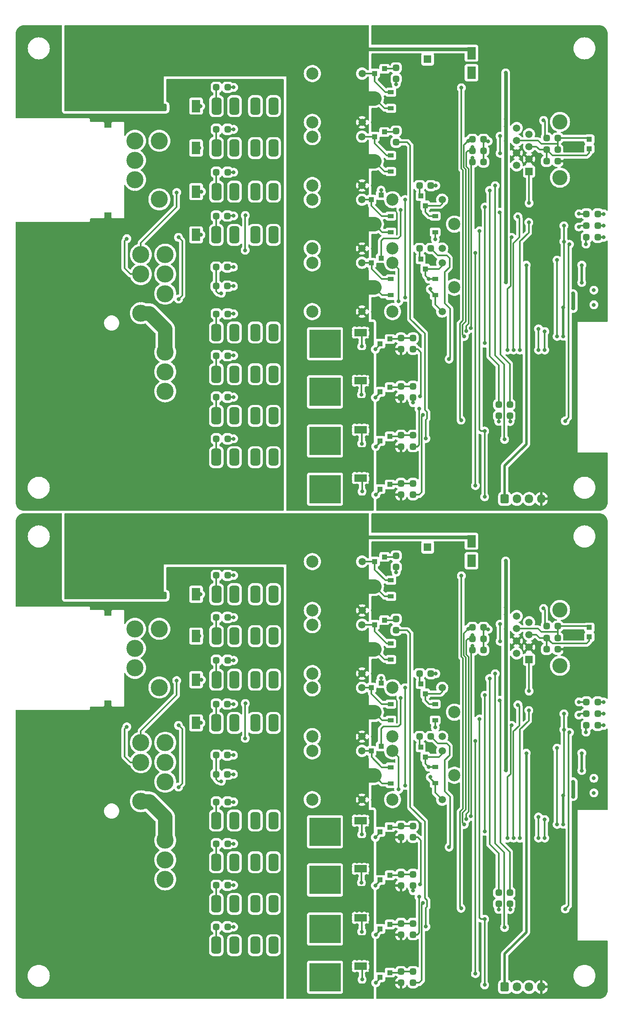
<source format=gbr>
%TF.GenerationSoftware,KiCad,Pcbnew,8.0.7*%
%TF.CreationDate,2025-01-08T09:33:51+09:00*%
%TF.ProjectId,CarInd-Main-V3.0,43617249-6e64-42d4-9d61-696e2d56332e,rev?*%
%TF.SameCoordinates,Original*%
%TF.FileFunction,Copper,L2,Bot*%
%TF.FilePolarity,Positive*%
%FSLAX46Y46*%
G04 Gerber Fmt 4.6, Leading zero omitted, Abs format (unit mm)*
G04 Created by KiCad (PCBNEW 8.0.7) date 2025-01-08 09:33:51*
%MOMM*%
%LPD*%
G01*
G04 APERTURE LIST*
G04 Aperture macros list*
%AMRoundRect*
0 Rectangle with rounded corners*
0 $1 Rounding radius*
0 $2 $3 $4 $5 $6 $7 $8 $9 X,Y pos of 4 corners*
0 Add a 4 corners polygon primitive as box body*
4,1,4,$2,$3,$4,$5,$6,$7,$8,$9,$2,$3,0*
0 Add four circle primitives for the rounded corners*
1,1,$1+$1,$2,$3*
1,1,$1+$1,$4,$5*
1,1,$1+$1,$6,$7*
1,1,$1+$1,$8,$9*
0 Add four rect primitives between the rounded corners*
20,1,$1+$1,$2,$3,$4,$5,0*
20,1,$1+$1,$4,$5,$6,$7,0*
20,1,$1+$1,$6,$7,$8,$9,0*
20,1,$1+$1,$8,$9,$2,$3,0*%
G04 Aperture macros list end*
%TA.AperFunction,SMDPad,CuDef*%
%ADD10R,1.100000X1.000000*%
%TD*%
%TA.AperFunction,SMDPad,CuDef*%
%ADD11RoundRect,0.325000X-0.325000X0.325000X-0.325000X-0.325000X0.325000X-0.325000X0.325000X0.325000X0*%
%TD*%
%TA.AperFunction,SMDPad,CuDef*%
%ADD12RoundRect,0.312500X0.312500X-0.437500X0.312500X0.437500X-0.312500X0.437500X-0.312500X-0.437500X0*%
%TD*%
%TA.AperFunction,SMDPad,CuDef*%
%ADD13RoundRect,0.325000X-0.325000X-0.325000X0.325000X-0.325000X0.325000X0.325000X-0.325000X0.325000X0*%
%TD*%
%TA.AperFunction,SMDPad,CuDef*%
%ADD14R,1.200000X0.900000*%
%TD*%
%TA.AperFunction,SMDPad,CuDef*%
%ADD15RoundRect,0.325000X0.325000X0.325000X-0.325000X0.325000X-0.325000X-0.325000X0.325000X-0.325000X0*%
%TD*%
%TA.AperFunction,SMDPad,CuDef*%
%ADD16R,1.800000X2.500000*%
%TD*%
%TA.AperFunction,SMDPad,CuDef*%
%ADD17R,3.000000X2.000000*%
%TD*%
%TA.AperFunction,SMDPad,CuDef*%
%ADD18R,2.500000X1.500000*%
%TD*%
%TA.AperFunction,SMDPad,CuDef*%
%ADD19R,6.400000X5.800000*%
%TD*%
%TA.AperFunction,SMDPad,CuDef*%
%ADD20R,1.000000X1.100000*%
%TD*%
%TA.AperFunction,ComponentPad*%
%ADD21RoundRect,0.500000X-0.500000X1.250000X-0.500000X-1.250000X0.500000X-1.250000X0.500000X1.250000X0*%
%TD*%
%TA.AperFunction,WasherPad*%
%ADD22C,0.800000*%
%TD*%
%TA.AperFunction,ComponentPad*%
%ADD23O,4.600000X1.500000*%
%TD*%
%TA.AperFunction,ComponentPad*%
%ADD24C,1.500000*%
%TD*%
%TA.AperFunction,ComponentPad*%
%ADD25R,1.500000X1.500000*%
%TD*%
%TA.AperFunction,WasherPad*%
%ADD26C,3.100000*%
%TD*%
%TA.AperFunction,ComponentPad*%
%ADD27C,2.500000*%
%TD*%
%TA.AperFunction,ComponentPad*%
%ADD28C,3.500000*%
%TD*%
%TA.AperFunction,ComponentPad*%
%ADD29C,4.500000*%
%TD*%
%TA.AperFunction,ComponentPad*%
%ADD30C,13.500000*%
%TD*%
%TA.AperFunction,ComponentPad*%
%ADD31C,1.600000*%
%TD*%
%TA.AperFunction,ComponentPad*%
%ADD32R,1.600000X1.600000*%
%TD*%
%TA.AperFunction,ComponentPad*%
%ADD33O,1.700000X1.850000*%
%TD*%
%TA.AperFunction,ComponentPad*%
%ADD34RoundRect,0.249900X-0.600100X-0.675100X0.600100X-0.675100X0.600100X0.675100X-0.600100X0.675100X0*%
%TD*%
%TA.AperFunction,ViaPad*%
%ADD35C,0.800000*%
%TD*%
%TA.AperFunction,Conductor*%
%ADD36C,0.300000*%
%TD*%
%TA.AperFunction,Conductor*%
%ADD37C,0.800000*%
%TD*%
%TA.AperFunction,Conductor*%
%ADD38C,3.000000*%
%TD*%
%TA.AperFunction,Conductor*%
%ADD39C,2.000000*%
%TD*%
%TA.AperFunction,Conductor*%
%ADD40C,0.500000*%
%TD*%
G04 APERTURE END LIST*
D10*
%TO.P,D25,3,common*%
%TO.N,GNDPWR*%
X207300000Y-170525000D03*
%TO.P,D25,2,A2*%
%TO.N,/485-A*%
X205300000Y-169575000D03*
%TO.P,D25,1,A1*%
%TO.N,/485-B*%
X205300000Y-171475000D03*
%TD*%
D11*
%TO.P,R19,2*%
%TO.N,GNDPWR*%
X166625000Y-242385000D03*
%TO.P,R19,1*%
%TO.N,Net-(Q9-B)*%
X166625000Y-240085000D03*
%TD*%
%TO.P,R25,2*%
%TO.N,PUMP*%
X165650000Y-157215000D03*
%TO.P,R25,1*%
%TO.N,Net-(Q4-B)*%
X165650000Y-154915000D03*
%TD*%
D10*
%TO.P,Q5,3,C*%
%TO.N,Net-(Q5-C)*%
X162375000Y-221310000D03*
%TO.P,Q5,2,E*%
%TO.N,GNDPWR*%
X164375000Y-222260000D03*
%TO.P,Q5,1,B*%
%TO.N,Net-(Q5-B)*%
X164375000Y-220360000D03*
%TD*%
D11*
%TO.P,R17,2*%
%TO.N,LED_4*%
X169125000Y-242385000D03*
%TO.P,R17,1*%
%TO.N,Net-(Q9-B)*%
X169125000Y-240085000D03*
%TD*%
%TO.P,R13,2*%
%TO.N,GNDPWR*%
X166625000Y-222460000D03*
%TO.P,R13,1*%
%TO.N,Net-(Q5-B)*%
X166625000Y-220160000D03*
%TD*%
D12*
%TO.P,C7,2*%
%TO.N,+12P*%
X115745000Y-163060000D03*
%TO.P,C7,1*%
%TO.N,GNDPWR*%
X115745000Y-165460000D03*
%TD*%
D13*
%TO.P,R32,2*%
%TO.N,Net-(D9-A)*%
X131005000Y-195740000D03*
%TO.P,R32,1*%
%TO.N,+12P*%
X128705000Y-195740000D03*
%TD*%
D14*
%TO.P,D19,2,K*%
%TO.N,+12P*%
X164555000Y-201510000D03*
%TO.P,D19,1,A*%
%TO.N,Net-(D19-A)*%
X164555000Y-198210000D03*
%TD*%
D11*
%TO.P,R27,2*%
%TO.N,TV*%
X188975000Y-226225000D03*
%TO.P,R27,1*%
%TO.N,Net-(Q16-B)*%
X188975000Y-223925000D03*
%TD*%
%TO.P,R18,2*%
%TO.N,GNDPWR*%
X166625000Y-232510000D03*
%TO.P,R18,1*%
%TO.N,Net-(Q8-B)*%
X166625000Y-230210000D03*
%TD*%
D12*
%TO.P,C6,2*%
%TO.N,+12P*%
X117995000Y-163060000D03*
%TO.P,C6,1*%
%TO.N,GNDPWR*%
X117995000Y-165460000D03*
%TD*%
D13*
%TO.P,R33,2*%
%TO.N,Net-(U2-IO_46)*%
X172785000Y-191935000D03*
%TO.P,R33,1*%
%TO.N,Net-(Q18-B)*%
X170485000Y-191935000D03*
%TD*%
%TO.P,R24,2*%
%TO.N,Net-(D7-A)*%
X207005000Y-189640000D03*
%TO.P,R24,1*%
%TO.N,Net-(U2-IO_1)*%
X204705000Y-189640000D03*
%TD*%
D15*
%TO.P,R45,2*%
%TO.N,/485-B*%
X196505000Y-171705000D03*
%TO.P,R45,1*%
%TO.N,/485-A*%
X198805000Y-171705000D03*
%TD*%
D10*
%TO.P,Q15,3,C*%
%TO.N,Net-(D15-A)*%
X160550000Y-181925000D03*
%TO.P,Q15,2,E*%
%TO.N,GNDPWR*%
X162550000Y-182875000D03*
%TO.P,Q15,1,B*%
%TO.N,Net-(Q15-B)*%
X162550000Y-180975000D03*
%TD*%
D13*
%TO.P,R44,2*%
%TO.N,GNDPWR*%
X198805000Y-174065000D03*
%TO.P,R44,1*%
%TO.N,/485-B*%
X196505000Y-174065000D03*
%TD*%
D14*
%TO.P,D16,2,K*%
%TO.N,+12P*%
X164560000Y-176170000D03*
%TO.P,D16,1,A*%
%TO.N,Net-(D16-A)*%
X164560000Y-172870000D03*
%TD*%
D16*
%TO.P,D27,2,K*%
%TO.N,Net-(D27-K)*%
X124580000Y-180285000D03*
%TO.P,D27,1,A*%
%TO.N,GNDPWR*%
X124580000Y-176285000D03*
%TD*%
D17*
%TO.P,Q2,S,Source*%
%TO.N,+12P*%
X158357000Y-213720000D03*
D18*
%TO.P,Q2,G,Gate*%
%TO.N,Net-(Q1-Gate)*%
X158357000Y-209154000D03*
D19*
%TO.P,Q2,D,Drain*%
%TO.N,Net-(Q1-Drain)*%
X151050000Y-211440000D03*
%TD*%
D20*
%TO.P,Q18,3,C*%
%TO.N,Net-(D3-A)*%
X171635000Y-196100000D03*
%TO.P,Q18,2,E*%
%TO.N,GNDPWR*%
X172585000Y-194100000D03*
%TO.P,Q18,1,B*%
%TO.N,Net-(Q18-B)*%
X170685000Y-194100000D03*
%TD*%
D13*
%TO.P,R15,2*%
%TO.N,Net-(D8-A)*%
X131050000Y-213880000D03*
%TO.P,R15,1*%
%TO.N,Net-(J11-Pin_6)*%
X128750000Y-213880000D03*
%TD*%
%TO.P,R46,2*%
%TO.N,/485-A*%
X198805000Y-169315000D03*
%TO.P,R46,1*%
%TO.N,+5V*%
X196505000Y-169315000D03*
%TD*%
D10*
%TO.P,Q4,3,C*%
%TO.N,Net-(D14-A)*%
X161250000Y-156065000D03*
%TO.P,Q4,2,E*%
%TO.N,GNDPWR*%
X163250000Y-157015000D03*
%TO.P,Q4,1,B*%
%TO.N,Net-(Q4-B)*%
X163250000Y-155115000D03*
%TD*%
D14*
%TO.P,D14,2,K*%
%TO.N,+12P*%
X164570000Y-163215000D03*
%TO.P,D14,1,A*%
%TO.N,Net-(D14-A)*%
X164570000Y-159915000D03*
%TD*%
D17*
%TO.P,Q7,S,Source*%
%TO.N,+12P*%
X158357000Y-223595000D03*
D18*
%TO.P,Q7,G,Gate*%
%TO.N,Net-(Q5-C)*%
X158357000Y-219029000D03*
D19*
%TO.P,Q7,D,Drain*%
%TO.N,Net-(Q6-Drain)*%
X151050000Y-221315000D03*
%TD*%
D10*
%TO.P,Q16,3,C*%
%TO.N,Net-(D19-A)*%
X160550000Y-194860000D03*
%TO.P,Q16,2,E*%
%TO.N,GNDPWR*%
X162550000Y-195810000D03*
%TO.P,Q16,1,B*%
%TO.N,Net-(Q16-B)*%
X162550000Y-193910000D03*
%TD*%
D21*
%TO.P,F6,2*%
%TO.N,Net-(D24-K)*%
X128780000Y-162765000D03*
X132480000Y-162765000D03*
%TO.P,F6,1*%
%TO.N,Net-(F6-Pad1)*%
X136780000Y-162765000D03*
X140480000Y-162765000D03*
%TD*%
D22*
%TO.P,SW4,*%
%TO.N,*%
X206230000Y-203470000D03*
X206230000Y-200470000D03*
%TD*%
D21*
%TO.P,F7,2*%
%TO.N,Net-(D27-K)*%
X128780000Y-180285000D03*
X132480000Y-180285000D03*
%TO.P,F7,1*%
%TO.N,Net-(F7-Pad1)*%
X136780000Y-180285000D03*
X140480000Y-180285000D03*
%TD*%
%TO.P,F1,2*%
%TO.N,Net-(J11-Pin_10)*%
X128755000Y-209140000D03*
X132455000Y-209140000D03*
%TO.P,F1,1*%
%TO.N,Net-(Q1-Drain)*%
X136755000Y-209140000D03*
X140455000Y-209140000D03*
%TD*%
D23*
%TO.P,J12,SH*%
%TO.N,GNDPWR*%
X202825000Y-163950000D03*
X202825000Y-179475000D03*
D24*
%TO.P,J12,8*%
%TO.N,unconnected-(J12-Pad8)*%
X190385000Y-167260000D03*
%TO.P,J12,7*%
%TO.N,unconnected-(J12-Pad7)*%
X192925000Y-168530000D03*
%TO.P,J12,6*%
%TO.N,/485-A*%
X190385000Y-169800000D03*
%TO.P,J12,5*%
%TO.N,/485-B*%
X192925000Y-171070000D03*
%TO.P,J12,4*%
%TO.N,GNDPWR*%
X190385000Y-172340000D03*
%TO.P,J12,3*%
X192925000Y-173610000D03*
%TO.P,J12,2*%
%TO.N,+12P*%
X190385000Y-174880000D03*
D25*
%TO.P,J12,1*%
X192925000Y-176150000D03*
D26*
%TO.P,J12,*%
%TO.N,*%
X199275000Y-165990000D03*
X199275000Y-177420000D03*
%TD*%
D16*
%TO.P,D5,2,K*%
%TO.N,Net-(D5-K)*%
X181105000Y-155915000D03*
%TO.P,D5,1,A*%
%TO.N,+12P*%
X181105000Y-151915000D03*
%TD*%
D10*
%TO.P,Q17,3,C*%
%TO.N,Net-(D16-A)*%
X161240000Y-169020000D03*
%TO.P,Q17,2,E*%
%TO.N,GNDPWR*%
X163240000Y-169970000D03*
%TO.P,Q17,1,B*%
%TO.N,Net-(Q17-B)*%
X163240000Y-168070000D03*
%TD*%
%TO.P,Q8,3,C*%
%TO.N,Net-(Q10-Gate)*%
X162375000Y-231360000D03*
%TO.P,Q8,2,E*%
%TO.N,GNDPWR*%
X164375000Y-232310000D03*
%TO.P,Q8,1,B*%
%TO.N,Net-(Q8-B)*%
X164375000Y-230410000D03*
%TD*%
D13*
%TO.P,R41,2*%
%TO.N,+5V*%
X183582500Y-174205000D03*
%TO.P,R41,1*%
%TO.N,DI*%
X181282500Y-174205000D03*
%TD*%
D16*
%TO.P,D23,2,K*%
%TO.N,Net-(D23-K)*%
X124580000Y-189140000D03*
%TO.P,D23,1,A*%
%TO.N,GNDPWR*%
X124580000Y-185140000D03*
%TD*%
D13*
%TO.P,R31,2*%
%TO.N,Net-(D21-A)*%
X131030000Y-185270000D03*
%TO.P,R31,1*%
%TO.N,Net-(D23-K)*%
X128730000Y-185270000D03*
%TD*%
D11*
%TO.P,R8,2*%
%TO.N,LED_1*%
X169125000Y-212585000D03*
%TO.P,R8,1*%
%TO.N,Net-(Q3-B)*%
X169125000Y-210285000D03*
%TD*%
D13*
%TO.P,R22,2*%
%TO.N,Net-(D10-A)*%
X131050000Y-222390000D03*
%TO.P,R22,1*%
%TO.N,Net-(J11-Pin_4)*%
X128750000Y-222390000D03*
%TD*%
D14*
%TO.P,D3,2,K*%
%TO.N,+12P*%
X173650000Y-201500000D03*
%TO.P,D3,1,A*%
%TO.N,Net-(D3-A)*%
X173650000Y-198200000D03*
%TD*%
D13*
%TO.P,R23,2*%
%TO.N,Net-(D11-A)*%
X131050000Y-230930000D03*
%TO.P,R23,1*%
%TO.N,Net-(J11-Pin_2)*%
X128750000Y-230930000D03*
%TD*%
D12*
%TO.P,C8,2*%
%TO.N,+12P*%
X113495000Y-163060000D03*
%TO.P,C8,1*%
%TO.N,GNDPWR*%
X113495000Y-165460000D03*
%TD*%
D20*
%TO.P,Q14,3,C*%
%TO.N,Net-(D26-A)*%
X171625000Y-183150000D03*
%TO.P,Q14,2,E*%
%TO.N,GNDPWR*%
X172575000Y-181150000D03*
%TO.P,Q14,1,B*%
%TO.N,Net-(Q14-B)*%
X170675000Y-181150000D03*
%TD*%
D13*
%TO.P,R43,2*%
%TO.N,+5V*%
X183582500Y-169580000D03*
%TO.P,R43,1*%
%TO.N,RO*%
X181282500Y-169580000D03*
%TD*%
D11*
%TO.P,R29,2*%
%TO.N,CIGAR*%
X165640000Y-170170000D03*
%TO.P,R29,1*%
%TO.N,Net-(Q17-B)*%
X165640000Y-167870000D03*
%TD*%
%TO.P,R26,2*%
%TO.N,FRIDGE*%
X186700000Y-226225000D03*
%TO.P,R26,1*%
%TO.N,Net-(Q15-B)*%
X186700000Y-223925000D03*
%TD*%
D17*
%TO.P,Q13,S,Source*%
%TO.N,+12P*%
X158357000Y-243520000D03*
D18*
%TO.P,Q13,G,Gate*%
%TO.N,Net-(Q12-Gate)*%
X158357000Y-238954000D03*
D19*
%TO.P,Q13,D,Drain*%
%TO.N,Net-(Q12-Drain)*%
X151050000Y-241240000D03*
%TD*%
D10*
%TO.P,Q9,3,C*%
%TO.N,Net-(Q12-Gate)*%
X162375000Y-241235000D03*
%TO.P,Q9,2,E*%
%TO.N,GNDPWR*%
X164375000Y-242185000D03*
%TO.P,Q9,1,B*%
%TO.N,Net-(Q9-B)*%
X164375000Y-240285000D03*
%TD*%
D14*
%TO.P,D26,2,K*%
%TO.N,+12P*%
X173650000Y-188585000D03*
%TO.P,D26,1,A*%
%TO.N,Net-(D26-A)*%
X173650000Y-185285000D03*
%TD*%
D16*
%TO.P,D24,2,K*%
%TO.N,Net-(D24-K)*%
X124580000Y-162765000D03*
%TO.P,D24,1,A*%
%TO.N,GNDPWR*%
X124580000Y-158765000D03*
%TD*%
D12*
%TO.P,C9,2*%
%TO.N,+12P*%
X111245000Y-163060000D03*
%TO.P,C9,1*%
%TO.N,GNDPWR*%
X111245000Y-165460000D03*
%TD*%
D10*
%TO.P,Q3,3,C*%
%TO.N,Net-(Q1-Gate)*%
X162375000Y-211435000D03*
%TO.P,Q3,2,E*%
%TO.N,GNDPWR*%
X164375000Y-212385000D03*
%TO.P,Q3,1,B*%
%TO.N,Net-(Q3-B)*%
X164375000Y-210485000D03*
%TD*%
D11*
%TO.P,R7,2*%
%TO.N,GNDPWR*%
X166625000Y-212585000D03*
%TO.P,R7,1*%
%TO.N,Net-(Q3-B)*%
X166625000Y-210285000D03*
%TD*%
D14*
%TO.P,D15,2,K*%
%TO.N,+12P*%
X164555000Y-188585000D03*
%TO.P,D15,1,A*%
%TO.N,Net-(D15-A)*%
X164555000Y-185285000D03*
%TD*%
D13*
%TO.P,R40,2*%
%TO.N,Net-(D22-A)*%
X131055000Y-158900000D03*
%TO.P,R40,1*%
%TO.N,Net-(D24-K)*%
X128755000Y-158900000D03*
%TD*%
%TO.P,R11,2*%
%TO.N,INV*%
X172775000Y-179050000D03*
%TO.P,R11,1*%
%TO.N,Net-(Q14-B)*%
X170475000Y-179050000D03*
%TD*%
%TO.P,R1,2*%
%TO.N,Net-(D1-A)*%
X207005000Y-187265000D03*
%TO.P,R1,1*%
%TO.N,3V3*%
X204705000Y-187265000D03*
%TD*%
%TO.P,R12,2*%
%TO.N,Net-(D4-A)*%
X131005000Y-199650000D03*
%TO.P,R12,1*%
%TO.N,+12P*%
X128705000Y-199650000D03*
%TD*%
%TO.P,R28,2*%
%TO.N,Net-(D17-A)*%
X131055000Y-167520000D03*
%TO.P,R28,1*%
%TO.N,Net-(D18-K)*%
X128755000Y-167520000D03*
%TD*%
%TO.P,R30,2*%
%TO.N,Net-(D20-A)*%
X131055000Y-176315000D03*
%TO.P,R30,1*%
%TO.N,Net-(D27-K)*%
X128755000Y-176315000D03*
%TD*%
D11*
%TO.P,R9,2*%
%TO.N,LED_2*%
X169125000Y-222460000D03*
%TO.P,R9,1*%
%TO.N,Net-(Q5-B)*%
X169125000Y-220160000D03*
%TD*%
D16*
%TO.P,D18,2,K*%
%TO.N,Net-(D18-K)*%
X124580000Y-171340000D03*
%TO.P,D18,1,A*%
%TO.N,GNDPWR*%
X124580000Y-167340000D03*
%TD*%
D11*
%TO.P,R16,2*%
%TO.N,LED_3*%
X169125000Y-232510000D03*
%TO.P,R16,1*%
%TO.N,Net-(Q8-B)*%
X169125000Y-230210000D03*
%TD*%
D13*
%TO.P,R42,2*%
%TO.N,+5V*%
X183582500Y-171895000D03*
%TO.P,R42,1*%
%TO.N,ENABLE*%
X181282500Y-171895000D03*
%TD*%
D17*
%TO.P,Q11,S,Source*%
%TO.N,+12P*%
X158357000Y-233645000D03*
D18*
%TO.P,Q11,G,Gate*%
%TO.N,Net-(Q10-Gate)*%
X158357000Y-229079000D03*
D19*
%TO.P,Q11,D,Drain*%
%TO.N,Net-(Q10-Drain)*%
X151050000Y-231365000D03*
%TD*%
D13*
%TO.P,R10,2*%
%TO.N,Net-(D6-A)*%
X207005000Y-184840000D03*
%TO.P,R10,1*%
%TO.N,+12P*%
X204705000Y-184840000D03*
%TD*%
%TO.P,R6,2*%
%TO.N,Net-(D2-A)*%
X131050000Y-205330000D03*
%TO.P,R6,1*%
%TO.N,Net-(J11-Pin_10)*%
X128750000Y-205330000D03*
%TD*%
D21*
%TO.P,F5,2*%
%TO.N,Net-(D18-K)*%
X128780000Y-171340000D03*
X132480000Y-171340000D03*
%TO.P,F5,1*%
%TO.N,Net-(F5-Pad1)*%
X136780000Y-171340000D03*
X140480000Y-171340000D03*
%TD*%
D27*
%TO.P,K8,14*%
%TO.N,Net-(J11-Pin_13)*%
X164900000Y-181935000D03*
%TO.P,K8,7*%
%TO.N,Net-(J11-Pin_14)*%
X177600000Y-186935000D03*
D24*
%TO.P,K8,6*%
%TO.N,+12P*%
X175100000Y-191935000D03*
%TO.P,K8,2*%
%TO.N,Net-(D26-A)*%
X175100000Y-181935000D03*
D27*
%TO.P,K8,1*%
%TO.N,unconnected-(K8-Pad1)*%
X164900000Y-191935000D03*
%TD*%
D21*
%TO.P,F4,2*%
%TO.N,Net-(J11-Pin_2)*%
X128755000Y-234690000D03*
X132455000Y-234690000D03*
%TO.P,F4,1*%
%TO.N,Net-(Q12-Drain)*%
X136755000Y-234690000D03*
X140455000Y-234690000D03*
%TD*%
%TO.P,F2,2*%
%TO.N,Net-(J11-Pin_6)*%
X128755000Y-217690000D03*
X132455000Y-217690000D03*
%TO.P,F2,1*%
%TO.N,Net-(Q6-Drain)*%
X136755000Y-217690000D03*
X140455000Y-217690000D03*
%TD*%
D28*
%TO.P,J10,6,Pin_6*%
%TO.N,Net-(D24-K)*%
X117055000Y-169870000D03*
%TO.P,J10,5,Pin_5*%
%TO.N,+12P*%
X112055000Y-169870000D03*
%TO.P,J10,4,Pin_4*%
%TO.N,Net-(D18-K)*%
X112055000Y-173870000D03*
%TO.P,J10,3,Pin_3*%
%TO.N,Net-(D27-K)*%
X112055000Y-177870000D03*
%TO.P,J10,2,Pin_2*%
%TO.N,Net-(D23-K)*%
X117055000Y-181870000D03*
%TO.P,J10,1,Pin_1*%
%TO.N,GNDPWR*%
X112055000Y-181870000D03*
%TD*%
D27*
%TO.P,K2,14*%
%TO.N,Net-(F6-Pad1)*%
X148455000Y-156085000D03*
%TO.P,K2,7*%
%TO.N,+12P*%
X161155000Y-161085000D03*
D24*
%TO.P,K2,6*%
X158655000Y-166085000D03*
%TO.P,K2,2*%
%TO.N,Net-(D14-A)*%
X158655000Y-156085000D03*
D27*
%TO.P,K2,1*%
%TO.N,unconnected-(K2-Pad1)*%
X148455000Y-166085000D03*
%TD*%
D29*
%TO.P,J14,1,Pin_1*%
%TO.N,GNDPWR*%
X114105000Y-239615000D03*
X114105000Y-232115000D03*
D30*
X107305000Y-235865000D03*
D29*
X100505000Y-239615000D03*
X100505000Y-232115000D03*
%TD*%
D27*
%TO.P,K5,14*%
%TO.N,Net-(F8-Pad1)*%
X148440000Y-194860000D03*
%TO.P,K5,7*%
%TO.N,+12P*%
X161140000Y-199860000D03*
D24*
%TO.P,K5,6*%
X158640000Y-204860000D03*
%TO.P,K5,2*%
%TO.N,Net-(D19-A)*%
X158640000Y-194860000D03*
D27*
%TO.P,K5,1*%
%TO.N,unconnected-(K5-Pad1)*%
X148440000Y-204860000D03*
%TD*%
%TO.P,K3,14*%
%TO.N,Net-(F5-Pad1)*%
X148445000Y-169020000D03*
%TO.P,K3,7*%
%TO.N,+12P*%
X161145000Y-174020000D03*
D24*
%TO.P,K3,6*%
X158645000Y-179020000D03*
%TO.P,K3,2*%
%TO.N,Net-(D16-A)*%
X158645000Y-169020000D03*
D27*
%TO.P,K3,1*%
%TO.N,unconnected-(K3-Pad1)*%
X148445000Y-179020000D03*
%TD*%
%TO.P,K1,14*%
%TO.N,Net-(F7-Pad1)*%
X148440000Y-181935000D03*
%TO.P,K1,7*%
%TO.N,+12P*%
X161140000Y-186935000D03*
D24*
%TO.P,K1,6*%
X158640000Y-191935000D03*
%TO.P,K1,2*%
%TO.N,Net-(D15-A)*%
X158640000Y-181935000D03*
D27*
%TO.P,K1,1*%
%TO.N,unconnected-(K1-Pad1)*%
X148440000Y-191935000D03*
%TD*%
D29*
%TO.P,J13,1,Pin_1*%
%TO.N,+12P*%
X114105000Y-159090000D03*
X114105000Y-151590000D03*
D30*
X107305000Y-155340000D03*
D29*
X100505000Y-159090000D03*
X100505000Y-151590000D03*
%TD*%
D28*
%TO.P,J11,14,Pin_14*%
%TO.N,Net-(J11-Pin_14)*%
X118260000Y-193190000D03*
%TO.P,J11,13,Pin_13*%
%TO.N,Net-(J11-Pin_13)*%
X113260000Y-193190000D03*
%TO.P,J11,12,Pin_12*%
%TO.N,Net-(J11-Pin_12)*%
X118260000Y-197190000D03*
%TO.P,J11,11,Pin_11*%
%TO.N,Net-(J11-Pin_11)*%
X113260000Y-197190000D03*
%TO.P,J11,10,Pin_10*%
%TO.N,Net-(J11-Pin_10)*%
X118260000Y-201190000D03*
%TO.P,J11,9,Pin_9*%
%TO.N,GNDPWR*%
X113260000Y-201190000D03*
%TO.P,J11,8,Pin_8*%
%TO.N,Net-(J11-Pin_6)*%
X113260000Y-205190000D03*
%TO.P,J11,7,Pin_7*%
%TO.N,GNDPWR*%
X113260000Y-209190000D03*
%TO.P,J11,6,Pin_6*%
%TO.N,Net-(J11-Pin_6)*%
X118260000Y-213190000D03*
%TO.P,J11,5,Pin_5*%
%TO.N,GNDPWR*%
X113260000Y-213190000D03*
%TO.P,J11,4,Pin_4*%
%TO.N,Net-(J11-Pin_4)*%
X118260000Y-217190000D03*
%TO.P,J11,3,Pin_3*%
%TO.N,GNDPWR*%
X113260000Y-217190000D03*
%TO.P,J11,2,Pin_2*%
%TO.N,Net-(J11-Pin_2)*%
X118260000Y-221190000D03*
%TO.P,J11,1,Pin_1*%
%TO.N,GNDPWR*%
X113260000Y-221190000D03*
%TD*%
D27*
%TO.P,K7,14*%
%TO.N,Net-(J11-Pin_11)*%
X164900000Y-194850000D03*
%TO.P,K7,7*%
%TO.N,Net-(J11-Pin_12)*%
X177600000Y-199850000D03*
D24*
%TO.P,K7,6*%
%TO.N,+12P*%
X175100000Y-204850000D03*
%TO.P,K7,2*%
%TO.N,Net-(D3-A)*%
X175100000Y-194850000D03*
D27*
%TO.P,K7,1*%
%TO.N,unconnected-(K7-Pad1)*%
X164900000Y-204850000D03*
%TD*%
D31*
%TO.P,C4,2*%
%TO.N,GNDPWR*%
X169610000Y-153155000D03*
D32*
%TO.P,C4,1*%
%TO.N,Net-(D5-K)*%
X172110000Y-153155000D03*
%TD*%
D21*
%TO.P,F8,2*%
%TO.N,Net-(D23-K)*%
X128755000Y-189140000D03*
X132455000Y-189140000D03*
%TO.P,F8,1*%
%TO.N,Net-(F8-Pad1)*%
X136755000Y-189140000D03*
X140455000Y-189140000D03*
%TD*%
%TO.P,F3,2*%
%TO.N,Net-(J11-Pin_4)*%
X128755000Y-226225000D03*
X132455000Y-226225000D03*
%TO.P,F3,1*%
%TO.N,Net-(Q10-Drain)*%
X136755000Y-226225000D03*
X140455000Y-226225000D03*
%TD*%
D33*
%TO.P,J1,4,Pin_4*%
%TO.N,GNDPWR*%
X195430000Y-243240000D03*
%TO.P,J1,3,Pin_3*%
%TO.N,TxD0*%
X192930000Y-243240000D03*
%TO.P,J1,2,Pin_2*%
%TO.N,RxD0*%
X190430000Y-243240000D03*
D34*
%TO.P,J1,1,Pin_1*%
%TO.N,Net-(J1-Pin_1)*%
X187930000Y-243240000D03*
%TD*%
D27*
%TO.P,K3,14*%
%TO.N,Net-(F5-Pad1)*%
X148445000Y-69020000D03*
%TO.P,K3,7*%
%TO.N,+12P*%
X161145000Y-74020000D03*
D24*
%TO.P,K3,6*%
X158645000Y-79020000D03*
%TO.P,K3,2*%
%TO.N,Net-(D16-A)*%
X158645000Y-69020000D03*
D27*
%TO.P,K3,1*%
%TO.N,unconnected-(K3-Pad1)*%
X148445000Y-79020000D03*
%TD*%
%TO.P,K7,14*%
%TO.N,Net-(J11-Pin_11)*%
X164900000Y-94850000D03*
%TO.P,K7,7*%
%TO.N,Net-(J11-Pin_12)*%
X177600000Y-99850000D03*
D24*
%TO.P,K7,6*%
%TO.N,+12P*%
X175100000Y-104850000D03*
%TO.P,K7,2*%
%TO.N,Net-(D3-A)*%
X175100000Y-94850000D03*
D27*
%TO.P,K7,1*%
%TO.N,unconnected-(K7-Pad1)*%
X164900000Y-104850000D03*
%TD*%
D31*
%TO.P,C4,2*%
%TO.N,GNDPWR*%
X169610000Y-53155000D03*
D32*
%TO.P,C4,1*%
%TO.N,Net-(D5-K)*%
X172110000Y-53155000D03*
%TD*%
D21*
%TO.P,F3,2*%
%TO.N,Net-(J11-Pin_4)*%
X128755000Y-126225000D03*
X132455000Y-126225000D03*
%TO.P,F3,1*%
%TO.N,Net-(Q10-Drain)*%
X136755000Y-126225000D03*
X140455000Y-126225000D03*
%TD*%
%TO.P,F8,2*%
%TO.N,Net-(D23-K)*%
X128755000Y-89140000D03*
X132455000Y-89140000D03*
%TO.P,F8,1*%
%TO.N,Net-(F8-Pad1)*%
X136755000Y-89140000D03*
X140455000Y-89140000D03*
%TD*%
D29*
%TO.P,J13,1,Pin_1*%
%TO.N,+12P*%
X114105000Y-59090000D03*
X114105000Y-51590000D03*
D30*
X107305000Y-55340000D03*
D29*
X100505000Y-59090000D03*
X100505000Y-51590000D03*
%TD*%
D27*
%TO.P,K1,14*%
%TO.N,Net-(F7-Pad1)*%
X148440000Y-81935000D03*
%TO.P,K1,7*%
%TO.N,+12P*%
X161140000Y-86935000D03*
D24*
%TO.P,K1,6*%
X158640000Y-91935000D03*
%TO.P,K1,2*%
%TO.N,Net-(D15-A)*%
X158640000Y-81935000D03*
D27*
%TO.P,K1,1*%
%TO.N,unconnected-(K1-Pad1)*%
X148440000Y-91935000D03*
%TD*%
D28*
%TO.P,J11,14,Pin_14*%
%TO.N,Net-(J11-Pin_14)*%
X118260000Y-93190000D03*
%TO.P,J11,13,Pin_13*%
%TO.N,Net-(J11-Pin_13)*%
X113260000Y-93190000D03*
%TO.P,J11,12,Pin_12*%
%TO.N,Net-(J11-Pin_12)*%
X118260000Y-97190000D03*
%TO.P,J11,11,Pin_11*%
%TO.N,Net-(J11-Pin_11)*%
X113260000Y-97190000D03*
%TO.P,J11,10,Pin_10*%
%TO.N,Net-(J11-Pin_10)*%
X118260000Y-101190000D03*
%TO.P,J11,9,Pin_9*%
%TO.N,GNDPWR*%
X113260000Y-101190000D03*
%TO.P,J11,8,Pin_8*%
%TO.N,Net-(J11-Pin_6)*%
X113260000Y-105190000D03*
%TO.P,J11,7,Pin_7*%
%TO.N,GNDPWR*%
X113260000Y-109190000D03*
%TO.P,J11,6,Pin_6*%
%TO.N,Net-(J11-Pin_6)*%
X118260000Y-113190000D03*
%TO.P,J11,5,Pin_5*%
%TO.N,GNDPWR*%
X113260000Y-113190000D03*
%TO.P,J11,4,Pin_4*%
%TO.N,Net-(J11-Pin_4)*%
X118260000Y-117190000D03*
%TO.P,J11,3,Pin_3*%
%TO.N,GNDPWR*%
X113260000Y-117190000D03*
%TO.P,J11,2,Pin_2*%
%TO.N,Net-(J11-Pin_2)*%
X118260000Y-121190000D03*
%TO.P,J11,1,Pin_1*%
%TO.N,GNDPWR*%
X113260000Y-121190000D03*
%TD*%
D21*
%TO.P,F5,2*%
%TO.N,Net-(D18-K)*%
X128780000Y-71340000D03*
X132480000Y-71340000D03*
%TO.P,F5,1*%
%TO.N,Net-(F5-Pad1)*%
X136780000Y-71340000D03*
X140480000Y-71340000D03*
%TD*%
D27*
%TO.P,K2,14*%
%TO.N,Net-(F6-Pad1)*%
X148455000Y-56085000D03*
%TO.P,K2,7*%
%TO.N,+12P*%
X161155000Y-61085000D03*
D24*
%TO.P,K2,6*%
X158655000Y-66085000D03*
%TO.P,K2,2*%
%TO.N,Net-(D14-A)*%
X158655000Y-56085000D03*
D27*
%TO.P,K2,1*%
%TO.N,unconnected-(K2-Pad1)*%
X148455000Y-66085000D03*
%TD*%
%TO.P,K8,14*%
%TO.N,Net-(J11-Pin_13)*%
X164900000Y-81935000D03*
%TO.P,K8,7*%
%TO.N,Net-(J11-Pin_14)*%
X177600000Y-86935000D03*
D24*
%TO.P,K8,6*%
%TO.N,+12P*%
X175100000Y-91935000D03*
%TO.P,K8,2*%
%TO.N,Net-(D26-A)*%
X175100000Y-81935000D03*
D27*
%TO.P,K8,1*%
%TO.N,unconnected-(K8-Pad1)*%
X164900000Y-91935000D03*
%TD*%
D21*
%TO.P,F2,2*%
%TO.N,Net-(J11-Pin_6)*%
X128755000Y-117690000D03*
X132455000Y-117690000D03*
%TO.P,F2,1*%
%TO.N,Net-(Q6-Drain)*%
X136755000Y-117690000D03*
X140455000Y-117690000D03*
%TD*%
D29*
%TO.P,J14,1,Pin_1*%
%TO.N,GNDPWR*%
X114105000Y-139615000D03*
X114105000Y-132115000D03*
D30*
X107305000Y-135865000D03*
D29*
X100505000Y-139615000D03*
X100505000Y-132115000D03*
%TD*%
D33*
%TO.P,J1,4,Pin_4*%
%TO.N,GNDPWR*%
X195430000Y-143240000D03*
%TO.P,J1,3,Pin_3*%
%TO.N,TxD0*%
X192930000Y-143240000D03*
%TO.P,J1,2,Pin_2*%
%TO.N,RxD0*%
X190430000Y-143240000D03*
D34*
%TO.P,J1,1,Pin_1*%
%TO.N,Net-(J1-Pin_1)*%
X187930000Y-143240000D03*
%TD*%
D21*
%TO.P,F4,2*%
%TO.N,Net-(J11-Pin_2)*%
X128755000Y-134690000D03*
X132455000Y-134690000D03*
%TO.P,F4,1*%
%TO.N,Net-(Q12-Drain)*%
X136755000Y-134690000D03*
X140455000Y-134690000D03*
%TD*%
D28*
%TO.P,J10,6,Pin_6*%
%TO.N,Net-(D24-K)*%
X117055000Y-69870000D03*
%TO.P,J10,5,Pin_5*%
%TO.N,+12P*%
X112055000Y-69870000D03*
%TO.P,J10,4,Pin_4*%
%TO.N,Net-(D18-K)*%
X112055000Y-73870000D03*
%TO.P,J10,3,Pin_3*%
%TO.N,Net-(D27-K)*%
X112055000Y-77870000D03*
%TO.P,J10,2,Pin_2*%
%TO.N,Net-(D23-K)*%
X117055000Y-81870000D03*
%TO.P,J10,1,Pin_1*%
%TO.N,GNDPWR*%
X112055000Y-81870000D03*
%TD*%
D27*
%TO.P,K5,14*%
%TO.N,Net-(F8-Pad1)*%
X148440000Y-94860000D03*
%TO.P,K5,7*%
%TO.N,+12P*%
X161140000Y-99860000D03*
D24*
%TO.P,K5,6*%
X158640000Y-104860000D03*
%TO.P,K5,2*%
%TO.N,Net-(D19-A)*%
X158640000Y-94860000D03*
D27*
%TO.P,K5,1*%
%TO.N,unconnected-(K5-Pad1)*%
X148440000Y-104860000D03*
%TD*%
D21*
%TO.P,F7,2*%
%TO.N,Net-(D27-K)*%
X128780000Y-80285000D03*
X132480000Y-80285000D03*
%TO.P,F7,1*%
%TO.N,Net-(F7-Pad1)*%
X136780000Y-80285000D03*
X140480000Y-80285000D03*
%TD*%
D22*
%TO.P,SW4,*%
%TO.N,*%
X206230000Y-103470000D03*
X206230000Y-100470000D03*
%TD*%
D21*
%TO.P,F1,2*%
%TO.N,Net-(J11-Pin_10)*%
X128755000Y-109140000D03*
X132455000Y-109140000D03*
%TO.P,F1,1*%
%TO.N,Net-(Q1-Drain)*%
X136755000Y-109140000D03*
X140455000Y-109140000D03*
%TD*%
D23*
%TO.P,J12,SH*%
%TO.N,GNDPWR*%
X202825000Y-63950000D03*
X202825000Y-79475000D03*
D24*
%TO.P,J12,8*%
%TO.N,unconnected-(J12-Pad8)*%
X190385000Y-67260000D03*
%TO.P,J12,7*%
%TO.N,unconnected-(J12-Pad7)*%
X192925000Y-68530000D03*
%TO.P,J12,6*%
%TO.N,/485-A*%
X190385000Y-69800000D03*
%TO.P,J12,5*%
%TO.N,/485-B*%
X192925000Y-71070000D03*
%TO.P,J12,4*%
%TO.N,GNDPWR*%
X190385000Y-72340000D03*
%TO.P,J12,3*%
X192925000Y-73610000D03*
%TO.P,J12,2*%
%TO.N,+12P*%
X190385000Y-74880000D03*
D25*
%TO.P,J12,1*%
X192925000Y-76150000D03*
D26*
%TO.P,J12,*%
%TO.N,*%
X199275000Y-65990000D03*
X199275000Y-77420000D03*
%TD*%
D21*
%TO.P,F6,2*%
%TO.N,Net-(D24-K)*%
X128780000Y-62765000D03*
X132480000Y-62765000D03*
%TO.P,F6,1*%
%TO.N,Net-(F6-Pad1)*%
X136780000Y-62765000D03*
X140480000Y-62765000D03*
%TD*%
D20*
%TO.P,Q18,3,C*%
%TO.N,Net-(D3-A)*%
X171635000Y-96100000D03*
%TO.P,Q18,2,E*%
%TO.N,GNDPWR*%
X172585000Y-94100000D03*
%TO.P,Q18,1,B*%
%TO.N,Net-(Q18-B)*%
X170685000Y-94100000D03*
%TD*%
D14*
%TO.P,D14,2,K*%
%TO.N,+12P*%
X164570000Y-63215000D03*
%TO.P,D14,1,A*%
%TO.N,Net-(D14-A)*%
X164570000Y-59915000D03*
%TD*%
D17*
%TO.P,Q2,S,Source*%
%TO.N,+12P*%
X158357000Y-113720000D03*
D18*
%TO.P,Q2,G,Gate*%
%TO.N,Net-(Q1-Gate)*%
X158357000Y-109154000D03*
D19*
%TO.P,Q2,D,Drain*%
%TO.N,Net-(Q1-Drain)*%
X151050000Y-111440000D03*
%TD*%
D10*
%TO.P,Q4,3,C*%
%TO.N,Net-(D14-A)*%
X161250000Y-56065000D03*
%TO.P,Q4,2,E*%
%TO.N,GNDPWR*%
X163250000Y-57015000D03*
%TO.P,Q4,1,B*%
%TO.N,Net-(Q4-B)*%
X163250000Y-55115000D03*
%TD*%
D17*
%TO.P,Q7,S,Source*%
%TO.N,+12P*%
X158357000Y-123595000D03*
D18*
%TO.P,Q7,G,Gate*%
%TO.N,Net-(Q5-C)*%
X158357000Y-119029000D03*
D19*
%TO.P,Q7,D,Drain*%
%TO.N,Net-(Q6-Drain)*%
X151050000Y-121315000D03*
%TD*%
D10*
%TO.P,Q16,3,C*%
%TO.N,Net-(D19-A)*%
X160550000Y-94860000D03*
%TO.P,Q16,2,E*%
%TO.N,GNDPWR*%
X162550000Y-95810000D03*
%TO.P,Q16,1,B*%
%TO.N,Net-(Q16-B)*%
X162550000Y-93910000D03*
%TD*%
D13*
%TO.P,R46,2*%
%TO.N,/485-A*%
X198805000Y-69315000D03*
%TO.P,R46,1*%
%TO.N,+5V*%
X196505000Y-69315000D03*
%TD*%
D16*
%TO.P,D27,2,K*%
%TO.N,Net-(D27-K)*%
X124580000Y-80285000D03*
%TO.P,D27,1,A*%
%TO.N,GNDPWR*%
X124580000Y-76285000D03*
%TD*%
D13*
%TO.P,R15,2*%
%TO.N,Net-(D8-A)*%
X131050000Y-113880000D03*
%TO.P,R15,1*%
%TO.N,Net-(J11-Pin_6)*%
X128750000Y-113880000D03*
%TD*%
%TO.P,R44,2*%
%TO.N,GNDPWR*%
X198805000Y-74065000D03*
%TO.P,R44,1*%
%TO.N,/485-B*%
X196505000Y-74065000D03*
%TD*%
%TO.P,R32,2*%
%TO.N,Net-(D9-A)*%
X131005000Y-95740000D03*
%TO.P,R32,1*%
%TO.N,+12P*%
X128705000Y-95740000D03*
%TD*%
D14*
%TO.P,D16,2,K*%
%TO.N,+12P*%
X164560000Y-76170000D03*
%TO.P,D16,1,A*%
%TO.N,Net-(D16-A)*%
X164560000Y-72870000D03*
%TD*%
D11*
%TO.P,R13,2*%
%TO.N,GNDPWR*%
X166625000Y-122460000D03*
%TO.P,R13,1*%
%TO.N,Net-(Q5-B)*%
X166625000Y-120160000D03*
%TD*%
%TO.P,R18,2*%
%TO.N,GNDPWR*%
X166625000Y-132510000D03*
%TO.P,R18,1*%
%TO.N,Net-(Q8-B)*%
X166625000Y-130210000D03*
%TD*%
%TO.P,R25,2*%
%TO.N,PUMP*%
X165650000Y-57215000D03*
%TO.P,R25,1*%
%TO.N,Net-(Q4-B)*%
X165650000Y-54915000D03*
%TD*%
D15*
%TO.P,R45,2*%
%TO.N,/485-B*%
X196505000Y-71705000D03*
%TO.P,R45,1*%
%TO.N,/485-A*%
X198805000Y-71705000D03*
%TD*%
D10*
%TO.P,Q15,3,C*%
%TO.N,Net-(D15-A)*%
X160550000Y-81925000D03*
%TO.P,Q15,2,E*%
%TO.N,GNDPWR*%
X162550000Y-82875000D03*
%TO.P,Q15,1,B*%
%TO.N,Net-(Q15-B)*%
X162550000Y-80975000D03*
%TD*%
D13*
%TO.P,R24,2*%
%TO.N,Net-(D7-A)*%
X207005000Y-89640000D03*
%TO.P,R24,1*%
%TO.N,Net-(U2-IO_1)*%
X204705000Y-89640000D03*
%TD*%
%TO.P,R33,2*%
%TO.N,Net-(U2-IO_46)*%
X172785000Y-91935000D03*
%TO.P,R33,1*%
%TO.N,Net-(Q18-B)*%
X170485000Y-91935000D03*
%TD*%
D12*
%TO.P,C6,2*%
%TO.N,+12P*%
X117995000Y-63060000D03*
%TO.P,C6,1*%
%TO.N,GNDPWR*%
X117995000Y-65460000D03*
%TD*%
D11*
%TO.P,R19,2*%
%TO.N,GNDPWR*%
X166625000Y-142385000D03*
%TO.P,R19,1*%
%TO.N,Net-(Q9-B)*%
X166625000Y-140085000D03*
%TD*%
D14*
%TO.P,D19,2,K*%
%TO.N,+12P*%
X164555000Y-101510000D03*
%TO.P,D19,1,A*%
%TO.N,Net-(D19-A)*%
X164555000Y-98210000D03*
%TD*%
D11*
%TO.P,R17,2*%
%TO.N,LED_4*%
X169125000Y-142385000D03*
%TO.P,R17,1*%
%TO.N,Net-(Q9-B)*%
X169125000Y-140085000D03*
%TD*%
%TO.P,R27,2*%
%TO.N,TV*%
X188975000Y-126225000D03*
%TO.P,R27,1*%
%TO.N,Net-(Q16-B)*%
X188975000Y-123925000D03*
%TD*%
D12*
%TO.P,C7,2*%
%TO.N,+12P*%
X115745000Y-63060000D03*
%TO.P,C7,1*%
%TO.N,GNDPWR*%
X115745000Y-65460000D03*
%TD*%
D10*
%TO.P,Q5,3,C*%
%TO.N,Net-(Q5-C)*%
X162375000Y-121310000D03*
%TO.P,Q5,2,E*%
%TO.N,GNDPWR*%
X164375000Y-122260000D03*
%TO.P,Q5,1,B*%
%TO.N,Net-(Q5-B)*%
X164375000Y-120360000D03*
%TD*%
%TO.P,D25,3,common*%
%TO.N,GNDPWR*%
X207300000Y-70525000D03*
%TO.P,D25,2,A2*%
%TO.N,/485-A*%
X205300000Y-69575000D03*
%TO.P,D25,1,A1*%
%TO.N,/485-B*%
X205300000Y-71475000D03*
%TD*%
D12*
%TO.P,C9,2*%
%TO.N,+12P*%
X111245000Y-63060000D03*
%TO.P,C9,1*%
%TO.N,GNDPWR*%
X111245000Y-65460000D03*
%TD*%
D11*
%TO.P,R9,2*%
%TO.N,LED_2*%
X169125000Y-122460000D03*
%TO.P,R9,1*%
%TO.N,Net-(Q5-B)*%
X169125000Y-120160000D03*
%TD*%
D13*
%TO.P,R10,2*%
%TO.N,Net-(D6-A)*%
X207005000Y-84840000D03*
%TO.P,R10,1*%
%TO.N,+12P*%
X204705000Y-84840000D03*
%TD*%
D16*
%TO.P,D24,2,K*%
%TO.N,Net-(D24-K)*%
X124580000Y-62765000D03*
%TO.P,D24,1,A*%
%TO.N,GNDPWR*%
X124580000Y-58765000D03*
%TD*%
D13*
%TO.P,R6,2*%
%TO.N,Net-(D2-A)*%
X131050000Y-105330000D03*
%TO.P,R6,1*%
%TO.N,Net-(J11-Pin_10)*%
X128750000Y-105330000D03*
%TD*%
D17*
%TO.P,Q11,S,Source*%
%TO.N,+12P*%
X158357000Y-133645000D03*
D18*
%TO.P,Q11,G,Gate*%
%TO.N,Net-(Q10-Gate)*%
X158357000Y-129079000D03*
D19*
%TO.P,Q11,D,Drain*%
%TO.N,Net-(Q10-Drain)*%
X151050000Y-131365000D03*
%TD*%
D13*
%TO.P,R28,2*%
%TO.N,Net-(D17-A)*%
X131055000Y-67520000D03*
%TO.P,R28,1*%
%TO.N,Net-(D18-K)*%
X128755000Y-67520000D03*
%TD*%
%TO.P,R42,2*%
%TO.N,+5V*%
X183582500Y-71895000D03*
%TO.P,R42,1*%
%TO.N,ENABLE*%
X181282500Y-71895000D03*
%TD*%
D11*
%TO.P,R7,2*%
%TO.N,GNDPWR*%
X166625000Y-112585000D03*
%TO.P,R7,1*%
%TO.N,Net-(Q3-B)*%
X166625000Y-110285000D03*
%TD*%
D10*
%TO.P,Q3,3,C*%
%TO.N,Net-(Q1-Gate)*%
X162375000Y-111435000D03*
%TO.P,Q3,2,E*%
%TO.N,GNDPWR*%
X164375000Y-112385000D03*
%TO.P,Q3,1,B*%
%TO.N,Net-(Q3-B)*%
X164375000Y-110485000D03*
%TD*%
D11*
%TO.P,R16,2*%
%TO.N,LED_3*%
X169125000Y-132510000D03*
%TO.P,R16,1*%
%TO.N,Net-(Q8-B)*%
X169125000Y-130210000D03*
%TD*%
D16*
%TO.P,D18,2,K*%
%TO.N,Net-(D18-K)*%
X124580000Y-71340000D03*
%TO.P,D18,1,A*%
%TO.N,GNDPWR*%
X124580000Y-67340000D03*
%TD*%
D13*
%TO.P,R12,2*%
%TO.N,Net-(D4-A)*%
X131005000Y-99650000D03*
%TO.P,R12,1*%
%TO.N,+12P*%
X128705000Y-99650000D03*
%TD*%
%TO.P,R30,2*%
%TO.N,Net-(D20-A)*%
X131055000Y-76315000D03*
%TO.P,R30,1*%
%TO.N,Net-(D27-K)*%
X128755000Y-76315000D03*
%TD*%
%TO.P,R1,2*%
%TO.N,Net-(D1-A)*%
X207005000Y-87265000D03*
%TO.P,R1,1*%
%TO.N,3V3*%
X204705000Y-87265000D03*
%TD*%
%TO.P,R11,2*%
%TO.N,INV*%
X172775000Y-79050000D03*
%TO.P,R11,1*%
%TO.N,Net-(Q14-B)*%
X170475000Y-79050000D03*
%TD*%
%TO.P,R40,2*%
%TO.N,Net-(D22-A)*%
X131055000Y-58900000D03*
%TO.P,R40,1*%
%TO.N,Net-(D24-K)*%
X128755000Y-58900000D03*
%TD*%
D14*
%TO.P,D15,2,K*%
%TO.N,+12P*%
X164555000Y-88585000D03*
%TO.P,D15,1,A*%
%TO.N,Net-(D15-A)*%
X164555000Y-85285000D03*
%TD*%
D11*
%TO.P,R26,2*%
%TO.N,FRIDGE*%
X186700000Y-126225000D03*
%TO.P,R26,1*%
%TO.N,Net-(Q15-B)*%
X186700000Y-123925000D03*
%TD*%
D13*
%TO.P,R23,2*%
%TO.N,Net-(D11-A)*%
X131050000Y-130930000D03*
%TO.P,R23,1*%
%TO.N,Net-(J11-Pin_2)*%
X128750000Y-130930000D03*
%TD*%
%TO.P,R41,2*%
%TO.N,+5V*%
X183582500Y-74205000D03*
%TO.P,R41,1*%
%TO.N,DI*%
X181282500Y-74205000D03*
%TD*%
D11*
%TO.P,R29,2*%
%TO.N,CIGAR*%
X165640000Y-70170000D03*
%TO.P,R29,1*%
%TO.N,Net-(Q17-B)*%
X165640000Y-67870000D03*
%TD*%
D13*
%TO.P,R43,2*%
%TO.N,+5V*%
X183582500Y-69580000D03*
%TO.P,R43,1*%
%TO.N,RO*%
X181282500Y-69580000D03*
%TD*%
D10*
%TO.P,Q9,3,C*%
%TO.N,Net-(Q12-Gate)*%
X162375000Y-141235000D03*
%TO.P,Q9,2,E*%
%TO.N,GNDPWR*%
X164375000Y-142185000D03*
%TO.P,Q9,1,B*%
%TO.N,Net-(Q9-B)*%
X164375000Y-140285000D03*
%TD*%
D20*
%TO.P,Q14,3,C*%
%TO.N,Net-(D26-A)*%
X171625000Y-83150000D03*
%TO.P,Q14,2,E*%
%TO.N,GNDPWR*%
X172575000Y-81150000D03*
%TO.P,Q14,1,B*%
%TO.N,Net-(Q14-B)*%
X170675000Y-81150000D03*
%TD*%
D13*
%TO.P,R31,2*%
%TO.N,Net-(D21-A)*%
X131030000Y-85270000D03*
%TO.P,R31,1*%
%TO.N,Net-(D23-K)*%
X128730000Y-85270000D03*
%TD*%
D12*
%TO.P,C8,2*%
%TO.N,+12P*%
X113495000Y-63060000D03*
%TO.P,C8,1*%
%TO.N,GNDPWR*%
X113495000Y-65460000D03*
%TD*%
D16*
%TO.P,D5,2,K*%
%TO.N,Net-(D5-K)*%
X181105000Y-55915000D03*
%TO.P,D5,1,A*%
%TO.N,+12P*%
X181105000Y-51915000D03*
%TD*%
D14*
%TO.P,D3,2,K*%
%TO.N,+12P*%
X173650000Y-101500000D03*
%TO.P,D3,1,A*%
%TO.N,Net-(D3-A)*%
X173650000Y-98200000D03*
%TD*%
D10*
%TO.P,Q17,3,C*%
%TO.N,Net-(D16-A)*%
X161240000Y-69020000D03*
%TO.P,Q17,2,E*%
%TO.N,GNDPWR*%
X163240000Y-69970000D03*
%TO.P,Q17,1,B*%
%TO.N,Net-(Q17-B)*%
X163240000Y-68070000D03*
%TD*%
D16*
%TO.P,D23,2,K*%
%TO.N,Net-(D23-K)*%
X124580000Y-89140000D03*
%TO.P,D23,1,A*%
%TO.N,GNDPWR*%
X124580000Y-85140000D03*
%TD*%
D10*
%TO.P,Q8,3,C*%
%TO.N,Net-(Q10-Gate)*%
X162375000Y-131360000D03*
%TO.P,Q8,2,E*%
%TO.N,GNDPWR*%
X164375000Y-132310000D03*
%TO.P,Q8,1,B*%
%TO.N,Net-(Q8-B)*%
X164375000Y-130410000D03*
%TD*%
D11*
%TO.P,R8,2*%
%TO.N,LED_1*%
X169125000Y-112585000D03*
%TO.P,R8,1*%
%TO.N,Net-(Q3-B)*%
X169125000Y-110285000D03*
%TD*%
D14*
%TO.P,D26,2,K*%
%TO.N,+12P*%
X173650000Y-88585000D03*
%TO.P,D26,1,A*%
%TO.N,Net-(D26-A)*%
X173650000Y-85285000D03*
%TD*%
D17*
%TO.P,Q13,S,Source*%
%TO.N,+12P*%
X158357000Y-143520000D03*
D18*
%TO.P,Q13,G,Gate*%
%TO.N,Net-(Q12-Gate)*%
X158357000Y-138954000D03*
D19*
%TO.P,Q13,D,Drain*%
%TO.N,Net-(Q12-Drain)*%
X151050000Y-141240000D03*
%TD*%
D13*
%TO.P,R22,2*%
%TO.N,Net-(D10-A)*%
X131050000Y-122390000D03*
%TO.P,R22,1*%
%TO.N,Net-(J11-Pin_4)*%
X128750000Y-122390000D03*
%TD*%
D35*
%TO.N,Net-(U2-IO_46)*%
X176500000Y-214600000D03*
%TO.N,Net-(U2-IO_17)*%
X190625000Y-185425000D03*
%TO.N,Net-(J11-Pin_11)*%
X110385000Y-189930000D03*
%TO.N,Net-(U2-IO_16)*%
X191040000Y-212760000D03*
%TO.N,Net-(J11-Pin_11)*%
X166150000Y-202775000D03*
%TO.N,Net-(J11-Pin_14)*%
X134665000Y-192290000D03*
%TO.N,/CANIVAL*%
X189330000Y-189640000D03*
%TO.N,Net-(U2-IO_16)*%
X192875000Y-186575000D03*
%TO.N,Net-(J11-Pin_11)*%
X120985000Y-189640000D03*
%TO.N,/MS*%
X183870000Y-211335000D03*
%TO.N,/CANIVAL*%
X188520000Y-212740000D03*
%TO.N,Net-(SW4-A)*%
X201925000Y-201175000D03*
%TO.N,Net-(J11-Pin_11)*%
X120995000Y-202280000D03*
%TO.N,Net-(U2-IO_17)*%
X189750000Y-212750000D03*
%TO.N,Net-(SW4-A)*%
X201975000Y-204220000D03*
%TO.N,/MS*%
X183875000Y-183450000D03*
%TO.N,Net-(J11-Pin_14)*%
X134695000Y-185160000D03*
%TO.N,Net-(J11-Pin_13)*%
X120615000Y-180450000D03*
%TO.N,RO*%
X180435000Y-169870000D03*
%TO.N,Net-(D3-A)*%
X172350000Y-198200000D03*
%TO.N,PUMP*%
X178985000Y-227110000D03*
%TO.N,Net-(Q16-B)*%
X186850000Y-184500000D03*
%TO.N,INV*%
X185975000Y-179050000D03*
%TO.N,RO*%
X179645000Y-209930000D03*
%TO.N,Net-(D21-A)*%
X132280000Y-185255000D03*
%TO.N,CIGAR*%
X171750000Y-230875000D03*
%TO.N,PUMP*%
X165650000Y-158255000D03*
%TO.N,Net-(D23-K)*%
X125585000Y-189140000D03*
%TO.N,Net-(Q15-B)*%
X162550000Y-179975000D03*
%TO.N,Net-(D7-A)*%
X208260000Y-189645000D03*
%TO.N,Net-(Q16-B)*%
X166600000Y-184000000D03*
%TO.N,PUMP*%
X179030000Y-158995000D03*
%TO.N,Net-(Q15-B)*%
X184825000Y-180025000D03*
%TO.N,Net-(D20-A)*%
X132310000Y-176315000D03*
%TO.N,Net-(U2-IO_1)*%
X204600000Y-191025000D03*
%TO.N,Net-(D4-A)*%
X132255000Y-199645000D03*
%TO.N,Net-(D24-K)*%
X125510000Y-162765000D03*
%TO.N,Net-(U2-IO_1)*%
X200350000Y-227265000D03*
%TO.N,INV*%
X187900000Y-231050000D03*
%TO.N,FRIDGE*%
X186675000Y-227350000D03*
%TO.N,Net-(U2-IO_1)*%
X201210000Y-191065000D03*
%TO.N,Net-(D26-A)*%
X167465000Y-201950000D03*
%TO.N,INV*%
X173800000Y-179050000D03*
%TO.N,Net-(D9-A)*%
X132255000Y-195740000D03*
%TO.N,Net-(D18-K)*%
X125235000Y-171340000D03*
%TO.N,Net-(D26-A)*%
X167465000Y-181925000D03*
%TO.N,DI*%
X194860000Y-212725000D03*
%TO.N,Net-(D17-A)*%
X132310000Y-167525000D03*
%TO.N,Net-(D10-A)*%
X132300000Y-222385000D03*
%TO.N,+5V*%
X184520000Y-169955000D03*
X195900000Y-165690000D03*
%TO.N,+12P*%
X158621910Y-217532500D03*
%TO.N,DI*%
X194860000Y-208395000D03*
%TO.N,Net-(R3-Pad2)*%
X181900000Y-192845000D03*
%TO.N,Net-(Q1-Gate)*%
X161390000Y-212585000D03*
%TO.N,+12P*%
X157621910Y-207685000D03*
X156630177Y-220532500D03*
%TO.N,/485-A*%
X186980000Y-172425000D03*
%TO.N,TV*%
X189050000Y-227375000D03*
%TO.N,Net-(Q10-Gate)*%
X161460000Y-232510000D03*
%TO.N,+12P*%
X143655000Y-201050000D03*
X157621910Y-227592500D03*
%TO.N,Net-(Q5-C)*%
X158520000Y-221872500D03*
X161390000Y-222460000D03*
%TO.N,Net-(D8-A)*%
X132300000Y-213875000D03*
%TO.N,+5V*%
X188140000Y-198865000D03*
%TO.N,BOOT*%
X183820000Y-229335000D03*
%TO.N,Net-(J1-Pin_1)*%
X203735000Y-198900000D03*
%TO.N,+12P*%
X157620000Y-230592500D03*
X159611910Y-207678559D03*
%TO.N,+5V*%
X188120000Y-169895000D03*
%TO.N,Net-(R3-Pad2)*%
X181910000Y-240515000D03*
%TO.N,+12P*%
X157621910Y-237470000D03*
X156630177Y-210685000D03*
%TO.N,DI*%
X180975000Y-208270000D03*
%TO.N,/485-A*%
X186980000Y-168905000D03*
%TO.N,+5V*%
X188120000Y-165445000D03*
%TO.N,LED_3*%
X170370000Y-224775000D03*
%TO.N,Net-(Q10-Gate)*%
X158600000Y-231922500D03*
%TO.N,+12P*%
X160420000Y-208685000D03*
X159610000Y-220526059D03*
X160410000Y-239765000D03*
%TO.N,Net-(D27-K)*%
X125690000Y-180285000D03*
%TO.N,BOOT*%
X183810000Y-242815000D03*
%TO.N,ENABLE*%
X181300000Y-171145000D03*
X196150000Y-208955000D03*
%TO.N,Net-(D22-A)*%
X132300000Y-158915000D03*
%TO.N,ENABLE*%
X180045000Y-208820000D03*
X196150000Y-212735000D03*
%TO.N,LED_4*%
X171170000Y-226035000D03*
%TO.N,LED_2*%
X169130000Y-223515000D03*
%TO.N,3V3*%
X203140000Y-187525000D03*
%TO.N,Net-(J1-Pin_1)*%
X203745000Y-195335000D03*
%TO.N,BOOT*%
X182760000Y-188315000D03*
%TO.N,+12P*%
X159610000Y-210678559D03*
%TO.N,3V3*%
X200080000Y-187265000D03*
%TO.N,+12P*%
X156278267Y-239570000D03*
%TO.N,LED_1*%
X170540000Y-222225000D03*
%TO.N,3V3*%
X199950000Y-204000000D03*
%TO.N,Net-(D11-A)*%
X132300000Y-230925000D03*
%TO.N,+5V*%
X188120000Y-155945000D03*
%TO.N,Net-(J1-Pin_1)*%
X192360000Y-195335000D03*
%TO.N,Net-(Q12-Gate)*%
X161480000Y-242385000D03*
%TO.N,+5V*%
X188120000Y-166905000D03*
%TO.N,+12P*%
X160410000Y-229887500D03*
%TO.N,3V3*%
X200060000Y-190510000D03*
X199950000Y-209915000D03*
%TO.N,Net-(Q12-Gate)*%
X158650000Y-241710000D03*
%TO.N,DI*%
X181270000Y-173385000D03*
%TO.N,Net-(Q1-Gate)*%
X158600000Y-212005000D03*
%TO.N,Net-(Q12-Drain)*%
X151650000Y-239240000D03*
X153150000Y-239240000D03*
X153150000Y-243240000D03*
X150150000Y-243240000D03*
X151650000Y-243240000D03*
X150150000Y-241240000D03*
X150150000Y-239240000D03*
X151650000Y-241240000D03*
X153150000Y-241240000D03*
%TO.N,Net-(Q10-Drain)*%
X151650000Y-233365000D03*
X153150000Y-233365000D03*
X153150000Y-231365000D03*
X153150000Y-229365000D03*
X150150000Y-233365000D03*
X151650000Y-231365000D03*
X151650000Y-229365000D03*
X150150000Y-229365000D03*
X150150000Y-231365000D03*
%TO.N,Net-(Q1-Drain)*%
X150150000Y-213440000D03*
X150150000Y-211440000D03*
X153150000Y-211440000D03*
X151650000Y-209440000D03*
X151650000Y-213440000D03*
X151650000Y-211440000D03*
X150150000Y-209440000D03*
X153150000Y-213440000D03*
X153150000Y-209440000D03*
%TO.N,Net-(Q6-Drain)*%
X151650000Y-221315000D03*
X151650000Y-223315000D03*
X151650000Y-219315000D03*
X150150000Y-221315000D03*
X153150000Y-221315000D03*
X153150000Y-219315000D03*
X150150000Y-219315000D03*
X150150000Y-223315000D03*
X153150000Y-223315000D03*
%TO.N,GNDPWR*%
X164200000Y-207095000D03*
%TO.N,EN*%
X198670000Y-209935000D03*
%TO.N,GNDPWR*%
X161075000Y-191750000D03*
X164270000Y-216635000D03*
%TO.N,+12P*%
X156630177Y-207685000D03*
X156630177Y-217532500D03*
X156630177Y-240470000D03*
X160410000Y-219827500D03*
X156278267Y-218532500D03*
%TO.N,GNDPWR*%
X126085000Y-184990000D03*
%TO.N,+12P*%
X159610000Y-230586059D03*
X157620000Y-240470000D03*
%TO.N,GNDPWR*%
X125095000Y-200320000D03*
X167620000Y-244585000D03*
X140875000Y-199960000D03*
%TO.N,+12P*%
X157620000Y-210685000D03*
%TO.N,GNDPWR*%
X164270000Y-226535000D03*
%TO.N,+12P*%
X157620000Y-220532500D03*
X156278267Y-228592500D03*
%TO.N,Net-(D2-A)*%
X132300000Y-205325000D03*
%TO.N,GNDPWR*%
X112050000Y-185720000D03*
%TO.N,+12P*%
X129775000Y-201110000D03*
%TO.N,GNDPWR*%
X202245000Y-170460000D03*
%TO.N,Net-(D6-A)*%
X208250000Y-184845000D03*
%TO.N,Net-(D1-A)*%
X208250000Y-187255000D03*
%TO.N,GNDPWR*%
X167620000Y-236895000D03*
X163780000Y-171345000D03*
X177700000Y-202600000D03*
%TO.N,+12P*%
X159610000Y-240463559D03*
X156278267Y-219632500D03*
%TO.N,GNDPWR*%
X113690000Y-187100000D03*
%TO.N,+12P*%
X156630177Y-227592500D03*
X156278267Y-209785000D03*
X156278267Y-208685000D03*
%TO.N,GNDPWR*%
X113670000Y-185720000D03*
%TO.N,+12P*%
X156630177Y-230592500D03*
X172675000Y-200225000D03*
%TO.N,EN*%
X198670000Y-194305000D03*
%TO.N,+12P*%
X159611910Y-217526059D03*
%TO.N,GNDPWR*%
X172720000Y-172600000D03*
%TO.N,+12P*%
X156278267Y-238470000D03*
X160420000Y-218532500D03*
X159611910Y-227586059D03*
%TO.N,GNDPWR*%
X164270000Y-244585000D03*
X163430000Y-158255000D03*
%TO.N,+12P*%
X160420000Y-228592500D03*
%TO.N,GNDPWR*%
X202260000Y-189295000D03*
%TO.N,Net-(D5-K)*%
X181105000Y-155915000D03*
%TO.N,+12P*%
X173675000Y-190050000D03*
%TO.N,GNDPWR*%
X163675000Y-187025000D03*
X167620000Y-226535000D03*
%TO.N,+12P*%
X156630177Y-237470000D03*
%TO.N,GNDPWR*%
X163325000Y-196650000D03*
%TO.N,+12P*%
X156278267Y-229692500D03*
X158621910Y-227592500D03*
%TO.N,GNDPWR*%
X167620000Y-216635000D03*
%TO.N,+12P*%
X203170000Y-184835000D03*
X159611910Y-237463559D03*
%TO.N,GNDPWR*%
X167550000Y-207095000D03*
X172925000Y-195025000D03*
X112030000Y-187070000D03*
X164270000Y-236895000D03*
X191710000Y-240800000D03*
%TO.N,+12P*%
X192925000Y-182625000D03*
X160410000Y-209980000D03*
X158621910Y-237470000D03*
X158621910Y-207685000D03*
X160420000Y-238470000D03*
X157621910Y-217532500D03*
%TO.N,GNDPWR*%
X172925000Y-95025000D03*
X167550000Y-107095000D03*
X191710000Y-140800000D03*
X164270000Y-136895000D03*
X112030000Y-87070000D03*
X164270000Y-116635000D03*
X202245000Y-70460000D03*
X161075000Y-91750000D03*
X172720000Y-72600000D03*
X164270000Y-126535000D03*
X167620000Y-126535000D03*
X113690000Y-87100000D03*
X140875000Y-99960000D03*
X163430000Y-58255000D03*
X112050000Y-85720000D03*
X177700000Y-102600000D03*
X163325000Y-96650000D03*
X202260000Y-89295000D03*
X164200000Y-107095000D03*
X167620000Y-144585000D03*
X125095000Y-100320000D03*
X167620000Y-116635000D03*
X163780000Y-71345000D03*
X164270000Y-144585000D03*
X113670000Y-85720000D03*
X126085000Y-84990000D03*
X167620000Y-136895000D03*
X163675000Y-87025000D03*
%TO.N,EN*%
X198670000Y-109935000D03*
X198670000Y-94305000D03*
%TO.N,Net-(D5-K)*%
X181105000Y-55915000D03*
%TO.N,Net-(D1-A)*%
X208250000Y-87255000D03*
%TO.N,Net-(D2-A)*%
X132300000Y-105325000D03*
%TO.N,Net-(D6-A)*%
X208250000Y-84845000D03*
%TO.N,+12P*%
X157620000Y-140470000D03*
X159611910Y-127586059D03*
X156278267Y-128592500D03*
X159610000Y-130586059D03*
X159611910Y-137463559D03*
X129775000Y-101110000D03*
X173675000Y-90050000D03*
X203170000Y-84835000D03*
X156278267Y-118532500D03*
X160410000Y-119827500D03*
X172675000Y-100225000D03*
X157620000Y-120532500D03*
X160420000Y-118532500D03*
X157620000Y-110685000D03*
X156630177Y-140470000D03*
X156630177Y-117532500D03*
X160420000Y-128592500D03*
X156278267Y-108685000D03*
X156278267Y-138470000D03*
X156278267Y-119632500D03*
X156630177Y-107685000D03*
X159610000Y-140463559D03*
X156278267Y-109785000D03*
X159611910Y-117526059D03*
X156630177Y-130592500D03*
X158621910Y-127592500D03*
X156278267Y-129692500D03*
X156630177Y-137470000D03*
X156630177Y-127592500D03*
X158621910Y-107685000D03*
X158621910Y-137470000D03*
X160410000Y-109980000D03*
X160420000Y-138470000D03*
X192925000Y-82625000D03*
X157621910Y-117532500D03*
X156630177Y-120532500D03*
X158621910Y-117532500D03*
X156630177Y-110685000D03*
X159610000Y-110678559D03*
X157621910Y-107685000D03*
X157621910Y-137470000D03*
X159610000Y-120526059D03*
X160410000Y-129887500D03*
X160410000Y-139765000D03*
X160420000Y-108685000D03*
X159611910Y-107678559D03*
X157621910Y-127592500D03*
X156278267Y-139570000D03*
X157620000Y-130592500D03*
X143655000Y-101050000D03*
%TO.N,Net-(J1-Pin_1)*%
X192360000Y-95335000D03*
X203745000Y-95335000D03*
X203735000Y-98900000D03*
%TO.N,Net-(Q1-Gate)*%
X158600000Y-112005000D03*
X161390000Y-112585000D03*
%TO.N,Net-(R3-Pad2)*%
X181900000Y-92845000D03*
X181910000Y-140515000D03*
%TO.N,BOOT*%
X182760000Y-88315000D03*
X183810000Y-142815000D03*
X183820000Y-129335000D03*
%TO.N,+5V*%
X195900000Y-65690000D03*
X188120000Y-65445000D03*
X188120000Y-66905000D03*
X188140000Y-98865000D03*
X188120000Y-55945000D03*
X184520000Y-69955000D03*
X188120000Y-69895000D03*
%TO.N,3V3*%
X199950000Y-104000000D03*
X200080000Y-87265000D03*
X199950000Y-109915000D03*
X200060000Y-90510000D03*
X203140000Y-87525000D03*
%TO.N,Net-(D8-A)*%
X132300000Y-113875000D03*
%TO.N,Net-(D10-A)*%
X132300000Y-122385000D03*
%TO.N,Net-(D11-A)*%
X132300000Y-130925000D03*
%TO.N,Net-(D17-A)*%
X132310000Y-67525000D03*
%TO.N,Net-(Q5-C)*%
X161390000Y-122460000D03*
X158520000Y-121872500D03*
%TO.N,Net-(Q10-Gate)*%
X161460000Y-132510000D03*
X158600000Y-131922500D03*
%TO.N,Net-(Q12-Gate)*%
X158650000Y-141710000D03*
X161480000Y-142385000D03*
%TO.N,TV*%
X189050000Y-127375000D03*
%TO.N,LED_1*%
X170540000Y-122225000D03*
%TO.N,LED_2*%
X169130000Y-123515000D03*
%TO.N,LED_3*%
X170370000Y-124775000D03*
%TO.N,LED_4*%
X171170000Y-126035000D03*
%TO.N,Net-(D22-A)*%
X132300000Y-58915000D03*
%TO.N,Net-(D27-K)*%
X125690000Y-80285000D03*
%TO.N,/485-A*%
X186980000Y-72425000D03*
X186980000Y-68905000D03*
%TO.N,DI*%
X194860000Y-108395000D03*
X194860000Y-112725000D03*
X181270000Y-73385000D03*
X180975000Y-108270000D03*
%TO.N,ENABLE*%
X196150000Y-112735000D03*
X180045000Y-108820000D03*
X196150000Y-108955000D03*
X181300000Y-71145000D03*
%TO.N,RO*%
X179645000Y-109930000D03*
X180435000Y-69870000D03*
%TO.N,Net-(D24-K)*%
X125510000Y-62765000D03*
%TO.N,Net-(D26-A)*%
X167465000Y-101950000D03*
X167465000Y-81925000D03*
%TO.N,Net-(D18-K)*%
X125235000Y-71340000D03*
%TO.N,Net-(Q1-Drain)*%
X150150000Y-109440000D03*
X151650000Y-111440000D03*
X151650000Y-113440000D03*
X151650000Y-109440000D03*
X153150000Y-111440000D03*
X153150000Y-109440000D03*
X153150000Y-113440000D03*
X150150000Y-111440000D03*
X150150000Y-113440000D03*
%TO.N,Net-(Q6-Drain)*%
X150150000Y-123315000D03*
X153150000Y-121315000D03*
X151650000Y-119315000D03*
X153150000Y-119315000D03*
X150150000Y-119315000D03*
X151650000Y-123315000D03*
X150150000Y-121315000D03*
X153150000Y-123315000D03*
X151650000Y-121315000D03*
%TO.N,Net-(Q10-Drain)*%
X150150000Y-131365000D03*
X150150000Y-129365000D03*
X151650000Y-129365000D03*
X151650000Y-131365000D03*
X150150000Y-133365000D03*
X153150000Y-129365000D03*
X153150000Y-133365000D03*
X153150000Y-131365000D03*
X151650000Y-133365000D03*
%TO.N,Net-(Q12-Drain)*%
X153150000Y-141240000D03*
X151650000Y-141240000D03*
X150150000Y-141240000D03*
X151650000Y-143240000D03*
X150150000Y-139240000D03*
X153150000Y-143240000D03*
X153150000Y-139240000D03*
X150150000Y-143240000D03*
X151650000Y-139240000D03*
%TO.N,Net-(D23-K)*%
X125585000Y-89140000D03*
%TO.N,Net-(D4-A)*%
X132255000Y-99645000D03*
%TO.N,INV*%
X185975000Y-79050000D03*
X173800000Y-79050000D03*
X187900000Y-131050000D03*
%TO.N,Net-(U2-IO_1)*%
X200350000Y-127265000D03*
X201210000Y-91065000D03*
X204600000Y-91025000D03*
%TO.N,Net-(D7-A)*%
X208260000Y-89645000D03*
%TO.N,Net-(D20-A)*%
X132310000Y-76315000D03*
%TO.N,Net-(Q15-B)*%
X184825000Y-80025000D03*
X162550000Y-79975000D03*
%TO.N,Net-(Q16-B)*%
X166600000Y-84000000D03*
X186850000Y-84500000D03*
%TO.N,PUMP*%
X165650000Y-58255000D03*
X178985000Y-127110000D03*
X179030000Y-58995000D03*
%TO.N,FRIDGE*%
X186675000Y-127350000D03*
%TO.N,CIGAR*%
X171750000Y-130875000D03*
%TO.N,Net-(D21-A)*%
X132280000Y-85255000D03*
%TO.N,Net-(D3-A)*%
X172350000Y-98200000D03*
%TO.N,Net-(D9-A)*%
X132255000Y-95740000D03*
%TO.N,Net-(J11-Pin_13)*%
X120615000Y-80450000D03*
%TO.N,Net-(J11-Pin_14)*%
X134665000Y-92290000D03*
X134695000Y-85160000D03*
%TO.N,Net-(J11-Pin_11)*%
X110385000Y-89930000D03*
X120985000Y-89640000D03*
X120995000Y-102280000D03*
X166150000Y-102775000D03*
%TO.N,/MS*%
X183875000Y-83450000D03*
X183870000Y-111335000D03*
%TO.N,/CANIVAL*%
X188520000Y-112740000D03*
X189330000Y-89640000D03*
%TO.N,Net-(U2-IO_16)*%
X191040000Y-112760000D03*
X192875000Y-86575000D03*
%TO.N,Net-(U2-IO_17)*%
X190625000Y-85425000D03*
X189750000Y-112750000D03*
%TO.N,Net-(SW4-A)*%
X201975000Y-104220000D03*
X201925000Y-101175000D03*
%TO.N,Net-(U2-IO_46)*%
X176500000Y-114600000D03*
%TD*%
D36*
%TO.N,Net-(U2-IO_17)*%
X189710000Y-212710000D02*
X189750000Y-212750000D01*
%TO.N,Net-(U2-IO_46)*%
X175650000Y-196725000D02*
X176600000Y-195775000D01*
%TO.N,Net-(U2-IO_17)*%
X190950000Y-189660000D02*
X190950000Y-185750000D01*
D37*
%TO.N,Net-(SW4-A)*%
X201975000Y-204220000D02*
X201985000Y-204210000D01*
D36*
%TO.N,Net-(U2-IO_46)*%
X175650000Y-203175000D02*
X175650000Y-196725000D01*
D37*
%TO.N,Net-(SW4-A)*%
X201985000Y-204210000D02*
X201985000Y-201235000D01*
D36*
%TO.N,Net-(U2-IO_46)*%
X176725000Y-204250000D02*
X175650000Y-203175000D01*
X174225000Y-193375000D02*
X172785000Y-191935000D01*
X176600000Y-193925000D02*
X176050000Y-193375000D01*
X176725000Y-204250000D02*
X176725000Y-214375000D01*
X176600000Y-195775000D02*
X176600000Y-193925000D01*
D37*
%TO.N,Net-(SW4-A)*%
X201985000Y-201235000D02*
X201925000Y-201175000D01*
D36*
%TO.N,Net-(U2-IO_46)*%
X176050000Y-193375000D02*
X174225000Y-193375000D01*
X176725000Y-214375000D02*
X176500000Y-214600000D01*
%TO.N,Net-(U2-IO_16)*%
X192880000Y-188280000D02*
X192880000Y-188660000D01*
X192880000Y-186580000D02*
X192875000Y-186575000D01*
X192880000Y-188660000D02*
X191040000Y-190500000D01*
%TO.N,/CANIVAL*%
X189130000Y-199590000D02*
X188520000Y-200200000D01*
%TO.N,Net-(U2-IO_16)*%
X191040000Y-190500000D02*
X191040000Y-212760000D01*
%TO.N,/CANIVAL*%
X189330000Y-189640000D02*
X189130000Y-189840000D01*
%TO.N,Net-(U2-IO_17)*%
X190950000Y-185750000D02*
X190625000Y-185425000D01*
X190950000Y-189660000D02*
X189710000Y-190900000D01*
%TO.N,/CANIVAL*%
X189130000Y-189840000D02*
X189130000Y-199590000D01*
%TO.N,Net-(U2-IO_17)*%
X189710000Y-190900000D02*
X189710000Y-212710000D01*
%TO.N,Net-(U2-IO_16)*%
X192880000Y-188280000D02*
X192880000Y-186580000D01*
%TO.N,/CANIVAL*%
X188520000Y-200200000D02*
X188520000Y-212740000D01*
%TO.N,/MS*%
X183870000Y-186695000D02*
X183870000Y-183455000D01*
X183870000Y-183455000D02*
X183875000Y-183450000D01*
%TO.N,Net-(J11-Pin_11)*%
X120995000Y-202280000D02*
X121750000Y-201525000D01*
X121750000Y-201525000D02*
X121750000Y-190405000D01*
%TO.N,Net-(J11-Pin_13)*%
X113260000Y-190785000D02*
X113260000Y-193190000D01*
%TO.N,Net-(D3-A)*%
X174450000Y-196100000D02*
X175100000Y-195450000D01*
%TO.N,/MS*%
X183870000Y-186695000D02*
X183870000Y-211335000D01*
%TO.N,Net-(J11-Pin_11)*%
X166150000Y-202775000D02*
X166150000Y-196100000D01*
X166150000Y-196100000D02*
X164900000Y-194850000D01*
%TO.N,Net-(Q18-B)*%
X170485000Y-191935000D02*
X170485000Y-193900000D01*
%TO.N,Net-(J11-Pin_14)*%
X134665000Y-185190000D02*
X134695000Y-185160000D01*
%TO.N,Net-(J11-Pin_11)*%
X109925000Y-196010000D02*
X111105000Y-197190000D01*
%TO.N,Net-(D9-A)*%
X132255000Y-195740000D02*
X131005000Y-195740000D01*
%TO.N,Net-(J11-Pin_11)*%
X121750000Y-190405000D02*
X120985000Y-189640000D01*
%TO.N,Net-(J11-Pin_14)*%
X134665000Y-192290000D02*
X134665000Y-185190000D01*
%TO.N,Net-(J11-Pin_11)*%
X109925000Y-190390000D02*
X109925000Y-196010000D01*
X110385000Y-189930000D02*
X109925000Y-190390000D01*
%TO.N,Net-(D3-A)*%
X172350000Y-198200000D02*
X171635000Y-197485000D01*
%TO.N,Net-(Q18-B)*%
X170485000Y-193900000D02*
X170685000Y-194100000D01*
%TO.N,Net-(J11-Pin_13)*%
X120615000Y-183430000D02*
X113260000Y-190785000D01*
%TO.N,Net-(D3-A)*%
X171635000Y-197485000D02*
X171635000Y-196100000D01*
%TO.N,Net-(J11-Pin_13)*%
X120615000Y-180450000D02*
X120615000Y-183430000D01*
%TO.N,Net-(D3-A)*%
X173650000Y-198200000D02*
X172350000Y-198200000D01*
%TO.N,Net-(J11-Pin_11)*%
X111105000Y-197190000D02*
X113260000Y-197190000D01*
%TO.N,Net-(D3-A)*%
X171635000Y-196100000D02*
X174450000Y-196100000D01*
%TO.N,Net-(J11-Pin_2)*%
X128750000Y-230930000D02*
X128750000Y-234685000D01*
%TO.N,Net-(J11-Pin_4)*%
X128750000Y-222390000D02*
X128750000Y-226220000D01*
%TO.N,Net-(J11-Pin_2)*%
X128750000Y-234685000D02*
X128755000Y-234690000D01*
%TO.N,Net-(D3-A)*%
X175100000Y-195450000D02*
X175100000Y-194850000D01*
%TO.N,Net-(J11-Pin_4)*%
X128750000Y-226220000D02*
X128755000Y-226225000D01*
%TO.N,Net-(Q16-B)*%
X166600000Y-189400000D02*
X166100000Y-189900000D01*
%TO.N,Net-(D21-A)*%
X132280000Y-185255000D02*
X131045000Y-185255000D01*
%TO.N,PUMP*%
X179030000Y-158995000D02*
X179030000Y-175539214D01*
%TO.N,Net-(D21-A)*%
X131045000Y-185255000D02*
X131030000Y-185270000D01*
%TO.N,Net-(Q16-B)*%
X162550000Y-190400000D02*
X162550000Y-193910000D01*
%TO.N,CIGAR*%
X172025000Y-225475000D02*
X171525000Y-224975000D01*
%TO.N,Net-(Q16-B)*%
X187075000Y-213675000D02*
X188975000Y-215575000D01*
X163050000Y-189900000D02*
X162550000Y-190400000D01*
X166600000Y-184000000D02*
X166600000Y-189400000D01*
%TO.N,CIGAR*%
X171525000Y-209325000D02*
X168550000Y-206350000D01*
%TO.N,Net-(Q15-B)*%
X162550000Y-179975000D02*
X162550000Y-180975000D01*
%TO.N,CIGAR*%
X171750000Y-227050000D02*
X172025000Y-226775000D01*
%TO.N,PUMP*%
X179375000Y-206680000D02*
X178735000Y-207320000D01*
%TO.N,CIGAR*%
X171525000Y-224975000D02*
X171525000Y-209325000D01*
%TO.N,FRIDGE*%
X186675000Y-227350000D02*
X186700000Y-227325000D01*
%TO.N,Net-(Q16-B)*%
X186850000Y-184500000D02*
X187075000Y-184725000D01*
%TO.N,CIGAR*%
X168550000Y-170825000D02*
X167895000Y-170170000D01*
%TO.N,FRIDGE*%
X186700000Y-227325000D02*
X186700000Y-226225000D01*
%TO.N,Net-(D20-A)*%
X132310000Y-176315000D02*
X131055000Y-176315000D01*
%TO.N,Net-(Q15-B)*%
X186700000Y-215900000D02*
X184825000Y-214025000D01*
%TO.N,CIGAR*%
X165650000Y-170180000D02*
X165640000Y-170170000D01*
X168550000Y-206350000D02*
X168550000Y-170825000D01*
%TO.N,PUMP*%
X178735000Y-207320000D02*
X178735000Y-226860000D01*
%TO.N,Net-(Q16-B)*%
X188975000Y-215575000D02*
X188975000Y-223925000D01*
%TO.N,PUMP*%
X179030000Y-175539214D02*
X179375000Y-175884214D01*
X179375000Y-175884214D02*
X179375000Y-206680000D01*
%TO.N,Net-(Q16-B)*%
X166100000Y-189900000D02*
X163050000Y-189900000D01*
%TO.N,CIGAR*%
X172025000Y-226775000D02*
X172025000Y-225475000D01*
X167895000Y-170170000D02*
X165640000Y-170170000D01*
%TO.N,PUMP*%
X165650000Y-158255000D02*
X165650000Y-157215000D01*
X178735000Y-226860000D02*
X178985000Y-227110000D01*
%TO.N,Net-(Q15-B)*%
X184825000Y-214025000D02*
X184825000Y-180025000D01*
%TO.N,Net-(Q16-B)*%
X187075000Y-184725000D02*
X187075000Y-213675000D01*
%TO.N,Net-(Q15-B)*%
X186700000Y-223925000D02*
X186700000Y-215900000D01*
%TO.N,Net-(J11-Pin_6)*%
X128750000Y-213880000D02*
X128750000Y-217685000D01*
X128750000Y-217685000D02*
X128755000Y-217690000D01*
D38*
X118260000Y-208440000D02*
X115010000Y-205190000D01*
X118260000Y-213190000D02*
X118260000Y-208440000D01*
X115010000Y-205190000D02*
X113260000Y-205190000D01*
D36*
%TO.N,CIGAR*%
X171750000Y-230875000D02*
X171750000Y-227050000D01*
%TO.N,Net-(D7-A)*%
X208260000Y-189645000D02*
X207010000Y-189645000D01*
%TO.N,Net-(D15-A)*%
X160540000Y-181935000D02*
X158640000Y-181935000D01*
%TO.N,Net-(D19-A)*%
X160625000Y-196150000D02*
X160625000Y-194860000D01*
X162685000Y-198210000D02*
X160625000Y-196150000D01*
%TO.N,Net-(D15-A)*%
X164555000Y-185285000D02*
X162685000Y-185285000D01*
X162685000Y-185285000D02*
X160550000Y-183150000D01*
%TO.N,Net-(U2-IO_1)*%
X201060000Y-191215000D02*
X201210000Y-191065000D01*
%TO.N,Net-(D15-A)*%
X160550000Y-183150000D02*
X160550000Y-181925000D01*
%TO.N,Net-(D7-A)*%
X207010000Y-189645000D02*
X207005000Y-189640000D01*
%TO.N,Net-(D19-A)*%
X164555000Y-198210000D02*
X162685000Y-198210000D01*
X160625000Y-194860000D02*
X158640000Y-194860000D01*
%TO.N,Net-(J11-Pin_10)*%
X128750000Y-209135000D02*
X128755000Y-209140000D01*
X128750000Y-205330000D02*
X128750000Y-209135000D01*
%TO.N,Net-(D15-A)*%
X160550000Y-181925000D02*
X160540000Y-181935000D01*
%TO.N,Net-(Q14-B)*%
X170475000Y-180950000D02*
X170675000Y-181150000D01*
%TO.N,Net-(D26-A)*%
X175100000Y-182725000D02*
X175100000Y-181935000D01*
%TO.N,INV*%
X185975000Y-213825000D02*
X187850000Y-215700000D01*
%TO.N,Net-(D23-K)*%
X124580000Y-189140000D02*
X125585000Y-189140000D01*
%TO.N,Net-(D26-A)*%
X171625000Y-183150000D02*
X174675000Y-183150000D01*
%TO.N,Net-(Q14-B)*%
X170475000Y-179050000D02*
X170475000Y-180950000D01*
%TO.N,Net-(D26-A)*%
X174675000Y-183150000D02*
X175100000Y-182725000D01*
%TO.N,Net-(D18-K)*%
X128755000Y-167520000D02*
X128755000Y-171315000D01*
%TO.N,INV*%
X185975000Y-179050000D02*
X185975000Y-213825000D01*
X187850000Y-215700000D02*
X187850000Y-231000000D01*
%TO.N,Net-(D4-A)*%
X132255000Y-199645000D02*
X131010000Y-199645000D01*
%TO.N,Net-(D24-K)*%
X124580000Y-162765000D02*
X125510000Y-162765000D01*
%TO.N,Net-(D18-K)*%
X128755000Y-171315000D02*
X128780000Y-171340000D01*
%TO.N,Net-(D26-A)*%
X171625000Y-183150000D02*
X171625000Y-184475000D01*
X172435000Y-185285000D02*
X173650000Y-185285000D01*
%TO.N,Net-(D24-K)*%
X128755000Y-158900000D02*
X128755000Y-162740000D01*
%TO.N,INV*%
X173800000Y-179050000D02*
X172775000Y-179050000D01*
%TO.N,RO*%
X179530000Y-170775000D02*
X179530000Y-175332107D01*
%TO.N,INV*%
X187850000Y-231000000D02*
X187900000Y-231050000D01*
%TO.N,RO*%
X179950000Y-175752107D02*
X179950000Y-206915000D01*
%TO.N,Net-(D23-K)*%
X128730000Y-189115000D02*
X128755000Y-189140000D01*
%TO.N,RO*%
X179950000Y-206915000D02*
X179295000Y-207570000D01*
%TO.N,Net-(D18-K)*%
X124580000Y-171340000D02*
X125235000Y-171340000D01*
%TO.N,Net-(D26-A)*%
X171625000Y-184475000D02*
X172435000Y-185285000D01*
%TO.N,Net-(D24-K)*%
X128755000Y-162740000D02*
X128780000Y-162765000D01*
%TO.N,RO*%
X180435000Y-169870000D02*
X179530000Y-170775000D01*
X179530000Y-175332107D02*
X179950000Y-175752107D01*
D39*
%TO.N,Net-(Q12-Drain)*%
X151050000Y-241290000D02*
X149950000Y-242390000D01*
D36*
%TO.N,Net-(U2-IO_1)*%
X201060000Y-226555000D02*
X201060000Y-191215000D01*
%TO.N,Net-(D26-A)*%
X167465000Y-181925000D02*
X167465000Y-201950000D01*
%TO.N,RO*%
X179295000Y-209580000D02*
X179645000Y-209930000D01*
%TO.N,Net-(U2-IO_1)*%
X200350000Y-227265000D02*
X201060000Y-226555000D01*
X204600000Y-189745000D02*
X204705000Y-189640000D01*
X204600000Y-191025000D02*
X204600000Y-189745000D01*
%TO.N,Net-(D4-A)*%
X131010000Y-199645000D02*
X131005000Y-199650000D01*
%TO.N,Net-(D23-K)*%
X128730000Y-185270000D02*
X128730000Y-189115000D01*
D39*
%TO.N,Net-(Q12-Drain)*%
X151050000Y-241240000D02*
X151050000Y-241290000D01*
D36*
%TO.N,RO*%
X180725000Y-169580000D02*
X181282500Y-169580000D01*
%TO.N,DI*%
X181270000Y-173385000D02*
X181270000Y-174192500D01*
%TO.N,ENABLE*%
X180390000Y-171895000D02*
X181282500Y-171895000D01*
X180525000Y-207330000D02*
X180525000Y-175620000D01*
X180045000Y-208820000D02*
X180045000Y-207810000D01*
%TO.N,/485-A*%
X205040000Y-169315000D02*
X205300000Y-169575000D01*
%TO.N,ENABLE*%
X181300000Y-171145000D02*
X181300000Y-171877500D01*
X196150000Y-212735000D02*
X196150000Y-208955000D01*
%TO.N,DI*%
X181085000Y-208160000D02*
X181085000Y-174402500D01*
%TO.N,ENABLE*%
X180525000Y-175620000D02*
X180030000Y-175125000D01*
X180030000Y-175125000D02*
X180030000Y-172255000D01*
%TO.N,DI*%
X194860000Y-212725000D02*
X194860000Y-208395000D01*
X181085000Y-174402500D02*
X181282500Y-174205000D01*
X181270000Y-174192500D02*
X181282500Y-174205000D01*
%TO.N,ENABLE*%
X181300000Y-171877500D02*
X181282500Y-171895000D01*
%TO.N,DI*%
X180975000Y-208270000D02*
X181085000Y-208160000D01*
%TO.N,ENABLE*%
X180045000Y-207810000D02*
X180525000Y-207330000D01*
%TO.N,RO*%
X180435000Y-169870000D02*
X180725000Y-169580000D01*
X179295000Y-207570000D02*
X179295000Y-209580000D01*
%TO.N,ENABLE*%
X180030000Y-172255000D02*
X180390000Y-171895000D01*
%TO.N,/485-A*%
X194735000Y-169800000D02*
X195440000Y-170505000D01*
X190385000Y-169800000D02*
X194735000Y-169800000D01*
%TO.N,/485-B*%
X205300000Y-171475000D02*
X205300000Y-172315000D01*
%TO.N,LED_4*%
X170410000Y-242385000D02*
X169125000Y-242385000D01*
%TO.N,Net-(D27-K)*%
X128755000Y-176315000D02*
X128755000Y-180260000D01*
%TO.N,/485-A*%
X198805000Y-169315000D02*
X205040000Y-169315000D01*
X186980000Y-172425000D02*
X186980000Y-168905000D01*
%TO.N,/485-B*%
X205300000Y-172315000D02*
X204730000Y-172885000D01*
X204730000Y-172885000D02*
X197685000Y-172885000D01*
%TO.N,LED_3*%
X170015000Y-232510000D02*
X169125000Y-232510000D01*
%TO.N,LED_4*%
X170910000Y-226295000D02*
X170910000Y-241885000D01*
%TO.N,/485-B*%
X197685000Y-172885000D02*
X196505000Y-171705000D01*
%TO.N,Net-(D22-A)*%
X132300000Y-158915000D02*
X131070000Y-158915000D01*
%TO.N,LED_3*%
X170370000Y-224775000D02*
X170370000Y-232155000D01*
%TO.N,/485-A*%
X195440000Y-170505000D02*
X198805000Y-170505000D01*
%TO.N,/485-B*%
X196505000Y-171705000D02*
X196505000Y-174065000D01*
X195090000Y-171705000D02*
X196505000Y-171705000D01*
X194455000Y-171070000D02*
X195090000Y-171705000D01*
X192925000Y-171070000D02*
X194455000Y-171070000D01*
%TO.N,Net-(D27-K)*%
X128755000Y-180260000D02*
X128780000Y-180285000D01*
%TO.N,Net-(D22-A)*%
X131070000Y-158915000D02*
X131055000Y-158900000D01*
%TO.N,LED_3*%
X170370000Y-232155000D02*
X170015000Y-232510000D01*
%TO.N,LED_4*%
X170910000Y-241885000D02*
X170410000Y-242385000D01*
%TO.N,Net-(D27-K)*%
X124580000Y-180285000D02*
X125690000Y-180285000D01*
%TO.N,LED_4*%
X171170000Y-226035000D02*
X170910000Y-226295000D01*
%TO.N,/485-A*%
X198805000Y-171705000D02*
X198805000Y-169315000D01*
X198805000Y-170505000D02*
X198805000Y-169315000D01*
%TO.N,LED_1*%
X170750000Y-222015000D02*
X170750000Y-213255000D01*
%TO.N,TV*%
X188975000Y-227300000D02*
X188975000Y-226225000D01*
%TO.N,LED_2*%
X169130000Y-223515000D02*
X169130000Y-222465000D01*
%TO.N,Net-(Q8-B)*%
X166625000Y-230210000D02*
X169125000Y-230210000D01*
%TO.N,Net-(Q12-Gate)*%
X162375000Y-241490000D02*
X161480000Y-242385000D01*
%TO.N,Net-(Q10-Gate)*%
X158600000Y-229322000D02*
X158600000Y-231922500D01*
%TO.N,LED_1*%
X170750000Y-213255000D02*
X170080000Y-212585000D01*
%TO.N,Net-(Q10-Gate)*%
X158357000Y-229079000D02*
X158600000Y-229322000D01*
%TO.N,Net-(Q17-B)*%
X165440000Y-168070000D02*
X165640000Y-167870000D01*
%TO.N,Net-(Q9-B)*%
X164375000Y-240285000D02*
X166425000Y-240285000D01*
%TO.N,Net-(Q12-Gate)*%
X158357000Y-238954000D02*
X158650000Y-239247000D01*
%TO.N,Net-(Q8-B)*%
X164375000Y-230410000D02*
X166425000Y-230410000D01*
%TO.N,Net-(Q12-Gate)*%
X162375000Y-241235000D02*
X162375000Y-241490000D01*
%TO.N,Net-(Q10-Gate)*%
X162375000Y-231595000D02*
X161460000Y-232510000D01*
X162375000Y-231360000D02*
X162375000Y-231595000D01*
%TO.N,TV*%
X189050000Y-227375000D02*
X188975000Y-227300000D01*
%TO.N,Net-(Q17-B)*%
X163240000Y-168070000D02*
X165440000Y-168070000D01*
%TO.N,LED_1*%
X170540000Y-222225000D02*
X170750000Y-222015000D01*
%TO.N,Net-(Q9-B)*%
X166625000Y-240085000D02*
X169125000Y-240085000D01*
X166425000Y-240285000D02*
X166625000Y-240085000D01*
%TO.N,LED_2*%
X169130000Y-222465000D02*
X169125000Y-222460000D01*
%TO.N,LED_1*%
X170080000Y-212585000D02*
X169125000Y-212585000D01*
%TO.N,Net-(Q12-Gate)*%
X158650000Y-239247000D02*
X158650000Y-241710000D01*
%TO.N,Net-(Q8-B)*%
X166425000Y-230410000D02*
X166625000Y-230210000D01*
%TO.N,Net-(Q5-C)*%
X162375000Y-221310000D02*
X162375000Y-221475000D01*
X162375000Y-221475000D02*
X161390000Y-222460000D01*
%TO.N,Net-(Q5-B)*%
X164375000Y-220360000D02*
X166425000Y-220360000D01*
X166625000Y-220160000D02*
X169125000Y-220160000D01*
%TO.N,Net-(D16-A)*%
X161240000Y-170405000D02*
X161240000Y-169020000D01*
%TO.N,Net-(Q5-B)*%
X166425000Y-220360000D02*
X166625000Y-220160000D01*
%TO.N,Net-(D10-A)*%
X131055000Y-222385000D02*
X131050000Y-222390000D01*
%TO.N,Net-(D17-A)*%
X132310000Y-167525000D02*
X131060000Y-167525000D01*
%TO.N,Net-(D16-A)*%
X158645000Y-169020000D02*
X161240000Y-169020000D01*
%TO.N,Net-(D8-A)*%
X132300000Y-213875000D02*
X131055000Y-213875000D01*
%TO.N,Net-(D17-A)*%
X131060000Y-167525000D02*
X131055000Y-167520000D01*
%TO.N,3V3*%
X200060000Y-190510000D02*
X200080000Y-190490000D01*
%TO.N,Net-(D10-A)*%
X132300000Y-222385000D02*
X131055000Y-222385000D01*
%TO.N,3V3*%
X200080000Y-190490000D02*
X200080000Y-187265000D01*
%TO.N,Net-(D11-A)*%
X131055000Y-230925000D02*
X131050000Y-230930000D01*
%TO.N,3V3*%
X203400000Y-187265000D02*
X203140000Y-187525000D01*
%TO.N,Net-(D16-A)*%
X164560000Y-172870000D02*
X163705000Y-172870000D01*
X163705000Y-172870000D02*
X161240000Y-170405000D01*
%TO.N,Net-(D8-A)*%
X131055000Y-213875000D02*
X131050000Y-213880000D01*
%TO.N,Net-(Q5-C)*%
X158357000Y-219029000D02*
X158520000Y-219192000D01*
%TO.N,Net-(D11-A)*%
X132300000Y-230925000D02*
X131055000Y-230925000D01*
%TO.N,Net-(Q5-C)*%
X158520000Y-219192000D02*
X158520000Y-221872500D01*
%TO.N,+5V*%
X196160000Y-165950000D02*
X196160000Y-168970000D01*
D37*
X188120000Y-169895000D02*
X188120000Y-198845000D01*
D36*
%TO.N,3V3*%
X204705000Y-187265000D02*
X203400000Y-187265000D01*
X200060000Y-190510000D02*
X200060000Y-203885000D01*
D40*
X199950000Y-204000000D02*
X199950000Y-203995000D01*
D37*
%TO.N,+5V*%
X188120000Y-165445000D02*
X188120000Y-166905000D01*
D40*
%TO.N,3V3*%
X199950000Y-209915000D02*
X199950000Y-204000000D01*
D37*
%TO.N,+5V*%
X188120000Y-166905000D02*
X188120000Y-169895000D01*
X188120000Y-155945000D02*
X188120000Y-165445000D01*
D36*
X184520000Y-169955000D02*
X183957500Y-169955000D01*
X196160000Y-168970000D02*
X196505000Y-169315000D01*
X195900000Y-165690000D02*
X196160000Y-165950000D01*
X183582500Y-169580000D02*
X183582500Y-171895000D01*
D37*
X188120000Y-198845000D02*
X188140000Y-198865000D01*
D36*
X183957500Y-169955000D02*
X183582500Y-169580000D01*
X183582500Y-174205000D02*
X183582500Y-171895000D01*
%TO.N,BOOT*%
X182760000Y-229055000D02*
X183040000Y-229335000D01*
X183820000Y-229335000D02*
X183820000Y-242805000D01*
%TO.N,Net-(R3-Pad2)*%
X181900000Y-240505000D02*
X181910000Y-240515000D01*
X181900000Y-192845000D02*
X181900000Y-240505000D01*
%TO.N,BOOT*%
X183040000Y-229335000D02*
X183820000Y-229335000D01*
%TO.N,Net-(Q4-B)*%
X165450000Y-155115000D02*
X165650000Y-154915000D01*
%TO.N,BOOT*%
X182760000Y-188315000D02*
X182760000Y-229055000D01*
X183820000Y-242805000D02*
X183810000Y-242815000D01*
%TO.N,Net-(D14-A)*%
X161250000Y-156065000D02*
X158675000Y-156065000D01*
%TO.N,Net-(Q3-B)*%
X164375000Y-210485000D02*
X166425000Y-210485000D01*
X166425000Y-210485000D02*
X166625000Y-210285000D01*
%TO.N,Net-(Q1-Gate)*%
X158600000Y-209397000D02*
X158600000Y-212005000D01*
X162375000Y-211600000D02*
X161390000Y-212585000D01*
X158357000Y-209154000D02*
X158600000Y-209397000D01*
%TO.N,Net-(D14-A)*%
X163430000Y-159915000D02*
X161250000Y-157735000D01*
X158675000Y-156065000D02*
X158655000Y-156085000D01*
%TO.N,Net-(Q3-B)*%
X166625000Y-210285000D02*
X169125000Y-210285000D01*
%TO.N,Net-(Q1-Gate)*%
X162375000Y-211435000D02*
X162375000Y-211600000D01*
%TO.N,Net-(D14-A)*%
X161250000Y-157735000D02*
X161250000Y-156065000D01*
%TO.N,Net-(Q4-B)*%
X163250000Y-155115000D02*
X165450000Y-155115000D01*
%TO.N,Net-(D14-A)*%
X164570000Y-159915000D02*
X163430000Y-159915000D01*
D40*
%TO.N,Net-(J1-Pin_1)*%
X187930000Y-243240000D02*
X187930000Y-236445000D01*
D36*
%TO.N,+12P*%
X128705000Y-199650000D02*
X128705000Y-200690000D01*
D40*
%TO.N,Net-(J1-Pin_1)*%
X203735000Y-195345000D02*
X203735000Y-198900000D01*
D36*
%TO.N,+12P*%
X164555000Y-188585000D02*
X162790000Y-188585000D01*
X173650000Y-188585000D02*
X173650000Y-190025000D01*
X164555000Y-201510000D02*
X162790000Y-201510000D01*
D40*
%TO.N,Net-(J1-Pin_1)*%
X187930000Y-236445000D02*
X192360000Y-232015000D01*
D36*
%TO.N,+12P*%
X163285000Y-163215000D02*
X161155000Y-161085000D01*
D40*
%TO.N,Net-(J1-Pin_1)*%
X203745000Y-195335000D02*
X203735000Y-195345000D01*
X192360000Y-232015000D02*
X192360000Y-195335000D01*
D36*
%TO.N,+12P*%
X173650000Y-203400000D02*
X175100000Y-204850000D01*
X164570000Y-163215000D02*
X163285000Y-163215000D01*
D37*
X180620000Y-151055000D02*
X159060000Y-151055000D01*
D36*
X172675000Y-200225000D02*
X172675000Y-200525000D01*
X163295000Y-176170000D02*
X161145000Y-174020000D01*
X164560000Y-176170000D02*
X163295000Y-176170000D01*
D37*
X181105000Y-151915000D02*
X181105000Y-151540000D01*
D36*
X128705000Y-200690000D02*
X129125000Y-201110000D01*
X172675000Y-200525000D02*
X173650000Y-201500000D01*
D38*
X161140000Y-199860000D02*
X158710000Y-199860000D01*
D36*
X128705000Y-199650000D02*
X128705000Y-195740000D01*
X129125000Y-201110000D02*
X129775000Y-201110000D01*
D38*
X161155000Y-161140000D02*
X158155000Y-161140000D01*
X161140000Y-186935000D02*
X158730000Y-186935000D01*
D36*
X162790000Y-188585000D02*
X161140000Y-186935000D01*
D38*
X161145000Y-174020000D02*
X158675000Y-174020000D01*
D36*
X173650000Y-190025000D02*
X173675000Y-190050000D01*
X203175000Y-184840000D02*
X203170000Y-184835000D01*
D37*
X181105000Y-151540000D02*
X180620000Y-151055000D01*
D36*
X204705000Y-184840000D02*
X203175000Y-184840000D01*
X162790000Y-201510000D02*
X161140000Y-199860000D01*
X173650000Y-201500000D02*
X173650000Y-203400000D01*
X192925000Y-182625000D02*
X192925000Y-176150000D01*
%TO.N,Net-(D2-A)*%
X131055000Y-205325000D02*
X131050000Y-205330000D01*
%TO.N,Net-(D6-A)*%
X207010000Y-184845000D02*
X207005000Y-184840000D01*
X208250000Y-184845000D02*
X207010000Y-184845000D01*
%TO.N,Net-(D2-A)*%
X132300000Y-205325000D02*
X131055000Y-205325000D01*
%TO.N,EN*%
X198670000Y-209935000D02*
X198670000Y-194305000D01*
%TO.N,Net-(D1-A)*%
X208250000Y-187255000D02*
X207015000Y-187255000D01*
X207015000Y-187255000D02*
X207005000Y-187265000D01*
%TO.N,EN*%
X198670000Y-109935000D02*
X198670000Y-94305000D01*
%TO.N,Net-(D1-A)*%
X207015000Y-87255000D02*
X207005000Y-87265000D01*
X208250000Y-87255000D02*
X207015000Y-87255000D01*
%TO.N,Net-(D2-A)*%
X132300000Y-105325000D02*
X131055000Y-105325000D01*
X131055000Y-105325000D02*
X131050000Y-105330000D01*
%TO.N,Net-(D6-A)*%
X207010000Y-84845000D02*
X207005000Y-84840000D01*
X208250000Y-84845000D02*
X207010000Y-84845000D01*
%TO.N,+12P*%
X192925000Y-82625000D02*
X192925000Y-76150000D01*
X172675000Y-100225000D02*
X172675000Y-100525000D01*
X203175000Y-84840000D02*
X203170000Y-84835000D01*
D37*
X181105000Y-51540000D02*
X180620000Y-51055000D01*
D36*
X129125000Y-101110000D02*
X129775000Y-101110000D01*
X173650000Y-90025000D02*
X173675000Y-90050000D01*
D38*
X161140000Y-99860000D02*
X158710000Y-99860000D01*
D36*
X128705000Y-99650000D02*
X128705000Y-95740000D01*
D38*
X161155000Y-61140000D02*
X158155000Y-61140000D01*
X161145000Y-74020000D02*
X158675000Y-74020000D01*
D36*
X172675000Y-100525000D02*
X173650000Y-101500000D01*
X162790000Y-88585000D02*
X161140000Y-86935000D01*
X128705000Y-100690000D02*
X129125000Y-101110000D01*
D37*
X181105000Y-51915000D02*
X181105000Y-51540000D01*
D38*
X161140000Y-86935000D02*
X158730000Y-86935000D01*
D37*
X180620000Y-51055000D02*
X159060000Y-51055000D01*
D36*
X204705000Y-84840000D02*
X203175000Y-84840000D01*
X164560000Y-76170000D02*
X163295000Y-76170000D01*
X163295000Y-76170000D02*
X161145000Y-74020000D01*
X173650000Y-101500000D02*
X173650000Y-103400000D01*
X162790000Y-101510000D02*
X161140000Y-99860000D01*
X128705000Y-99650000D02*
X128705000Y-100690000D01*
X173650000Y-88585000D02*
X173650000Y-90025000D01*
X164555000Y-101510000D02*
X162790000Y-101510000D01*
X164570000Y-63215000D02*
X163285000Y-63215000D01*
X173650000Y-103400000D02*
X175100000Y-104850000D01*
X163285000Y-63215000D02*
X161155000Y-61085000D01*
X164555000Y-88585000D02*
X162790000Y-88585000D01*
D40*
%TO.N,Net-(J1-Pin_1)*%
X192360000Y-132015000D02*
X192360000Y-95335000D01*
X203735000Y-95345000D02*
X203735000Y-98900000D01*
X203745000Y-95335000D02*
X203735000Y-95345000D01*
X187930000Y-143240000D02*
X187930000Y-136445000D01*
X187930000Y-136445000D02*
X192360000Y-132015000D01*
D36*
%TO.N,Net-(D14-A)*%
X161250000Y-57735000D02*
X161250000Y-56065000D01*
X161250000Y-56065000D02*
X158675000Y-56065000D01*
X163430000Y-59915000D02*
X161250000Y-57735000D01*
X164570000Y-59915000D02*
X163430000Y-59915000D01*
X158675000Y-56065000D02*
X158655000Y-56085000D01*
%TO.N,Net-(Q1-Gate)*%
X158357000Y-109154000D02*
X158600000Y-109397000D01*
X162375000Y-111600000D02*
X161390000Y-112585000D01*
X162375000Y-111435000D02*
X162375000Y-111600000D01*
X158600000Y-109397000D02*
X158600000Y-112005000D01*
%TO.N,Net-(Q3-B)*%
X164375000Y-110485000D02*
X166425000Y-110485000D01*
X166625000Y-110285000D02*
X169125000Y-110285000D01*
X166425000Y-110485000D02*
X166625000Y-110285000D01*
%TO.N,Net-(Q4-B)*%
X163250000Y-55115000D02*
X165450000Y-55115000D01*
X165450000Y-55115000D02*
X165650000Y-54915000D01*
%TO.N,Net-(R3-Pad2)*%
X181900000Y-92845000D02*
X181900000Y-140505000D01*
X181900000Y-140505000D02*
X181910000Y-140515000D01*
%TO.N,BOOT*%
X183820000Y-129335000D02*
X183820000Y-142805000D01*
X182760000Y-129055000D02*
X183040000Y-129335000D01*
X183820000Y-142805000D02*
X183810000Y-142815000D01*
X182760000Y-88315000D02*
X182760000Y-129055000D01*
X183040000Y-129335000D02*
X183820000Y-129335000D01*
D37*
%TO.N,+5V*%
X188120000Y-69895000D02*
X188120000Y-98845000D01*
D36*
X195900000Y-65690000D02*
X196160000Y-65950000D01*
D37*
X188120000Y-66905000D02*
X188120000Y-69895000D01*
D36*
X183957500Y-69955000D02*
X183582500Y-69580000D01*
X196160000Y-65950000D02*
X196160000Y-68970000D01*
X183582500Y-74205000D02*
X183582500Y-71895000D01*
X184520000Y-69955000D02*
X183957500Y-69955000D01*
D37*
X188120000Y-98845000D02*
X188140000Y-98865000D01*
D36*
X183582500Y-69580000D02*
X183582500Y-71895000D01*
X196160000Y-68970000D02*
X196505000Y-69315000D01*
D37*
X188120000Y-55945000D02*
X188120000Y-65445000D01*
X188120000Y-65445000D02*
X188120000Y-66905000D01*
D40*
%TO.N,3V3*%
X199950000Y-109915000D02*
X199950000Y-104000000D01*
X199950000Y-104000000D02*
X199950000Y-103995000D01*
D36*
X200060000Y-90510000D02*
X200060000Y-103885000D01*
X204705000Y-87265000D02*
X203400000Y-87265000D01*
X200060000Y-90510000D02*
X200080000Y-90490000D01*
X203400000Y-87265000D02*
X203140000Y-87525000D01*
X200080000Y-90490000D02*
X200080000Y-87265000D01*
%TO.N,Net-(D8-A)*%
X131055000Y-113875000D02*
X131050000Y-113880000D01*
X132300000Y-113875000D02*
X131055000Y-113875000D01*
%TO.N,Net-(D10-A)*%
X132300000Y-122385000D02*
X131055000Y-122385000D01*
X131055000Y-122385000D02*
X131050000Y-122390000D01*
%TO.N,Net-(D11-A)*%
X132300000Y-130925000D02*
X131055000Y-130925000D01*
X131055000Y-130925000D02*
X131050000Y-130930000D01*
%TO.N,Net-(D16-A)*%
X161240000Y-70405000D02*
X161240000Y-69020000D01*
X158645000Y-69020000D02*
X161240000Y-69020000D01*
X163705000Y-72870000D02*
X161240000Y-70405000D01*
X164560000Y-72870000D02*
X163705000Y-72870000D01*
%TO.N,Net-(D17-A)*%
X132310000Y-67525000D02*
X131060000Y-67525000D01*
X131060000Y-67525000D02*
X131055000Y-67520000D01*
%TO.N,Net-(Q5-C)*%
X162375000Y-121310000D02*
X162375000Y-121475000D01*
X158520000Y-119192000D02*
X158520000Y-121872500D01*
X162375000Y-121475000D02*
X161390000Y-122460000D01*
X158357000Y-119029000D02*
X158520000Y-119192000D01*
%TO.N,Net-(Q5-B)*%
X166425000Y-120360000D02*
X166625000Y-120160000D01*
X164375000Y-120360000D02*
X166425000Y-120360000D01*
X166625000Y-120160000D02*
X169125000Y-120160000D01*
%TO.N,Net-(Q10-Gate)*%
X162375000Y-131360000D02*
X162375000Y-131595000D01*
X158357000Y-129079000D02*
X158600000Y-129322000D01*
X158600000Y-129322000D02*
X158600000Y-131922500D01*
X162375000Y-131595000D02*
X161460000Y-132510000D01*
%TO.N,Net-(Q8-B)*%
X166425000Y-130410000D02*
X166625000Y-130210000D01*
X164375000Y-130410000D02*
X166425000Y-130410000D01*
X166625000Y-130210000D02*
X169125000Y-130210000D01*
%TO.N,Net-(Q12-Gate)*%
X158650000Y-139247000D02*
X158650000Y-141710000D01*
X162375000Y-141235000D02*
X162375000Y-141490000D01*
X158357000Y-138954000D02*
X158650000Y-139247000D01*
X162375000Y-141490000D02*
X161480000Y-142385000D01*
%TO.N,Net-(Q9-B)*%
X166625000Y-140085000D02*
X169125000Y-140085000D01*
X166425000Y-140285000D02*
X166625000Y-140085000D01*
X164375000Y-140285000D02*
X166425000Y-140285000D01*
%TO.N,Net-(Q17-B)*%
X163240000Y-68070000D02*
X165440000Y-68070000D01*
X165440000Y-68070000D02*
X165640000Y-67870000D01*
%TO.N,TV*%
X188975000Y-127300000D02*
X188975000Y-126225000D01*
X189050000Y-127375000D02*
X188975000Y-127300000D01*
%TO.N,LED_1*%
X170750000Y-122015000D02*
X170750000Y-113255000D01*
X170080000Y-112585000D02*
X169125000Y-112585000D01*
X170750000Y-113255000D02*
X170080000Y-112585000D01*
X170540000Y-122225000D02*
X170750000Y-122015000D01*
%TO.N,LED_2*%
X169130000Y-123515000D02*
X169130000Y-122465000D01*
X169130000Y-122465000D02*
X169125000Y-122460000D01*
%TO.N,LED_3*%
X170015000Y-132510000D02*
X169125000Y-132510000D01*
X170370000Y-132155000D02*
X170015000Y-132510000D01*
X170370000Y-124775000D02*
X170370000Y-132155000D01*
%TO.N,LED_4*%
X171170000Y-126035000D02*
X170910000Y-126295000D01*
X170410000Y-142385000D02*
X169125000Y-142385000D01*
X170910000Y-141885000D02*
X170410000Y-142385000D01*
X170910000Y-126295000D02*
X170910000Y-141885000D01*
%TO.N,Net-(D22-A)*%
X131070000Y-58915000D02*
X131055000Y-58900000D01*
X132300000Y-58915000D02*
X131070000Y-58915000D01*
%TO.N,Net-(D27-K)*%
X124580000Y-80285000D02*
X125690000Y-80285000D01*
X128755000Y-76315000D02*
X128755000Y-80260000D01*
X128755000Y-80260000D02*
X128780000Y-80285000D01*
%TO.N,/485-B*%
X204730000Y-72885000D02*
X197685000Y-72885000D01*
X205300000Y-71475000D02*
X205300000Y-72315000D01*
X197685000Y-72885000D02*
X196505000Y-71705000D01*
X205300000Y-72315000D02*
X204730000Y-72885000D01*
X195090000Y-71705000D02*
X196505000Y-71705000D01*
X192925000Y-71070000D02*
X194455000Y-71070000D01*
X196505000Y-71705000D02*
X196505000Y-74065000D01*
X194455000Y-71070000D02*
X195090000Y-71705000D01*
%TO.N,/485-A*%
X190385000Y-69800000D02*
X194735000Y-69800000D01*
X195440000Y-70505000D02*
X198805000Y-70505000D01*
X186980000Y-72425000D02*
X186980000Y-68905000D01*
X198805000Y-69315000D02*
X205040000Y-69315000D01*
X198805000Y-71705000D02*
X198805000Y-69315000D01*
X194735000Y-69800000D02*
X195440000Y-70505000D01*
X198805000Y-70505000D02*
X198805000Y-69315000D01*
X205040000Y-69315000D02*
X205300000Y-69575000D01*
%TO.N,DI*%
X181085000Y-108160000D02*
X181085000Y-74402500D01*
X181270000Y-74192500D02*
X181282500Y-74205000D01*
X180975000Y-108270000D02*
X181085000Y-108160000D01*
X181085000Y-74402500D02*
X181282500Y-74205000D01*
X194860000Y-112725000D02*
X194860000Y-108395000D01*
X181270000Y-73385000D02*
X181270000Y-74192500D01*
%TO.N,ENABLE*%
X180045000Y-107810000D02*
X180525000Y-107330000D01*
X180525000Y-75620000D02*
X180030000Y-75125000D01*
X180030000Y-75125000D02*
X180030000Y-72255000D01*
X181300000Y-71877500D02*
X181282500Y-71895000D01*
X180030000Y-72255000D02*
X180390000Y-71895000D01*
X196150000Y-112735000D02*
X196150000Y-108955000D01*
X181300000Y-71145000D02*
X181300000Y-71877500D01*
X180045000Y-108820000D02*
X180045000Y-107810000D01*
X180525000Y-107330000D02*
X180525000Y-75620000D01*
X180390000Y-71895000D02*
X181282500Y-71895000D01*
%TO.N,RO*%
X180725000Y-69580000D02*
X181282500Y-69580000D01*
X179295000Y-107570000D02*
X179295000Y-109580000D01*
X180435000Y-69870000D02*
X180725000Y-69580000D01*
X179530000Y-75332107D02*
X179950000Y-75752107D01*
X179295000Y-109580000D02*
X179645000Y-109930000D01*
X179530000Y-70775000D02*
X179530000Y-75332107D01*
X179950000Y-75752107D02*
X179950000Y-106915000D01*
X180435000Y-69870000D02*
X179530000Y-70775000D01*
X179950000Y-106915000D02*
X179295000Y-107570000D01*
%TO.N,Net-(D24-K)*%
X128755000Y-58900000D02*
X128755000Y-62740000D01*
X124580000Y-62765000D02*
X125510000Y-62765000D01*
X128755000Y-62740000D02*
X128780000Y-62765000D01*
%TO.N,Net-(D26-A)*%
X175100000Y-82725000D02*
X175100000Y-81935000D01*
X171625000Y-83150000D02*
X171625000Y-84475000D01*
X172435000Y-85285000D02*
X173650000Y-85285000D01*
X171625000Y-84475000D02*
X172435000Y-85285000D01*
X174675000Y-83150000D02*
X175100000Y-82725000D01*
X171625000Y-83150000D02*
X174675000Y-83150000D01*
X167465000Y-81925000D02*
X167465000Y-101950000D01*
%TO.N,Net-(D18-K)*%
X128755000Y-71315000D02*
X128780000Y-71340000D01*
X128755000Y-67520000D02*
X128755000Y-71315000D01*
X124580000Y-71340000D02*
X125235000Y-71340000D01*
D39*
%TO.N,Net-(Q12-Drain)*%
X151050000Y-141290000D02*
X149950000Y-142390000D01*
X151050000Y-141240000D02*
X151050000Y-141290000D01*
D36*
%TO.N,Net-(D23-K)*%
X124580000Y-89140000D02*
X125585000Y-89140000D01*
X128730000Y-85270000D02*
X128730000Y-89115000D01*
X128730000Y-89115000D02*
X128755000Y-89140000D01*
%TO.N,Net-(D4-A)*%
X131010000Y-99645000D02*
X131005000Y-99650000D01*
X132255000Y-99645000D02*
X131010000Y-99645000D01*
%TO.N,INV*%
X187850000Y-131000000D02*
X187900000Y-131050000D01*
X187850000Y-115700000D02*
X187850000Y-131000000D01*
X185975000Y-113825000D02*
X187850000Y-115700000D01*
X173800000Y-79050000D02*
X172775000Y-79050000D01*
X185975000Y-79050000D02*
X185975000Y-113825000D01*
%TO.N,Net-(Q14-B)*%
X170475000Y-79050000D02*
X170475000Y-80950000D01*
X170475000Y-80950000D02*
X170675000Y-81150000D01*
%TO.N,Net-(U2-IO_1)*%
X204600000Y-91025000D02*
X204600000Y-89745000D01*
X204600000Y-89745000D02*
X204705000Y-89640000D01*
X200350000Y-127265000D02*
X201060000Y-126555000D01*
X201060000Y-126555000D02*
X201060000Y-91215000D01*
X201060000Y-91215000D02*
X201210000Y-91065000D01*
%TO.N,Net-(D7-A)*%
X207010000Y-89645000D02*
X207005000Y-89640000D01*
X208260000Y-89645000D02*
X207010000Y-89645000D01*
%TO.N,Net-(J11-Pin_10)*%
X128750000Y-105330000D02*
X128750000Y-109135000D01*
X128750000Y-109135000D02*
X128755000Y-109140000D01*
%TO.N,Net-(D15-A)*%
X160550000Y-81925000D02*
X160540000Y-81935000D01*
X160550000Y-83150000D02*
X160550000Y-81925000D01*
X160540000Y-81935000D02*
X158640000Y-81935000D01*
X164555000Y-85285000D02*
X162685000Y-85285000D01*
X162685000Y-85285000D02*
X160550000Y-83150000D01*
%TO.N,Net-(D19-A)*%
X162685000Y-98210000D02*
X160625000Y-96150000D01*
X160625000Y-94860000D02*
X158640000Y-94860000D01*
X160625000Y-96150000D02*
X160625000Y-94860000D01*
X164555000Y-98210000D02*
X162685000Y-98210000D01*
%TO.N,Net-(D20-A)*%
X132310000Y-76315000D02*
X131055000Y-76315000D01*
%TO.N,Net-(Q15-B)*%
X184825000Y-114025000D02*
X184825000Y-80025000D01*
X186700000Y-115900000D02*
X184825000Y-114025000D01*
X162550000Y-79975000D02*
X162550000Y-80975000D01*
X186700000Y-123925000D02*
X186700000Y-115900000D01*
%TO.N,Net-(Q16-B)*%
X166600000Y-89400000D02*
X166100000Y-89900000D01*
X166100000Y-89900000D02*
X163050000Y-89900000D01*
X187075000Y-84725000D02*
X187075000Y-113675000D01*
X166600000Y-84000000D02*
X166600000Y-89400000D01*
X187075000Y-113675000D02*
X188975000Y-115575000D01*
X162550000Y-90400000D02*
X162550000Y-93910000D01*
X163050000Y-89900000D02*
X162550000Y-90400000D01*
X186850000Y-84500000D02*
X187075000Y-84725000D01*
X188975000Y-115575000D02*
X188975000Y-123925000D01*
%TO.N,PUMP*%
X179375000Y-106680000D02*
X178735000Y-107320000D01*
X179375000Y-75884214D02*
X179375000Y-106680000D01*
X178735000Y-126860000D02*
X178985000Y-127110000D01*
X179030000Y-75539214D02*
X179375000Y-75884214D01*
X178735000Y-107320000D02*
X178735000Y-126860000D01*
X179030000Y-58995000D02*
X179030000Y-75539214D01*
X165650000Y-58255000D02*
X165650000Y-57215000D01*
%TO.N,FRIDGE*%
X186675000Y-127350000D02*
X186700000Y-127325000D01*
X186700000Y-127325000D02*
X186700000Y-126225000D01*
%TO.N,CIGAR*%
X171525000Y-124975000D02*
X171525000Y-109325000D01*
X167895000Y-70170000D02*
X165640000Y-70170000D01*
X172025000Y-126775000D02*
X172025000Y-125475000D01*
X168550000Y-70825000D02*
X167895000Y-70170000D01*
X168550000Y-106350000D02*
X168550000Y-70825000D01*
X165650000Y-70180000D02*
X165640000Y-70170000D01*
X171750000Y-130875000D02*
X171750000Y-127050000D01*
X171750000Y-127050000D02*
X172025000Y-126775000D01*
X171525000Y-109325000D02*
X168550000Y-106350000D01*
X172025000Y-125475000D02*
X171525000Y-124975000D01*
%TO.N,Net-(D21-A)*%
X131045000Y-85255000D02*
X131030000Y-85270000D01*
X132280000Y-85255000D02*
X131045000Y-85255000D01*
D38*
%TO.N,Net-(J11-Pin_6)*%
X115010000Y-105190000D02*
X113260000Y-105190000D01*
X118260000Y-113190000D02*
X118260000Y-108440000D01*
X118260000Y-108440000D02*
X115010000Y-105190000D01*
D36*
X128750000Y-117685000D02*
X128755000Y-117690000D01*
X128750000Y-113880000D02*
X128750000Y-117685000D01*
%TO.N,Net-(J11-Pin_4)*%
X128750000Y-126220000D02*
X128755000Y-126225000D01*
X128750000Y-122390000D02*
X128750000Y-126220000D01*
%TO.N,Net-(J11-Pin_2)*%
X128750000Y-134685000D02*
X128755000Y-134690000D01*
X128750000Y-130930000D02*
X128750000Y-134685000D01*
%TO.N,Net-(D3-A)*%
X175100000Y-95450000D02*
X175100000Y-94850000D01*
X171635000Y-97485000D02*
X171635000Y-96100000D01*
X172350000Y-98200000D02*
X171635000Y-97485000D01*
X174450000Y-96100000D02*
X175100000Y-95450000D01*
X173650000Y-98200000D02*
X172350000Y-98200000D01*
X171635000Y-96100000D02*
X174450000Y-96100000D01*
%TO.N,Net-(D9-A)*%
X132255000Y-95740000D02*
X131005000Y-95740000D01*
%TO.N,Net-(J11-Pin_13)*%
X113260000Y-90785000D02*
X113260000Y-93190000D01*
X120615000Y-80450000D02*
X120615000Y-83430000D01*
X120615000Y-83430000D02*
X113260000Y-90785000D01*
%TO.N,Net-(J11-Pin_14)*%
X134665000Y-92290000D02*
X134665000Y-85190000D01*
X134665000Y-85190000D02*
X134695000Y-85160000D01*
%TO.N,Net-(Q18-B)*%
X170485000Y-93900000D02*
X170685000Y-94100000D01*
X170485000Y-91935000D02*
X170485000Y-93900000D01*
%TO.N,Net-(J11-Pin_11)*%
X110385000Y-89930000D02*
X109925000Y-90390000D01*
X109925000Y-90390000D02*
X109925000Y-96010000D01*
X121750000Y-101525000D02*
X121750000Y-90405000D01*
X120995000Y-102280000D02*
X121750000Y-101525000D01*
X166150000Y-96100000D02*
X164900000Y-94850000D01*
X111105000Y-97190000D02*
X113260000Y-97190000D01*
X121750000Y-90405000D02*
X120985000Y-89640000D01*
X166150000Y-102775000D02*
X166150000Y-96100000D01*
X109925000Y-96010000D02*
X111105000Y-97190000D01*
%TO.N,/MS*%
X183870000Y-83455000D02*
X183875000Y-83450000D01*
X183870000Y-86695000D02*
X183870000Y-111335000D01*
X183870000Y-86695000D02*
X183870000Y-83455000D01*
%TO.N,/CANIVAL*%
X189330000Y-89640000D02*
X189130000Y-89840000D01*
X188520000Y-100200000D02*
X188520000Y-112740000D01*
X189130000Y-89840000D02*
X189130000Y-99590000D01*
X189130000Y-99590000D02*
X188520000Y-100200000D01*
%TO.N,Net-(U2-IO_16)*%
X192880000Y-88660000D02*
X191040000Y-90500000D01*
X191040000Y-90500000D02*
X191040000Y-112760000D01*
X192880000Y-88280000D02*
X192880000Y-86580000D01*
X192880000Y-88280000D02*
X192880000Y-88660000D01*
X192880000Y-86580000D02*
X192875000Y-86575000D01*
%TO.N,Net-(U2-IO_17)*%
X189710000Y-90900000D02*
X189710000Y-112710000D01*
X190950000Y-89660000D02*
X189710000Y-90900000D01*
X190950000Y-85750000D02*
X190625000Y-85425000D01*
X190950000Y-89660000D02*
X190950000Y-85750000D01*
X189710000Y-112710000D02*
X189750000Y-112750000D01*
D37*
%TO.N,Net-(SW4-A)*%
X201985000Y-101235000D02*
X201925000Y-101175000D01*
X201975000Y-104220000D02*
X201985000Y-104210000D01*
X201985000Y-104210000D02*
X201985000Y-101235000D01*
D36*
%TO.N,Net-(U2-IO_46)*%
X176725000Y-104250000D02*
X176725000Y-114375000D01*
X176600000Y-95775000D02*
X176600000Y-93925000D01*
X176725000Y-104250000D02*
X175650000Y-103175000D01*
X176600000Y-93925000D02*
X176050000Y-93375000D01*
X174225000Y-93375000D02*
X172785000Y-91935000D01*
X176050000Y-93375000D02*
X174225000Y-93375000D01*
X176725000Y-114375000D02*
X176500000Y-114600000D01*
X175650000Y-103175000D02*
X175650000Y-96725000D01*
X175650000Y-96725000D02*
X176600000Y-95775000D01*
%TD*%
%TA.AperFunction,Conductor*%
%TO.N,GNDPWR*%
G36*
X97017539Y-46200185D02*
G01*
X97063294Y-46252989D01*
X97074500Y-46304500D01*
X97074500Y-56084995D01*
X97074500Y-63701000D01*
X97074501Y-63701009D01*
X97086052Y-63808450D01*
X97086054Y-63808462D01*
X97097260Y-63859972D01*
X97131383Y-63962497D01*
X97131386Y-63962503D01*
X97209171Y-64083537D01*
X97209179Y-64083548D01*
X97254923Y-64136340D01*
X97254926Y-64136343D01*
X97254930Y-64136347D01*
X97363664Y-64230567D01*
X97363667Y-64230568D01*
X97363668Y-64230569D01*
X97422267Y-64257331D01*
X97494541Y-64290338D01*
X97561580Y-64310023D01*
X97561584Y-64310024D01*
X97704000Y-64330500D01*
X97704003Y-64330500D01*
X117855990Y-64330500D01*
X117856000Y-64330500D01*
X117963456Y-64318947D01*
X117989260Y-64313333D01*
X118015621Y-64310499D01*
X118353155Y-64310499D01*
X118353156Y-64310498D01*
X118411252Y-64303952D01*
X118489549Y-64295132D01*
X118489550Y-64295131D01*
X118489554Y-64295131D01*
X118662479Y-64234622D01*
X118817604Y-64137151D01*
X118947151Y-64007604D01*
X119044622Y-63852479D01*
X119105131Y-63679554D01*
X119120500Y-63543153D01*
X119120499Y-62576848D01*
X119114394Y-62522664D01*
X119105132Y-62440450D01*
X119105131Y-62440446D01*
X119044622Y-62267521D01*
X118947151Y-62112396D01*
X118817604Y-61982849D01*
X118662479Y-61885378D01*
X118662477Y-61885377D01*
X118662475Y-61885376D01*
X118568545Y-61852508D01*
X118511769Y-61811787D01*
X118486022Y-61746834D01*
X118485500Y-61735467D01*
X118485500Y-61467135D01*
X123179500Y-61467135D01*
X123179500Y-64062870D01*
X123179501Y-64062876D01*
X123185908Y-64122483D01*
X123236202Y-64257328D01*
X123236206Y-64257335D01*
X123322452Y-64372544D01*
X123322455Y-64372547D01*
X123437664Y-64458793D01*
X123437671Y-64458797D01*
X123572517Y-64509091D01*
X123572516Y-64509091D01*
X123579444Y-64509835D01*
X123632127Y-64515500D01*
X125527872Y-64515499D01*
X125587483Y-64509091D01*
X125722331Y-64458796D01*
X125837546Y-64372546D01*
X125923796Y-64257331D01*
X125974091Y-64122483D01*
X125980500Y-64062873D01*
X125980499Y-63599421D01*
X126000183Y-63532383D01*
X126031614Y-63499104D01*
X126081238Y-63463049D01*
X126115871Y-63437888D01*
X126242533Y-63297216D01*
X126337179Y-63133284D01*
X126395674Y-62953256D01*
X126415460Y-62765000D01*
X126395674Y-62576744D01*
X126337179Y-62396716D01*
X126242533Y-62232784D01*
X126115871Y-62092112D01*
X126115870Y-62092111D01*
X126115864Y-62092106D01*
X126031614Y-62030895D01*
X125988948Y-61975566D01*
X125980499Y-61930577D01*
X125980499Y-61467129D01*
X125980498Y-61467123D01*
X125980497Y-61467116D01*
X125979406Y-61456966D01*
X127279500Y-61456966D01*
X127279500Y-64073028D01*
X127279501Y-64073034D01*
X127290113Y-64192415D01*
X127346089Y-64388045D01*
X127346090Y-64388048D01*
X127346091Y-64388049D01*
X127440302Y-64568407D01*
X127440304Y-64568409D01*
X127568890Y-64726109D01*
X127646634Y-64789500D01*
X127726593Y-64854698D01*
X127906951Y-64948909D01*
X128102582Y-65004886D01*
X128221963Y-65015500D01*
X129338036Y-65015499D01*
X129457418Y-65004886D01*
X129653049Y-64948909D01*
X129833407Y-64854698D01*
X129991109Y-64726109D01*
X130119698Y-64568407D01*
X130213909Y-64388049D01*
X130269886Y-64192418D01*
X130280500Y-64073037D01*
X130280499Y-61456966D01*
X130979500Y-61456966D01*
X130979500Y-64073028D01*
X130979501Y-64073034D01*
X130990113Y-64192415D01*
X131046089Y-64388045D01*
X131046090Y-64388048D01*
X131046091Y-64388049D01*
X131140302Y-64568407D01*
X131140304Y-64568409D01*
X131268890Y-64726109D01*
X131346634Y-64789500D01*
X131426593Y-64854698D01*
X131606951Y-64948909D01*
X131802582Y-65004886D01*
X131921963Y-65015500D01*
X133038036Y-65015499D01*
X133157418Y-65004886D01*
X133353049Y-64948909D01*
X133533407Y-64854698D01*
X133691109Y-64726109D01*
X133819698Y-64568407D01*
X133913909Y-64388049D01*
X133969886Y-64192418D01*
X133980500Y-64073037D01*
X133980499Y-61456966D01*
X135279500Y-61456966D01*
X135279500Y-64073028D01*
X135279501Y-64073034D01*
X135290113Y-64192415D01*
X135346089Y-64388045D01*
X135346090Y-64388048D01*
X135346091Y-64388049D01*
X135440302Y-64568407D01*
X135440304Y-64568409D01*
X135568890Y-64726109D01*
X135646634Y-64789500D01*
X135726593Y-64854698D01*
X135906951Y-64948909D01*
X136102582Y-65004886D01*
X136221963Y-65015500D01*
X137338036Y-65015499D01*
X137457418Y-65004886D01*
X137653049Y-64948909D01*
X137833407Y-64854698D01*
X137991109Y-64726109D01*
X138119698Y-64568407D01*
X138213909Y-64388049D01*
X138269886Y-64192418D01*
X138280500Y-64073037D01*
X138280499Y-61456966D01*
X138979500Y-61456966D01*
X138979500Y-64073028D01*
X138979501Y-64073034D01*
X138990113Y-64192415D01*
X139046089Y-64388045D01*
X139046090Y-64388048D01*
X139046091Y-64388049D01*
X139140302Y-64568407D01*
X139140304Y-64568409D01*
X139268890Y-64726109D01*
X139346634Y-64789500D01*
X139426593Y-64854698D01*
X139606951Y-64948909D01*
X139802582Y-65004886D01*
X139921963Y-65015500D01*
X141038036Y-65015499D01*
X141157418Y-65004886D01*
X141353049Y-64948909D01*
X141533407Y-64854698D01*
X141691109Y-64726109D01*
X141819698Y-64568407D01*
X141913909Y-64388049D01*
X141969886Y-64192418D01*
X141980500Y-64073037D01*
X141980499Y-61456964D01*
X141969886Y-61337582D01*
X141913909Y-61141951D01*
X141819698Y-60961593D01*
X141736119Y-60859091D01*
X141691109Y-60803890D01*
X141533409Y-60675304D01*
X141533410Y-60675304D01*
X141533407Y-60675302D01*
X141353049Y-60581091D01*
X141353048Y-60581090D01*
X141353045Y-60581089D01*
X141222943Y-60543863D01*
X141157418Y-60525114D01*
X141157415Y-60525113D01*
X141157413Y-60525113D01*
X141091102Y-60519217D01*
X141038037Y-60514500D01*
X141038032Y-60514500D01*
X139921971Y-60514500D01*
X139921965Y-60514500D01*
X139921964Y-60514501D01*
X139910316Y-60515536D01*
X139802584Y-60525113D01*
X139606954Y-60581089D01*
X139519955Y-60626534D01*
X139426593Y-60675302D01*
X139426591Y-60675303D01*
X139426590Y-60675304D01*
X139268890Y-60803890D01*
X139140304Y-60961590D01*
X139140302Y-60961593D01*
X139109318Y-61020909D01*
X139046089Y-61141954D01*
X138990114Y-61337583D01*
X138990113Y-61337586D01*
X138979500Y-61456966D01*
X138280499Y-61456966D01*
X138280499Y-61456964D01*
X138269886Y-61337582D01*
X138213909Y-61141951D01*
X138119698Y-60961593D01*
X138036119Y-60859091D01*
X137991109Y-60803890D01*
X137833409Y-60675304D01*
X137833410Y-60675304D01*
X137833407Y-60675302D01*
X137653049Y-60581091D01*
X137653048Y-60581090D01*
X137653045Y-60581089D01*
X137522943Y-60543863D01*
X137457418Y-60525114D01*
X137457415Y-60525113D01*
X137457413Y-60525113D01*
X137391102Y-60519217D01*
X137338037Y-60514500D01*
X137338032Y-60514500D01*
X136221971Y-60514500D01*
X136221965Y-60514500D01*
X136221964Y-60514501D01*
X136210316Y-60515536D01*
X136102584Y-60525113D01*
X135906954Y-60581089D01*
X135819955Y-60626534D01*
X135726593Y-60675302D01*
X135726591Y-60675303D01*
X135726590Y-60675304D01*
X135568890Y-60803890D01*
X135440304Y-60961590D01*
X135440302Y-60961593D01*
X135409318Y-61020909D01*
X135346089Y-61141954D01*
X135290114Y-61337583D01*
X135290113Y-61337586D01*
X135279500Y-61456966D01*
X133980499Y-61456966D01*
X133980499Y-61456964D01*
X133969886Y-61337582D01*
X133913909Y-61141951D01*
X133819698Y-60961593D01*
X133736119Y-60859091D01*
X133691109Y-60803890D01*
X133533409Y-60675304D01*
X133533410Y-60675304D01*
X133533407Y-60675302D01*
X133353049Y-60581091D01*
X133353048Y-60581090D01*
X133353045Y-60581089D01*
X133222943Y-60543863D01*
X133157418Y-60525114D01*
X133157415Y-60525113D01*
X133157413Y-60525113D01*
X133091102Y-60519217D01*
X133038037Y-60514500D01*
X133038032Y-60514500D01*
X131921971Y-60514500D01*
X131921965Y-60514500D01*
X131921964Y-60514501D01*
X131910316Y-60515536D01*
X131802584Y-60525113D01*
X131606954Y-60581089D01*
X131519955Y-60626534D01*
X131426593Y-60675302D01*
X131426591Y-60675303D01*
X131426590Y-60675304D01*
X131268890Y-60803890D01*
X131140304Y-60961590D01*
X131140302Y-60961593D01*
X131109318Y-61020909D01*
X131046089Y-61141954D01*
X130990114Y-61337583D01*
X130990113Y-61337586D01*
X130979500Y-61456966D01*
X130280499Y-61456966D01*
X130280499Y-61456964D01*
X130269886Y-61337582D01*
X130213909Y-61141951D01*
X130119698Y-60961593D01*
X130036119Y-60859091D01*
X129991109Y-60803890D01*
X129833409Y-60675304D01*
X129833410Y-60675304D01*
X129833407Y-60675302D01*
X129653049Y-60581091D01*
X129653042Y-60581089D01*
X129598561Y-60565500D01*
X129495386Y-60535978D01*
X129436351Y-60498612D01*
X129406887Y-60435258D01*
X129405500Y-60416763D01*
X129405500Y-60061929D01*
X129425185Y-59994890D01*
X129474403Y-59950842D01*
X129527210Y-59924653D01*
X129667159Y-59812159D01*
X129779653Y-59672210D01*
X129793912Y-59643458D01*
X129841332Y-59592147D01*
X129908967Y-59574617D01*
X129975343Y-59596437D01*
X130016087Y-59643458D01*
X130030347Y-59672210D01*
X130142841Y-59812159D01*
X130282790Y-59924653D01*
X130443651Y-60004433D01*
X130617900Y-60047766D01*
X130658216Y-60050500D01*
X130658218Y-60050500D01*
X131451782Y-60050500D01*
X131451784Y-60050500D01*
X131492100Y-60047766D01*
X131666349Y-60004433D01*
X131827210Y-59924653D01*
X131967159Y-59812159D01*
X131967159Y-59812158D01*
X131967802Y-59811642D01*
X132032386Y-59784983D01*
X132071264Y-59786998D01*
X132205354Y-59815500D01*
X132205355Y-59815500D01*
X132394644Y-59815500D01*
X132394646Y-59815500D01*
X132579803Y-59776144D01*
X132752730Y-59699151D01*
X132905871Y-59587888D01*
X133032533Y-59447216D01*
X133127179Y-59283284D01*
X133185674Y-59103256D01*
X133205460Y-58915000D01*
X133185674Y-58726744D01*
X133127179Y-58546716D01*
X133032533Y-58382784D01*
X132905871Y-58242112D01*
X132862844Y-58210851D01*
X132752734Y-58130851D01*
X132752729Y-58130848D01*
X132579807Y-58053857D01*
X132579802Y-58053855D01*
X132434001Y-58022865D01*
X132394646Y-58014500D01*
X132205354Y-58014500D01*
X132094845Y-58037988D01*
X132025179Y-58032672D01*
X131972418Y-57994384D01*
X131967158Y-57987840D01*
X131827209Y-57875346D01*
X131666350Y-57795567D01*
X131492102Y-57752234D01*
X131492103Y-57752234D01*
X131467910Y-57750593D01*
X131451784Y-57749500D01*
X130658216Y-57749500D01*
X130642089Y-57750593D01*
X130617897Y-57752234D01*
X130443649Y-57795567D01*
X130282790Y-57875346D01*
X130142841Y-57987840D01*
X130142840Y-57987841D01*
X130030346Y-58127790D01*
X130016088Y-58156540D01*
X129968666Y-58207853D01*
X129901031Y-58225381D01*
X129834656Y-58203561D01*
X129793912Y-58156540D01*
X129779653Y-58127790D01*
X129667159Y-57987841D01*
X129667158Y-57987840D01*
X129527209Y-57875346D01*
X129366350Y-57795567D01*
X129192102Y-57752234D01*
X129192103Y-57752234D01*
X129167910Y-57750593D01*
X129151784Y-57749500D01*
X128358216Y-57749500D01*
X128342089Y-57750593D01*
X128317897Y-57752234D01*
X128143649Y-57795567D01*
X127982790Y-57875346D01*
X127842841Y-57987840D01*
X127842840Y-57987841D01*
X127730346Y-58127790D01*
X127650567Y-58288649D01*
X127607234Y-58462897D01*
X127604500Y-58503218D01*
X127604500Y-59296781D01*
X127607234Y-59337102D01*
X127650567Y-59511350D01*
X127730346Y-59672209D01*
X127730347Y-59672210D01*
X127842841Y-59812159D01*
X127982790Y-59924653D01*
X128035596Y-59950842D01*
X128086907Y-59998261D01*
X128104500Y-60061929D01*
X128104500Y-60431069D01*
X128084815Y-60498108D01*
X128032011Y-60543863D01*
X128014612Y-60550285D01*
X127906953Y-60581090D01*
X127906951Y-60581090D01*
X127906951Y-60581091D01*
X127726593Y-60675302D01*
X127726591Y-60675303D01*
X127726590Y-60675304D01*
X127568890Y-60803890D01*
X127440304Y-60961590D01*
X127440302Y-60961593D01*
X127409318Y-61020909D01*
X127346089Y-61141954D01*
X127290114Y-61337583D01*
X127290113Y-61337586D01*
X127279500Y-61456966D01*
X125979406Y-61456966D01*
X125974091Y-61407517D01*
X125948008Y-61337586D01*
X125923797Y-61272671D01*
X125923793Y-61272664D01*
X125837547Y-61157455D01*
X125837544Y-61157452D01*
X125722335Y-61071206D01*
X125722328Y-61071202D01*
X125587482Y-61020908D01*
X125587483Y-61020908D01*
X125527883Y-61014501D01*
X125527881Y-61014500D01*
X125527873Y-61014500D01*
X125527864Y-61014500D01*
X123632129Y-61014500D01*
X123632123Y-61014501D01*
X123572516Y-61020908D01*
X123437671Y-61071202D01*
X123437664Y-61071206D01*
X123322455Y-61157452D01*
X123322452Y-61157455D01*
X123236206Y-61272664D01*
X123236202Y-61272671D01*
X123185908Y-61407517D01*
X123180592Y-61456966D01*
X123179501Y-61467123D01*
X123179500Y-61467135D01*
X118485500Y-61467135D01*
X118485500Y-57344500D01*
X118505185Y-57277461D01*
X118557989Y-57231706D01*
X118609500Y-57220500D01*
X142450500Y-57220500D01*
X142517539Y-57240185D01*
X142563294Y-57292989D01*
X142574500Y-57344500D01*
X142574500Y-145551000D01*
X142554815Y-145618039D01*
X142502011Y-145663794D01*
X142450500Y-145675000D01*
X97704000Y-145675000D01*
X97703991Y-145675000D01*
X97703990Y-145675001D01*
X97668758Y-145678789D01*
X97655503Y-145679500D01*
X89304428Y-145679500D01*
X89295582Y-145679184D01*
X89059864Y-145662325D01*
X89042352Y-145659807D01*
X88815779Y-145610519D01*
X88798803Y-145605535D01*
X88581537Y-145524498D01*
X88565444Y-145517148D01*
X88361931Y-145406022D01*
X88347048Y-145396457D01*
X88161420Y-145257498D01*
X88148049Y-145245912D01*
X87984087Y-145081950D01*
X87972501Y-145068579D01*
X87833542Y-144882951D01*
X87823977Y-144868068D01*
X87712851Y-144664555D01*
X87705501Y-144648462D01*
X87653011Y-144507732D01*
X87624461Y-144431188D01*
X87619482Y-144414229D01*
X87570191Y-144187641D01*
X87567674Y-144170135D01*
X87556519Y-144014166D01*
X87550816Y-143934418D01*
X87550500Y-143925572D01*
X87550500Y-140939992D01*
X90049671Y-140939992D01*
X90049671Y-140940007D01*
X90068964Y-141234363D01*
X90068965Y-141234373D01*
X90068966Y-141234380D01*
X90125778Y-141519999D01*
X90126518Y-141523716D01*
X90126521Y-141523730D01*
X90221349Y-141803080D01*
X90351825Y-142067660D01*
X90351829Y-142067667D01*
X90515725Y-142312955D01*
X90710241Y-142534758D01*
X90932044Y-142729274D01*
X91110863Y-142848757D01*
X91177335Y-142893172D01*
X91441923Y-143023652D01*
X91721278Y-143118481D01*
X92010620Y-143176034D01*
X92038888Y-143177886D01*
X92304993Y-143195329D01*
X92305000Y-143195329D01*
X92305007Y-143195329D01*
X92540675Y-143179881D01*
X92599380Y-143176034D01*
X92888722Y-143118481D01*
X93168077Y-143023652D01*
X93432665Y-142893172D01*
X93677957Y-142729273D01*
X93899758Y-142534758D01*
X94094273Y-142312957D01*
X94258172Y-142067665D01*
X94388652Y-141803077D01*
X94483481Y-141523722D01*
X94541034Y-141234380D01*
X94555337Y-141016169D01*
X94560329Y-140940007D01*
X94560329Y-140939992D01*
X94541035Y-140645636D01*
X94541034Y-140645620D01*
X94483481Y-140356278D01*
X94388652Y-140076923D01*
X94258172Y-139812336D01*
X94094273Y-139567043D01*
X93997360Y-139456535D01*
X93899758Y-139345241D01*
X93677955Y-139150725D01*
X93432667Y-138986829D01*
X93432660Y-138986825D01*
X93168080Y-138856349D01*
X92888730Y-138761521D01*
X92888724Y-138761519D01*
X92888722Y-138761519D01*
X92599380Y-138703966D01*
X92599373Y-138703965D01*
X92599363Y-138703964D01*
X92305007Y-138684671D01*
X92304993Y-138684671D01*
X92010636Y-138703964D01*
X92010624Y-138703965D01*
X92010620Y-138703966D01*
X92010612Y-138703967D01*
X92010609Y-138703968D01*
X91721283Y-138761518D01*
X91721269Y-138761521D01*
X91441919Y-138856349D01*
X91177334Y-138986828D01*
X90932041Y-139150728D01*
X90710241Y-139345241D01*
X90515728Y-139567041D01*
X90351828Y-139812334D01*
X90221349Y-140076919D01*
X90126521Y-140356269D01*
X90126518Y-140356283D01*
X90068968Y-140645609D01*
X90068964Y-140645636D01*
X90049671Y-140939992D01*
X87550500Y-140939992D01*
X87550500Y-133381966D01*
X127254500Y-133381966D01*
X127254500Y-135998028D01*
X127254501Y-135998034D01*
X127265113Y-136117415D01*
X127321089Y-136313045D01*
X127321090Y-136313048D01*
X127321091Y-136313049D01*
X127415302Y-136493407D01*
X127415304Y-136493409D01*
X127543890Y-136651109D01*
X127627826Y-136719549D01*
X127701593Y-136779698D01*
X127881951Y-136873909D01*
X128077582Y-136929886D01*
X128196963Y-136940500D01*
X129313036Y-136940499D01*
X129432418Y-136929886D01*
X129628049Y-136873909D01*
X129808407Y-136779698D01*
X129966109Y-136651109D01*
X130094698Y-136493407D01*
X130188909Y-136313049D01*
X130244886Y-136117418D01*
X130255500Y-135998037D01*
X130255499Y-133381966D01*
X130954500Y-133381966D01*
X130954500Y-135998028D01*
X130954501Y-135998034D01*
X130965113Y-136117415D01*
X131021089Y-136313045D01*
X131021090Y-136313048D01*
X131021091Y-136313049D01*
X131115302Y-136493407D01*
X131115304Y-136493409D01*
X131243890Y-136651109D01*
X131327826Y-136719549D01*
X131401593Y-136779698D01*
X131581951Y-136873909D01*
X131777582Y-136929886D01*
X131896963Y-136940500D01*
X133013036Y-136940499D01*
X133132418Y-136929886D01*
X133328049Y-136873909D01*
X133508407Y-136779698D01*
X133666109Y-136651109D01*
X133794698Y-136493407D01*
X133888909Y-136313049D01*
X133944886Y-136117418D01*
X133955500Y-135998037D01*
X133955499Y-133381966D01*
X135254500Y-133381966D01*
X135254500Y-135998028D01*
X135254501Y-135998034D01*
X135265113Y-136117415D01*
X135321089Y-136313045D01*
X135321090Y-136313048D01*
X135321091Y-136313049D01*
X135415302Y-136493407D01*
X135415304Y-136493409D01*
X135543890Y-136651109D01*
X135627826Y-136719549D01*
X135701593Y-136779698D01*
X135881951Y-136873909D01*
X136077582Y-136929886D01*
X136196963Y-136940500D01*
X137313036Y-136940499D01*
X137432418Y-136929886D01*
X137628049Y-136873909D01*
X137808407Y-136779698D01*
X137966109Y-136651109D01*
X138094698Y-136493407D01*
X138188909Y-136313049D01*
X138244886Y-136117418D01*
X138255500Y-135998037D01*
X138255499Y-133381966D01*
X138954500Y-133381966D01*
X138954500Y-135998028D01*
X138954501Y-135998034D01*
X138965113Y-136117415D01*
X139021089Y-136313045D01*
X139021090Y-136313048D01*
X139021091Y-136313049D01*
X139115302Y-136493407D01*
X139115304Y-136493409D01*
X139243890Y-136651109D01*
X139327826Y-136719549D01*
X139401593Y-136779698D01*
X139581951Y-136873909D01*
X139777582Y-136929886D01*
X139896963Y-136940500D01*
X141013036Y-136940499D01*
X141132418Y-136929886D01*
X141328049Y-136873909D01*
X141508407Y-136779698D01*
X141666109Y-136651109D01*
X141794698Y-136493407D01*
X141888909Y-136313049D01*
X141944886Y-136117418D01*
X141955500Y-135998037D01*
X141955499Y-133381964D01*
X141944886Y-133262582D01*
X141888909Y-133066951D01*
X141794698Y-132886593D01*
X141742684Y-132822803D01*
X141666109Y-132728890D01*
X141508409Y-132600304D01*
X141508410Y-132600304D01*
X141508407Y-132600302D01*
X141328049Y-132506091D01*
X141328048Y-132506090D01*
X141328045Y-132506089D01*
X141200386Y-132469562D01*
X141132418Y-132450114D01*
X141132415Y-132450113D01*
X141132413Y-132450113D01*
X141066102Y-132444217D01*
X141013037Y-132439500D01*
X141013032Y-132439500D01*
X139896971Y-132439500D01*
X139896965Y-132439500D01*
X139896964Y-132439501D01*
X139885316Y-132440536D01*
X139777584Y-132450113D01*
X139581954Y-132506089D01*
X139491772Y-132553196D01*
X139401593Y-132600302D01*
X139401591Y-132600303D01*
X139401590Y-132600304D01*
X139243890Y-132728890D01*
X139115304Y-132886590D01*
X139021089Y-133066954D01*
X138965114Y-133262583D01*
X138965113Y-133262586D01*
X138954500Y-133381966D01*
X138255499Y-133381966D01*
X138255499Y-133381964D01*
X138244886Y-133262582D01*
X138188909Y-133066951D01*
X138094698Y-132886593D01*
X138042684Y-132822803D01*
X137966109Y-132728890D01*
X137808409Y-132600304D01*
X137808410Y-132600304D01*
X137808407Y-132600302D01*
X137628049Y-132506091D01*
X137628048Y-132506090D01*
X137628045Y-132506089D01*
X137500386Y-132469562D01*
X137432418Y-132450114D01*
X137432415Y-132450113D01*
X137432413Y-132450113D01*
X137366102Y-132444217D01*
X137313037Y-132439500D01*
X137313032Y-132439500D01*
X136196971Y-132439500D01*
X136196965Y-132439500D01*
X136196964Y-132439501D01*
X136185316Y-132440536D01*
X136077584Y-132450113D01*
X135881954Y-132506089D01*
X135791772Y-132553196D01*
X135701593Y-132600302D01*
X135701591Y-132600303D01*
X135701590Y-132600304D01*
X135543890Y-132728890D01*
X135415304Y-132886590D01*
X135321089Y-133066954D01*
X135265114Y-133262583D01*
X135265113Y-133262586D01*
X135254500Y-133381966D01*
X133955499Y-133381966D01*
X133955499Y-133381964D01*
X133944886Y-133262582D01*
X133888909Y-133066951D01*
X133794698Y-132886593D01*
X133742684Y-132822803D01*
X133666109Y-132728890D01*
X133508409Y-132600304D01*
X133508410Y-132600304D01*
X133508407Y-132600302D01*
X133328049Y-132506091D01*
X133328048Y-132506090D01*
X133328045Y-132506089D01*
X133200386Y-132469562D01*
X133132418Y-132450114D01*
X133132415Y-132450113D01*
X133132413Y-132450113D01*
X133066102Y-132444217D01*
X133013037Y-132439500D01*
X133013032Y-132439500D01*
X131896971Y-132439500D01*
X131896965Y-132439500D01*
X131896964Y-132439501D01*
X131885316Y-132440536D01*
X131777584Y-132450113D01*
X131581954Y-132506089D01*
X131491772Y-132553196D01*
X131401593Y-132600302D01*
X131401591Y-132600303D01*
X131401590Y-132600304D01*
X131243890Y-132728890D01*
X131115304Y-132886590D01*
X131021089Y-133066954D01*
X130965114Y-133262583D01*
X130965113Y-133262586D01*
X130954500Y-133381966D01*
X130255499Y-133381966D01*
X130255499Y-133381964D01*
X130244886Y-133262582D01*
X130188909Y-133066951D01*
X130094698Y-132886593D01*
X130042684Y-132822803D01*
X129966109Y-132728890D01*
X129808409Y-132600304D01*
X129808410Y-132600304D01*
X129808407Y-132600302D01*
X129628049Y-132506091D01*
X129628046Y-132506090D01*
X129490388Y-132466701D01*
X129431350Y-132429333D01*
X129401887Y-132365980D01*
X129400500Y-132347485D01*
X129400500Y-132091929D01*
X129420185Y-132024890D01*
X129469403Y-131980842D01*
X129522210Y-131954653D01*
X129662159Y-131842159D01*
X129774653Y-131702210D01*
X129788912Y-131673458D01*
X129836332Y-131622147D01*
X129903967Y-131604617D01*
X129970343Y-131626437D01*
X130011087Y-131673458D01*
X130025347Y-131702210D01*
X130052622Y-131736142D01*
X130134933Y-131838542D01*
X130137841Y-131842159D01*
X130277790Y-131954653D01*
X130438651Y-132034433D01*
X130612900Y-132077766D01*
X130653216Y-132080500D01*
X130653218Y-132080500D01*
X131446782Y-132080500D01*
X131446784Y-132080500D01*
X131487100Y-132077766D01*
X131661349Y-132034433D01*
X131822210Y-131954653D01*
X131962159Y-131842159D01*
X131962161Y-131842155D01*
X131962165Y-131842153D01*
X131966914Y-131837405D01*
X131968051Y-131838542D01*
X132018602Y-131803336D01*
X132083710Y-131799644D01*
X132205354Y-131825500D01*
X132205355Y-131825500D01*
X132394644Y-131825500D01*
X132394646Y-131825500D01*
X132579803Y-131786144D01*
X132752730Y-131709151D01*
X132905871Y-131597888D01*
X133032533Y-131457216D01*
X133127179Y-131293284D01*
X133185674Y-131113256D01*
X133205460Y-130925000D01*
X133185674Y-130736744D01*
X133127179Y-130556716D01*
X133032533Y-130392784D01*
X132905871Y-130252112D01*
X132905870Y-130252111D01*
X132752734Y-130140851D01*
X132752729Y-130140848D01*
X132579807Y-130063857D01*
X132579802Y-130063855D01*
X132434001Y-130032865D01*
X132394646Y-130024500D01*
X132205354Y-130024500D01*
X132076136Y-130051966D01*
X132006469Y-130046649D01*
X131967741Y-130021629D01*
X131967400Y-130022054D01*
X131963309Y-130018765D01*
X131962675Y-130018356D01*
X131962165Y-130017846D01*
X131962158Y-130017840D01*
X131822210Y-129905347D01*
X131808731Y-129898662D01*
X131661350Y-129825567D01*
X131487102Y-129782234D01*
X131487103Y-129782234D01*
X131462910Y-129780593D01*
X131446784Y-129779500D01*
X130653216Y-129779500D01*
X130637089Y-129780593D01*
X130612897Y-129782234D01*
X130438649Y-129825567D01*
X130277790Y-129905346D01*
X130137841Y-130017840D01*
X130137840Y-130017841D01*
X130025346Y-130157790D01*
X130011088Y-130186540D01*
X129963666Y-130237853D01*
X129896031Y-130255381D01*
X129829656Y-130233561D01*
X129788912Y-130186540D01*
X129774653Y-130157790D01*
X129662159Y-130017841D01*
X129662158Y-130017840D01*
X129522209Y-129905346D01*
X129361350Y-129825567D01*
X129187102Y-129782234D01*
X129187103Y-129782234D01*
X129162910Y-129780593D01*
X129146784Y-129779500D01*
X128353216Y-129779500D01*
X128337089Y-129780593D01*
X128312897Y-129782234D01*
X128138649Y-129825567D01*
X127977790Y-129905346D01*
X127837841Y-130017840D01*
X127837840Y-130017841D01*
X127725346Y-130157790D01*
X127645567Y-130318649D01*
X127602234Y-130492897D01*
X127599500Y-130533218D01*
X127599500Y-131326781D01*
X127602234Y-131367102D01*
X127645567Y-131541350D01*
X127725346Y-131702209D01*
X127834934Y-131838542D01*
X127837841Y-131842159D01*
X127977790Y-131954653D01*
X128030596Y-131980842D01*
X128081907Y-132028261D01*
X128099500Y-132091929D01*
X128099500Y-132350346D01*
X128079815Y-132417385D01*
X128027011Y-132463140D01*
X128009612Y-132469562D01*
X127881953Y-132506090D01*
X127881951Y-132506090D01*
X127881951Y-132506091D01*
X127701593Y-132600302D01*
X127701591Y-132600303D01*
X127701590Y-132600304D01*
X127543890Y-132728890D01*
X127415304Y-132886590D01*
X127321089Y-133066954D01*
X127265114Y-133262583D01*
X127265113Y-133262586D01*
X127254500Y-133381966D01*
X87550500Y-133381966D01*
X87550500Y-124916966D01*
X127254500Y-124916966D01*
X127254500Y-127533028D01*
X127254501Y-127533034D01*
X127265113Y-127652415D01*
X127321089Y-127848045D01*
X127321090Y-127848048D01*
X127321091Y-127848049D01*
X127415302Y-128028407D01*
X127449977Y-128070933D01*
X127543890Y-128186109D01*
X127622860Y-128250500D01*
X127701593Y-128314698D01*
X127881951Y-128408909D01*
X128077582Y-128464886D01*
X128196963Y-128475500D01*
X129313036Y-128475499D01*
X129432418Y-128464886D01*
X129628049Y-128408909D01*
X129808407Y-128314698D01*
X129966109Y-128186109D01*
X130094698Y-128028407D01*
X130188909Y-127848049D01*
X130244886Y-127652418D01*
X130255500Y-127533037D01*
X130255499Y-124916966D01*
X130954500Y-124916966D01*
X130954500Y-127533028D01*
X130954501Y-127533034D01*
X130965113Y-127652415D01*
X131021089Y-127848045D01*
X131021090Y-127848048D01*
X131021091Y-127848049D01*
X131115302Y-128028407D01*
X131149977Y-128070933D01*
X131243890Y-128186109D01*
X131322860Y-128250500D01*
X131401593Y-128314698D01*
X131581951Y-128408909D01*
X131777582Y-128464886D01*
X131896963Y-128475500D01*
X133013036Y-128475499D01*
X133132418Y-128464886D01*
X133328049Y-128408909D01*
X133508407Y-128314698D01*
X133666109Y-128186109D01*
X133794698Y-128028407D01*
X133888909Y-127848049D01*
X133944886Y-127652418D01*
X133955500Y-127533037D01*
X133955499Y-124916966D01*
X135254500Y-124916966D01*
X135254500Y-127533028D01*
X135254501Y-127533034D01*
X135265113Y-127652415D01*
X135321089Y-127848045D01*
X135321090Y-127848048D01*
X135321091Y-127848049D01*
X135415302Y-128028407D01*
X135449977Y-128070933D01*
X135543890Y-128186109D01*
X135622860Y-128250500D01*
X135701593Y-128314698D01*
X135881951Y-128408909D01*
X136077582Y-128464886D01*
X136196963Y-128475500D01*
X137313036Y-128475499D01*
X137432418Y-128464886D01*
X137628049Y-128408909D01*
X137808407Y-128314698D01*
X137966109Y-128186109D01*
X138094698Y-128028407D01*
X138188909Y-127848049D01*
X138244886Y-127652418D01*
X138255500Y-127533037D01*
X138255499Y-124916966D01*
X138954500Y-124916966D01*
X138954500Y-127533028D01*
X138954501Y-127533034D01*
X138965113Y-127652415D01*
X139021089Y-127848045D01*
X139021090Y-127848048D01*
X139021091Y-127848049D01*
X139115302Y-128028407D01*
X139149977Y-128070933D01*
X139243890Y-128186109D01*
X139322860Y-128250500D01*
X139401593Y-128314698D01*
X139581951Y-128408909D01*
X139777582Y-128464886D01*
X139896963Y-128475500D01*
X141013036Y-128475499D01*
X141132418Y-128464886D01*
X141328049Y-128408909D01*
X141508407Y-128314698D01*
X141666109Y-128186109D01*
X141794698Y-128028407D01*
X141888909Y-127848049D01*
X141944886Y-127652418D01*
X141955500Y-127533037D01*
X141955499Y-124916964D01*
X141944886Y-124797582D01*
X141888909Y-124601951D01*
X141794698Y-124421593D01*
X141694860Y-124299151D01*
X141666109Y-124263890D01*
X141508409Y-124135304D01*
X141508410Y-124135304D01*
X141508407Y-124135302D01*
X141328049Y-124041091D01*
X141328048Y-124041090D01*
X141328045Y-124041089D01*
X141200386Y-124004562D01*
X141132418Y-123985114D01*
X141132415Y-123985113D01*
X141132413Y-123985113D01*
X141066102Y-123979217D01*
X141013037Y-123974500D01*
X141013032Y-123974500D01*
X139896971Y-123974500D01*
X139896965Y-123974500D01*
X139896964Y-123974501D01*
X139885316Y-123975536D01*
X139777584Y-123985113D01*
X139581954Y-124041089D01*
X139570225Y-124047216D01*
X139401593Y-124135302D01*
X139401591Y-124135303D01*
X139401590Y-124135304D01*
X139243890Y-124263890D01*
X139115304Y-124421590D01*
X139021089Y-124601954D01*
X138965114Y-124797583D01*
X138965113Y-124797586D01*
X138954500Y-124916966D01*
X138255499Y-124916966D01*
X138255499Y-124916964D01*
X138244886Y-124797582D01*
X138188909Y-124601951D01*
X138094698Y-124421593D01*
X137994860Y-124299151D01*
X137966109Y-124263890D01*
X137808409Y-124135304D01*
X137808410Y-124135304D01*
X137808407Y-124135302D01*
X137628049Y-124041091D01*
X137628048Y-124041090D01*
X137628045Y-124041089D01*
X137500386Y-124004562D01*
X137432418Y-123985114D01*
X137432415Y-123985113D01*
X137432413Y-123985113D01*
X137366102Y-123979217D01*
X137313037Y-123974500D01*
X137313032Y-123974500D01*
X136196971Y-123974500D01*
X136196965Y-123974500D01*
X136196964Y-123974501D01*
X136185316Y-123975536D01*
X136077584Y-123985113D01*
X135881954Y-124041089D01*
X135870225Y-124047216D01*
X135701593Y-124135302D01*
X135701591Y-124135303D01*
X135701590Y-124135304D01*
X135543890Y-124263890D01*
X135415304Y-124421590D01*
X135321089Y-124601954D01*
X135265114Y-124797583D01*
X135265113Y-124797586D01*
X135254500Y-124916966D01*
X133955499Y-124916966D01*
X133955499Y-124916964D01*
X133944886Y-124797582D01*
X133888909Y-124601951D01*
X133794698Y-124421593D01*
X133694860Y-124299151D01*
X133666109Y-124263890D01*
X133508409Y-124135304D01*
X133508410Y-124135304D01*
X133508407Y-124135302D01*
X133328049Y-124041091D01*
X133328048Y-124041090D01*
X133328045Y-124041089D01*
X133200386Y-124004562D01*
X133132418Y-123985114D01*
X133132415Y-123985113D01*
X133132413Y-123985113D01*
X133066102Y-123979217D01*
X133013037Y-123974500D01*
X133013032Y-123974500D01*
X131896971Y-123974500D01*
X131896965Y-123974500D01*
X131896964Y-123974501D01*
X131885316Y-123975536D01*
X131777584Y-123985113D01*
X131581954Y-124041089D01*
X131570225Y-124047216D01*
X131401593Y-124135302D01*
X131401591Y-124135303D01*
X131401590Y-124135304D01*
X131243890Y-124263890D01*
X131115304Y-124421590D01*
X131021089Y-124601954D01*
X130965114Y-124797583D01*
X130965113Y-124797586D01*
X130954500Y-124916966D01*
X130255499Y-124916966D01*
X130255499Y-124916964D01*
X130244886Y-124797582D01*
X130188909Y-124601951D01*
X130094698Y-124421593D01*
X129994860Y-124299151D01*
X129966109Y-124263890D01*
X129808409Y-124135304D01*
X129808410Y-124135304D01*
X129808407Y-124135302D01*
X129628049Y-124041091D01*
X129628046Y-124041090D01*
X129490388Y-124001701D01*
X129431350Y-123964333D01*
X129401887Y-123900980D01*
X129400500Y-123882485D01*
X129400500Y-123551929D01*
X129420185Y-123484890D01*
X129469403Y-123440842D01*
X129522210Y-123414653D01*
X129662159Y-123302159D01*
X129774653Y-123162210D01*
X129788912Y-123133458D01*
X129836332Y-123082147D01*
X129903967Y-123064617D01*
X129970343Y-123086437D01*
X130011087Y-123133458D01*
X130025347Y-123162210D01*
X130071307Y-123219387D01*
X130134933Y-123298542D01*
X130137841Y-123302159D01*
X130277790Y-123414653D01*
X130438651Y-123494433D01*
X130612900Y-123537766D01*
X130653216Y-123540500D01*
X130653218Y-123540500D01*
X131446782Y-123540500D01*
X131446784Y-123540500D01*
X131487100Y-123537766D01*
X131661349Y-123494433D01*
X131822210Y-123414653D01*
X131962159Y-123302159D01*
X131962161Y-123302155D01*
X131962165Y-123302153D01*
X131966914Y-123297405D01*
X131968051Y-123298542D01*
X132018602Y-123263336D01*
X132083710Y-123259644D01*
X132205354Y-123285500D01*
X132205355Y-123285500D01*
X132394644Y-123285500D01*
X132394646Y-123285500D01*
X132579803Y-123246144D01*
X132752730Y-123169151D01*
X132905871Y-123057888D01*
X133032533Y-122917216D01*
X133127179Y-122753284D01*
X133185674Y-122573256D01*
X133205460Y-122385000D01*
X133185674Y-122196744D01*
X133127179Y-122016716D01*
X133032533Y-121852784D01*
X132905871Y-121712112D01*
X132905870Y-121712111D01*
X132752734Y-121600851D01*
X132752729Y-121600848D01*
X132579807Y-121523857D01*
X132579802Y-121523855D01*
X132434001Y-121492865D01*
X132394646Y-121484500D01*
X132205354Y-121484500D01*
X132076136Y-121511966D01*
X132006469Y-121506649D01*
X131967741Y-121481629D01*
X131967400Y-121482054D01*
X131963309Y-121478765D01*
X131962675Y-121478356D01*
X131962165Y-121477846D01*
X131962158Y-121477840D01*
X131822210Y-121365347D01*
X131812433Y-121360498D01*
X131661350Y-121285567D01*
X131487102Y-121242234D01*
X131487103Y-121242234D01*
X131462910Y-121240593D01*
X131446784Y-121239500D01*
X130653216Y-121239500D01*
X130637089Y-121240593D01*
X130612897Y-121242234D01*
X130438649Y-121285567D01*
X130277790Y-121365346D01*
X130137841Y-121477840D01*
X130137840Y-121477841D01*
X130025346Y-121617790D01*
X130011088Y-121646540D01*
X129963666Y-121697853D01*
X129896031Y-121715381D01*
X129829656Y-121693561D01*
X129788912Y-121646540D01*
X129774653Y-121617790D01*
X129662159Y-121477841D01*
X129662158Y-121477840D01*
X129522209Y-121365346D01*
X129361350Y-121285567D01*
X129187102Y-121242234D01*
X129187103Y-121242234D01*
X129162910Y-121240593D01*
X129146784Y-121239500D01*
X128353216Y-121239500D01*
X128337089Y-121240593D01*
X128312897Y-121242234D01*
X128138649Y-121285567D01*
X127977790Y-121365346D01*
X127837841Y-121477840D01*
X127837840Y-121477841D01*
X127725346Y-121617790D01*
X127645567Y-121778649D01*
X127602234Y-121952897D01*
X127599500Y-121993218D01*
X127599500Y-122786781D01*
X127602234Y-122827102D01*
X127645567Y-123001350D01*
X127725346Y-123162209D01*
X127834934Y-123298542D01*
X127837841Y-123302159D01*
X127977790Y-123414653D01*
X128030596Y-123440842D01*
X128081907Y-123488261D01*
X128099500Y-123551929D01*
X128099500Y-123885346D01*
X128079815Y-123952385D01*
X128027011Y-123998140D01*
X128009612Y-124004562D01*
X127881953Y-124041090D01*
X127881951Y-124041090D01*
X127881951Y-124041091D01*
X127701593Y-124135302D01*
X127701591Y-124135303D01*
X127701590Y-124135304D01*
X127543890Y-124263890D01*
X127415304Y-124421590D01*
X127321089Y-124601954D01*
X127265114Y-124797583D01*
X127265113Y-124797586D01*
X127254500Y-124916966D01*
X87550500Y-124916966D01*
X87550500Y-107190000D01*
X105704706Y-107190000D01*
X105723853Y-107433297D01*
X105723853Y-107433300D01*
X105723854Y-107433302D01*
X105766480Y-107610851D01*
X105780830Y-107670619D01*
X105874222Y-107896089D01*
X106001737Y-108104173D01*
X106001738Y-108104176D01*
X106046477Y-108156558D01*
X106160241Y-108289759D01*
X106283463Y-108395000D01*
X106345823Y-108448261D01*
X106345826Y-108448262D01*
X106553910Y-108575777D01*
X106779381Y-108669169D01*
X106779378Y-108669169D01*
X106779384Y-108669170D01*
X106779388Y-108669172D01*
X107016698Y-108726146D01*
X107260000Y-108745294D01*
X107503302Y-108726146D01*
X107740612Y-108669172D01*
X107966089Y-108575777D01*
X108174179Y-108448259D01*
X108359759Y-108289759D01*
X108518259Y-108104179D01*
X108645777Y-107896089D01*
X108739172Y-107670612D01*
X108796146Y-107433302D01*
X108815294Y-107190000D01*
X108796146Y-106946698D01*
X108739172Y-106709388D01*
X108737958Y-106706457D01*
X108645777Y-106483910D01*
X108518262Y-106275826D01*
X108518261Y-106275823D01*
X108472661Y-106222433D01*
X108359759Y-106090241D01*
X108180455Y-105937101D01*
X108174176Y-105931738D01*
X108174173Y-105931737D01*
X107966089Y-105804222D01*
X107740618Y-105710830D01*
X107740621Y-105710830D01*
X107634992Y-105685470D01*
X107503302Y-105653854D01*
X107503300Y-105653853D01*
X107503297Y-105653853D01*
X107260000Y-105634706D01*
X107016702Y-105653853D01*
X106779380Y-105710830D01*
X106553910Y-105804222D01*
X106345826Y-105931737D01*
X106345823Y-105931738D01*
X106160241Y-106090241D01*
X106001738Y-106275823D01*
X106001737Y-106275826D01*
X105874222Y-106483910D01*
X105780830Y-106709380D01*
X105780828Y-106709387D01*
X105780828Y-106709388D01*
X105762733Y-106784758D01*
X105723853Y-106946702D01*
X105704706Y-107190000D01*
X87550500Y-107190000D01*
X87550500Y-105189992D01*
X111004671Y-105189992D01*
X111004671Y-105190007D01*
X111023964Y-105484363D01*
X111023965Y-105484373D01*
X111023966Y-105484380D01*
X111023968Y-105484390D01*
X111081518Y-105773716D01*
X111081521Y-105773730D01*
X111176349Y-106053080D01*
X111306825Y-106317660D01*
X111306829Y-106317667D01*
X111470725Y-106562955D01*
X111665241Y-106784758D01*
X111887044Y-106979274D01*
X111993345Y-107050302D01*
X112132335Y-107143172D01*
X112396923Y-107273652D01*
X112676278Y-107368481D01*
X112965620Y-107426034D01*
X112993888Y-107427886D01*
X113259993Y-107445329D01*
X113260000Y-107445329D01*
X113260007Y-107445329D01*
X113495675Y-107429881D01*
X113554380Y-107426034D01*
X113843722Y-107368481D01*
X114123077Y-107273652D01*
X114138109Y-107266238D01*
X114206940Y-107254241D01*
X114271331Y-107281361D01*
X114280635Y-107289769D01*
X116223181Y-109232315D01*
X116256666Y-109293638D01*
X116259500Y-109319996D01*
X116259500Y-112129394D01*
X116246712Y-112184238D01*
X116176349Y-112326919D01*
X116081521Y-112606269D01*
X116081518Y-112606283D01*
X116023968Y-112895609D01*
X116023964Y-112895636D01*
X116004671Y-113189992D01*
X116004671Y-113190007D01*
X116023964Y-113484363D01*
X116023965Y-113484373D01*
X116023966Y-113484380D01*
X116073372Y-113732766D01*
X116081518Y-113773716D01*
X116081521Y-113773730D01*
X116176349Y-114053080D01*
X116306825Y-114317660D01*
X116306829Y-114317667D01*
X116470725Y-114562955D01*
X116665241Y-114784758D01*
X116887044Y-114979274D01*
X117048115Y-115086898D01*
X117092921Y-115140510D01*
X117101628Y-115209835D01*
X117071474Y-115272862D01*
X117048115Y-115293102D01*
X116887044Y-115400725D01*
X116665241Y-115595241D01*
X116470728Y-115817041D01*
X116306828Y-116062334D01*
X116176349Y-116326919D01*
X116081521Y-116606269D01*
X116081518Y-116606283D01*
X116023968Y-116895609D01*
X116023964Y-116895636D01*
X116004671Y-117189992D01*
X116004671Y-117190007D01*
X116023964Y-117484363D01*
X116023965Y-117484373D01*
X116023966Y-117484380D01*
X116023968Y-117484390D01*
X116081518Y-117773716D01*
X116081521Y-117773730D01*
X116176349Y-118053080D01*
X116306825Y-118317660D01*
X116306829Y-118317667D01*
X116470725Y-118562955D01*
X116665241Y-118784758D01*
X116887044Y-118979274D01*
X117048115Y-119086898D01*
X117092921Y-119140510D01*
X117101628Y-119209835D01*
X117071474Y-119272862D01*
X117048115Y-119293102D01*
X116887044Y-119400725D01*
X116665241Y-119595241D01*
X116470728Y-119817041D01*
X116306828Y-120062334D01*
X116176349Y-120326919D01*
X116081521Y-120606269D01*
X116081518Y-120606283D01*
X116023968Y-120895609D01*
X116023964Y-120895636D01*
X116004671Y-121189992D01*
X116004671Y-121190007D01*
X116023964Y-121484363D01*
X116023965Y-121484373D01*
X116023966Y-121484380D01*
X116069914Y-121715381D01*
X116081518Y-121773716D01*
X116081521Y-121773730D01*
X116176349Y-122053080D01*
X116306825Y-122317660D01*
X116306829Y-122317667D01*
X116470725Y-122562955D01*
X116665241Y-122784758D01*
X116887044Y-122979274D01*
X117105887Y-123125500D01*
X117132335Y-123143172D01*
X117396923Y-123273652D01*
X117654189Y-123360982D01*
X117669116Y-123366050D01*
X117676278Y-123368481D01*
X117965620Y-123426034D01*
X117969709Y-123426302D01*
X118259993Y-123445329D01*
X118260000Y-123445329D01*
X118260007Y-123445329D01*
X118495675Y-123429881D01*
X118554380Y-123426034D01*
X118843722Y-123368481D01*
X119123077Y-123273652D01*
X119387665Y-123143172D01*
X119632957Y-122979273D01*
X119854758Y-122784758D01*
X120049273Y-122562957D01*
X120213172Y-122317665D01*
X120343652Y-122053077D01*
X120438481Y-121773722D01*
X120496034Y-121484380D01*
X120504574Y-121354091D01*
X120515329Y-121190007D01*
X120515329Y-121189992D01*
X120496035Y-120895636D01*
X120496034Y-120895620D01*
X120438481Y-120606278D01*
X120343652Y-120326923D01*
X120213172Y-120062336D01*
X120049273Y-119817043D01*
X119954960Y-119709500D01*
X119854758Y-119595241D01*
X119632958Y-119400728D01*
X119580846Y-119365908D01*
X119471885Y-119293102D01*
X119427080Y-119239490D01*
X119418373Y-119170165D01*
X119448527Y-119107138D01*
X119471885Y-119086898D01*
X119518775Y-119055567D01*
X119632957Y-118979273D01*
X119854758Y-118784758D01*
X120049273Y-118562957D01*
X120213172Y-118317665D01*
X120343652Y-118053077D01*
X120438481Y-117773722D01*
X120496034Y-117484380D01*
X120515329Y-117190000D01*
X120515329Y-117189992D01*
X120496035Y-116895636D01*
X120496034Y-116895620D01*
X120438481Y-116606278D01*
X120362337Y-116381966D01*
X127254500Y-116381966D01*
X127254500Y-118998028D01*
X127254501Y-118998034D01*
X127265113Y-119117415D01*
X127321089Y-119313045D01*
X127321090Y-119313048D01*
X127321091Y-119313049D01*
X127415302Y-119493407D01*
X127422679Y-119502454D01*
X127543890Y-119651109D01*
X127615502Y-119709500D01*
X127701593Y-119779698D01*
X127881951Y-119873909D01*
X128077582Y-119929886D01*
X128196963Y-119940500D01*
X129313036Y-119940499D01*
X129432418Y-119929886D01*
X129628049Y-119873909D01*
X129808407Y-119779698D01*
X129966109Y-119651109D01*
X130094698Y-119493407D01*
X130188909Y-119313049D01*
X130244886Y-119117418D01*
X130255500Y-118998037D01*
X130255499Y-116381966D01*
X130954500Y-116381966D01*
X130954500Y-118998028D01*
X130954501Y-118998034D01*
X130965113Y-119117415D01*
X131021089Y-119313045D01*
X131021090Y-119313048D01*
X131021091Y-119313049D01*
X131115302Y-119493407D01*
X131122679Y-119502454D01*
X131243890Y-119651109D01*
X131315502Y-119709500D01*
X131401593Y-119779698D01*
X131581951Y-119873909D01*
X131777582Y-119929886D01*
X131896963Y-119940500D01*
X133013036Y-119940499D01*
X133132418Y-119929886D01*
X133328049Y-119873909D01*
X133508407Y-119779698D01*
X133666109Y-119651109D01*
X133794698Y-119493407D01*
X133888909Y-119313049D01*
X133944886Y-119117418D01*
X133955500Y-118998037D01*
X133955499Y-116381966D01*
X135254500Y-116381966D01*
X135254500Y-118998028D01*
X135254501Y-118998034D01*
X135265113Y-119117415D01*
X135321089Y-119313045D01*
X135321090Y-119313048D01*
X135321091Y-119313049D01*
X135415302Y-119493407D01*
X135422679Y-119502454D01*
X135543890Y-119651109D01*
X135615502Y-119709500D01*
X135701593Y-119779698D01*
X135881951Y-119873909D01*
X136077582Y-119929886D01*
X136196963Y-119940500D01*
X137313036Y-119940499D01*
X137432418Y-119929886D01*
X137628049Y-119873909D01*
X137808407Y-119779698D01*
X137966109Y-119651109D01*
X138094698Y-119493407D01*
X138188909Y-119313049D01*
X138244886Y-119117418D01*
X138255500Y-118998037D01*
X138255499Y-116381966D01*
X138954500Y-116381966D01*
X138954500Y-118998028D01*
X138954501Y-118998034D01*
X138965113Y-119117415D01*
X139021089Y-119313045D01*
X139021090Y-119313048D01*
X139021091Y-119313049D01*
X139115302Y-119493407D01*
X139122679Y-119502454D01*
X139243890Y-119651109D01*
X139315502Y-119709500D01*
X139401593Y-119779698D01*
X139581951Y-119873909D01*
X139777582Y-119929886D01*
X139896963Y-119940500D01*
X141013036Y-119940499D01*
X141132418Y-119929886D01*
X141328049Y-119873909D01*
X141508407Y-119779698D01*
X141666109Y-119651109D01*
X141794698Y-119493407D01*
X141888909Y-119313049D01*
X141944886Y-119117418D01*
X141955500Y-118998037D01*
X141955499Y-116381964D01*
X141944886Y-116262582D01*
X141888909Y-116066951D01*
X141794698Y-115886593D01*
X141742684Y-115822803D01*
X141666109Y-115728890D01*
X141508409Y-115600304D01*
X141508410Y-115600304D01*
X141508407Y-115600302D01*
X141328049Y-115506091D01*
X141328048Y-115506090D01*
X141328045Y-115506089D01*
X141200386Y-115469562D01*
X141132418Y-115450114D01*
X141132415Y-115450113D01*
X141132413Y-115450113D01*
X141066102Y-115444217D01*
X141013037Y-115439500D01*
X141013032Y-115439500D01*
X139896971Y-115439500D01*
X139896965Y-115439500D01*
X139896964Y-115439501D01*
X139885316Y-115440536D01*
X139777584Y-115450113D01*
X139581954Y-115506089D01*
X139572685Y-115510931D01*
X139401593Y-115600302D01*
X139401591Y-115600303D01*
X139401590Y-115600304D01*
X139243890Y-115728890D01*
X139115304Y-115886590D01*
X139021089Y-116066954D01*
X138965114Y-116262583D01*
X138965113Y-116262586D01*
X138954500Y-116381966D01*
X138255499Y-116381966D01*
X138255499Y-116381964D01*
X138244886Y-116262582D01*
X138188909Y-116066951D01*
X138094698Y-115886593D01*
X138042684Y-115822803D01*
X137966109Y-115728890D01*
X137808409Y-115600304D01*
X137808410Y-115600304D01*
X137808407Y-115600302D01*
X137628049Y-115506091D01*
X137628048Y-115506090D01*
X137628045Y-115506089D01*
X137500386Y-115469562D01*
X137432418Y-115450114D01*
X137432415Y-115450113D01*
X137432413Y-115450113D01*
X137366102Y-115444217D01*
X137313037Y-115439500D01*
X137313032Y-115439500D01*
X136196971Y-115439500D01*
X136196965Y-115439500D01*
X136196964Y-115439501D01*
X136185316Y-115440536D01*
X136077584Y-115450113D01*
X135881954Y-115506089D01*
X135872685Y-115510931D01*
X135701593Y-115600302D01*
X135701591Y-115600303D01*
X135701590Y-115600304D01*
X135543890Y-115728890D01*
X135415304Y-115886590D01*
X135321089Y-116066954D01*
X135265114Y-116262583D01*
X135265113Y-116262586D01*
X135254500Y-116381966D01*
X133955499Y-116381966D01*
X133955499Y-116381964D01*
X133944886Y-116262582D01*
X133888909Y-116066951D01*
X133794698Y-115886593D01*
X133742684Y-115822803D01*
X133666109Y-115728890D01*
X133508409Y-115600304D01*
X133508410Y-115600304D01*
X133508407Y-115600302D01*
X133328049Y-115506091D01*
X133328048Y-115506090D01*
X133328045Y-115506089D01*
X133200386Y-115469562D01*
X133132418Y-115450114D01*
X133132415Y-115450113D01*
X133132413Y-115450113D01*
X133066102Y-115444217D01*
X133013037Y-115439500D01*
X133013032Y-115439500D01*
X131896971Y-115439500D01*
X131896965Y-115439500D01*
X131896964Y-115439501D01*
X131885316Y-115440536D01*
X131777584Y-115450113D01*
X131581954Y-115506089D01*
X131572685Y-115510931D01*
X131401593Y-115600302D01*
X131401591Y-115600303D01*
X131401590Y-115600304D01*
X131243890Y-115728890D01*
X131115304Y-115886590D01*
X131021089Y-116066954D01*
X130965114Y-116262583D01*
X130965113Y-116262586D01*
X130954500Y-116381966D01*
X130255499Y-116381966D01*
X130255499Y-116381964D01*
X130244886Y-116262582D01*
X130188909Y-116066951D01*
X130094698Y-115886593D01*
X130042684Y-115822803D01*
X129966109Y-115728890D01*
X129808409Y-115600304D01*
X129808410Y-115600304D01*
X129808407Y-115600302D01*
X129628049Y-115506091D01*
X129628046Y-115506090D01*
X129490388Y-115466701D01*
X129431350Y-115429333D01*
X129401887Y-115365980D01*
X129400500Y-115347485D01*
X129400500Y-115041929D01*
X129420185Y-114974890D01*
X129469403Y-114930842D01*
X129522210Y-114904653D01*
X129662159Y-114792159D01*
X129774653Y-114652210D01*
X129788912Y-114623458D01*
X129836332Y-114572147D01*
X129903967Y-114554617D01*
X129970343Y-114576437D01*
X130011087Y-114623458D01*
X130025347Y-114652210D01*
X130081594Y-114722184D01*
X130134933Y-114788542D01*
X130137841Y-114792159D01*
X130277790Y-114904653D01*
X130438651Y-114984433D01*
X130612900Y-115027766D01*
X130653216Y-115030500D01*
X130653218Y-115030500D01*
X131446782Y-115030500D01*
X131446784Y-115030500D01*
X131487100Y-115027766D01*
X131661349Y-114984433D01*
X131822210Y-114904653D01*
X131962159Y-114792159D01*
X131962161Y-114792155D01*
X131962165Y-114792153D01*
X131966914Y-114787405D01*
X131968051Y-114788542D01*
X132018602Y-114753336D01*
X132083710Y-114749644D01*
X132205354Y-114775500D01*
X132205355Y-114775500D01*
X132394644Y-114775500D01*
X132394646Y-114775500D01*
X132579803Y-114736144D01*
X132752730Y-114659151D01*
X132905871Y-114547888D01*
X133032533Y-114407216D01*
X133127179Y-114243284D01*
X133185674Y-114063256D01*
X133205460Y-113875000D01*
X133185674Y-113686744D01*
X133127179Y-113506716D01*
X133032533Y-113342784D01*
X132905871Y-113202112D01*
X132905870Y-113202111D01*
X132752734Y-113090851D01*
X132752729Y-113090848D01*
X132579807Y-113013857D01*
X132579802Y-113013855D01*
X132428915Y-112981784D01*
X132394646Y-112974500D01*
X132205354Y-112974500D01*
X132076136Y-113001966D01*
X132006469Y-112996649D01*
X131967741Y-112971629D01*
X131967400Y-112972054D01*
X131963309Y-112968765D01*
X131962675Y-112968356D01*
X131962165Y-112967846D01*
X131944049Y-112953284D01*
X131822210Y-112855347D01*
X131781184Y-112835000D01*
X131661350Y-112775567D01*
X131487102Y-112732234D01*
X131487103Y-112732234D01*
X131462910Y-112730593D01*
X131446784Y-112729500D01*
X130653216Y-112729500D01*
X130637089Y-112730593D01*
X130612897Y-112732234D01*
X130438649Y-112775567D01*
X130277790Y-112855346D01*
X130137841Y-112967840D01*
X130137840Y-112967841D01*
X130025346Y-113107790D01*
X130011088Y-113136540D01*
X129963666Y-113187853D01*
X129896031Y-113205381D01*
X129829656Y-113183561D01*
X129788912Y-113136540D01*
X129774653Y-113107790D01*
X129662159Y-112967841D01*
X129662158Y-112967840D01*
X129522209Y-112855346D01*
X129361350Y-112775567D01*
X129187102Y-112732234D01*
X129187103Y-112732234D01*
X129162910Y-112730593D01*
X129146784Y-112729500D01*
X128353216Y-112729500D01*
X128337089Y-112730593D01*
X128312897Y-112732234D01*
X128138649Y-112775567D01*
X127977790Y-112855346D01*
X127837841Y-112967840D01*
X127837840Y-112967841D01*
X127725346Y-113107790D01*
X127645567Y-113268649D01*
X127602234Y-113442897D01*
X127599500Y-113483218D01*
X127599500Y-114276781D01*
X127602234Y-114317102D01*
X127645567Y-114491350D01*
X127725346Y-114652209D01*
X127834934Y-114788542D01*
X127837841Y-114792159D01*
X127977790Y-114904653D01*
X128030596Y-114930842D01*
X128081907Y-114978261D01*
X128099500Y-115041929D01*
X128099500Y-115350346D01*
X128079815Y-115417385D01*
X128027011Y-115463140D01*
X128009612Y-115469562D01*
X127881953Y-115506090D01*
X127881951Y-115506090D01*
X127881951Y-115506091D01*
X127701593Y-115600302D01*
X127701591Y-115600303D01*
X127701590Y-115600304D01*
X127543890Y-115728890D01*
X127415304Y-115886590D01*
X127321089Y-116066954D01*
X127265114Y-116262583D01*
X127265113Y-116262586D01*
X127254500Y-116381966D01*
X120362337Y-116381966D01*
X120343652Y-116326923D01*
X120213172Y-116062336D01*
X120049273Y-115817043D01*
X120006655Y-115768447D01*
X119854758Y-115595241D01*
X119632958Y-115400728D01*
X119609810Y-115385261D01*
X119471885Y-115293102D01*
X119427080Y-115239490D01*
X119418373Y-115170165D01*
X119448527Y-115107138D01*
X119471885Y-115086898D01*
X119477487Y-115083154D01*
X119632957Y-114979273D01*
X119854758Y-114784758D01*
X120049273Y-114562957D01*
X120213172Y-114317665D01*
X120343652Y-114053077D01*
X120438481Y-113773722D01*
X120496034Y-113484380D01*
X120510268Y-113267214D01*
X120515329Y-113190007D01*
X120515329Y-113189992D01*
X120496035Y-112895636D01*
X120496034Y-112895620D01*
X120438481Y-112606278D01*
X120343652Y-112326923D01*
X120317053Y-112272985D01*
X120273288Y-112184238D01*
X120260500Y-112129394D01*
X120260500Y-108308886D01*
X120260499Y-108308872D01*
X120239949Y-108152784D01*
X120239949Y-108152783D01*
X120233550Y-108104176D01*
X120226271Y-108048884D01*
X120168147Y-107831966D01*
X127254500Y-107831966D01*
X127254500Y-110448028D01*
X127254501Y-110448034D01*
X127265113Y-110567415D01*
X127321089Y-110763045D01*
X127321090Y-110763048D01*
X127321091Y-110763049D01*
X127415302Y-110943407D01*
X127415304Y-110943409D01*
X127543890Y-111101109D01*
X127610210Y-111155185D01*
X127701593Y-111229698D01*
X127881951Y-111323909D01*
X127881953Y-111323909D01*
X127881954Y-111323910D01*
X127901355Y-111329461D01*
X128077582Y-111379886D01*
X128196963Y-111390500D01*
X129313036Y-111390499D01*
X129432418Y-111379886D01*
X129628049Y-111323909D01*
X129808407Y-111229698D01*
X129966109Y-111101109D01*
X130094698Y-110943407D01*
X130188909Y-110763049D01*
X130244886Y-110567418D01*
X130255500Y-110448037D01*
X130255499Y-107831966D01*
X130954500Y-107831966D01*
X130954500Y-110448028D01*
X130954501Y-110448034D01*
X130965113Y-110567415D01*
X131021089Y-110763045D01*
X131021090Y-110763048D01*
X131021091Y-110763049D01*
X131115302Y-110943407D01*
X131115304Y-110943409D01*
X131243890Y-111101109D01*
X131310210Y-111155185D01*
X131401593Y-111229698D01*
X131581951Y-111323909D01*
X131581953Y-111323909D01*
X131581954Y-111323910D01*
X131601355Y-111329461D01*
X131777582Y-111379886D01*
X131896963Y-111390500D01*
X133013036Y-111390499D01*
X133132418Y-111379886D01*
X133328049Y-111323909D01*
X133508407Y-111229698D01*
X133666109Y-111101109D01*
X133794698Y-110943407D01*
X133888909Y-110763049D01*
X133944886Y-110567418D01*
X133955500Y-110448037D01*
X133955499Y-107831966D01*
X135254500Y-107831966D01*
X135254500Y-110448028D01*
X135254501Y-110448034D01*
X135265113Y-110567415D01*
X135321089Y-110763045D01*
X135321090Y-110763048D01*
X135321091Y-110763049D01*
X135415302Y-110943407D01*
X135415304Y-110943409D01*
X135543890Y-111101109D01*
X135610210Y-111155185D01*
X135701593Y-111229698D01*
X135881951Y-111323909D01*
X135881953Y-111323909D01*
X135881954Y-111323910D01*
X135901355Y-111329461D01*
X136077582Y-111379886D01*
X136196963Y-111390500D01*
X137313036Y-111390499D01*
X137432418Y-111379886D01*
X137628049Y-111323909D01*
X137808407Y-111229698D01*
X137966109Y-111101109D01*
X138094698Y-110943407D01*
X138188909Y-110763049D01*
X138244886Y-110567418D01*
X138255500Y-110448037D01*
X138255499Y-107831966D01*
X138954500Y-107831966D01*
X138954500Y-110448028D01*
X138954501Y-110448034D01*
X138965113Y-110567415D01*
X139021089Y-110763045D01*
X139021090Y-110763048D01*
X139021091Y-110763049D01*
X139115302Y-110943407D01*
X139115304Y-110943409D01*
X139243890Y-111101109D01*
X139310210Y-111155185D01*
X139401593Y-111229698D01*
X139581951Y-111323909D01*
X139581953Y-111323909D01*
X139581954Y-111323910D01*
X139601355Y-111329461D01*
X139777582Y-111379886D01*
X139896963Y-111390500D01*
X141013036Y-111390499D01*
X141132418Y-111379886D01*
X141328049Y-111323909D01*
X141508407Y-111229698D01*
X141666109Y-111101109D01*
X141794698Y-110943407D01*
X141888909Y-110763049D01*
X141944886Y-110567418D01*
X141955500Y-110448037D01*
X141955499Y-107831964D01*
X141944886Y-107712582D01*
X141888909Y-107516951D01*
X141794698Y-107336593D01*
X141728927Y-107255931D01*
X141666109Y-107178890D01*
X141508409Y-107050304D01*
X141508410Y-107050304D01*
X141508407Y-107050302D01*
X141328049Y-106956091D01*
X141328048Y-106956090D01*
X141328045Y-106956089D01*
X141200386Y-106919562D01*
X141132418Y-106900114D01*
X141132415Y-106900113D01*
X141132413Y-106900113D01*
X141066102Y-106894217D01*
X141013037Y-106889500D01*
X141013032Y-106889500D01*
X139896971Y-106889500D01*
X139896965Y-106889500D01*
X139896964Y-106889501D01*
X139885316Y-106890536D01*
X139777584Y-106900113D01*
X139581954Y-106956089D01*
X139491772Y-107003196D01*
X139401593Y-107050302D01*
X139401591Y-107050303D01*
X139401590Y-107050304D01*
X139243890Y-107178890D01*
X139115304Y-107336590D01*
X139021089Y-107516954D01*
X138965114Y-107712583D01*
X138965113Y-107712586D01*
X138954500Y-107831966D01*
X138255499Y-107831966D01*
X138255499Y-107831964D01*
X138244886Y-107712582D01*
X138188909Y-107516951D01*
X138094698Y-107336593D01*
X138028927Y-107255931D01*
X137966109Y-107178890D01*
X137808409Y-107050304D01*
X137808410Y-107050304D01*
X137808407Y-107050302D01*
X137628049Y-106956091D01*
X137628048Y-106956090D01*
X137628045Y-106956089D01*
X137500386Y-106919562D01*
X137432418Y-106900114D01*
X137432415Y-106900113D01*
X137432413Y-106900113D01*
X137366102Y-106894217D01*
X137313037Y-106889500D01*
X137313032Y-106889500D01*
X136196971Y-106889500D01*
X136196965Y-106889500D01*
X136196964Y-106889501D01*
X136185316Y-106890536D01*
X136077584Y-106900113D01*
X135881954Y-106956089D01*
X135791772Y-107003196D01*
X135701593Y-107050302D01*
X135701591Y-107050303D01*
X135701590Y-107050304D01*
X135543890Y-107178890D01*
X135415304Y-107336590D01*
X135321089Y-107516954D01*
X135265114Y-107712583D01*
X135265113Y-107712586D01*
X135254500Y-107831966D01*
X133955499Y-107831966D01*
X133955499Y-107831964D01*
X133944886Y-107712582D01*
X133888909Y-107516951D01*
X133794698Y-107336593D01*
X133728927Y-107255931D01*
X133666109Y-107178890D01*
X133508409Y-107050304D01*
X133508410Y-107050304D01*
X133508407Y-107050302D01*
X133328049Y-106956091D01*
X133328048Y-106956090D01*
X133328045Y-106956089D01*
X133200386Y-106919562D01*
X133132418Y-106900114D01*
X133132415Y-106900113D01*
X133132413Y-106900113D01*
X133066102Y-106894217D01*
X133013037Y-106889500D01*
X133013032Y-106889500D01*
X131896971Y-106889500D01*
X131896965Y-106889500D01*
X131896964Y-106889501D01*
X131885316Y-106890536D01*
X131777584Y-106900113D01*
X131581954Y-106956089D01*
X131491772Y-107003196D01*
X131401593Y-107050302D01*
X131401591Y-107050303D01*
X131401590Y-107050304D01*
X131243890Y-107178890D01*
X131115304Y-107336590D01*
X131021089Y-107516954D01*
X130965114Y-107712583D01*
X130965113Y-107712586D01*
X130954500Y-107831966D01*
X130255499Y-107831966D01*
X130255499Y-107831964D01*
X130244886Y-107712582D01*
X130188909Y-107516951D01*
X130094698Y-107336593D01*
X130028927Y-107255931D01*
X129966109Y-107178890D01*
X129808409Y-107050304D01*
X129808410Y-107050304D01*
X129808407Y-107050302D01*
X129628049Y-106956091D01*
X129628046Y-106956090D01*
X129490388Y-106916701D01*
X129431350Y-106879333D01*
X129401887Y-106815980D01*
X129400500Y-106797485D01*
X129400500Y-106491929D01*
X129420185Y-106424890D01*
X129469403Y-106380842D01*
X129522210Y-106354653D01*
X129662159Y-106242159D01*
X129774653Y-106102210D01*
X129788912Y-106073458D01*
X129836332Y-106022147D01*
X129903967Y-106004617D01*
X129970343Y-106026437D01*
X130011087Y-106073458D01*
X130025347Y-106102210D01*
X130071372Y-106159468D01*
X130134933Y-106238542D01*
X130137841Y-106242159D01*
X130277790Y-106354653D01*
X130438651Y-106434433D01*
X130612900Y-106477766D01*
X130653216Y-106480500D01*
X130653218Y-106480500D01*
X131446782Y-106480500D01*
X131446784Y-106480500D01*
X131487100Y-106477766D01*
X131661349Y-106434433D01*
X131822210Y-106354653D01*
X131962159Y-106242159D01*
X131962161Y-106242155D01*
X131962165Y-106242153D01*
X131966914Y-106237405D01*
X131968051Y-106238542D01*
X132018602Y-106203336D01*
X132083710Y-106199644D01*
X132205354Y-106225500D01*
X132205355Y-106225500D01*
X132394644Y-106225500D01*
X132394646Y-106225500D01*
X132579803Y-106186144D01*
X132752730Y-106109151D01*
X132905871Y-105997888D01*
X133032533Y-105857216D01*
X133127179Y-105693284D01*
X133185674Y-105513256D01*
X133205460Y-105325000D01*
X133185674Y-105136744D01*
X133127179Y-104956716D01*
X133032533Y-104792784D01*
X132905871Y-104652112D01*
X132905870Y-104652111D01*
X132752734Y-104540851D01*
X132752729Y-104540848D01*
X132579807Y-104463857D01*
X132579802Y-104463855D01*
X132434001Y-104432865D01*
X132394646Y-104424500D01*
X132205354Y-104424500D01*
X132076136Y-104451966D01*
X132006469Y-104446649D01*
X131967741Y-104421629D01*
X131967400Y-104422054D01*
X131963309Y-104418765D01*
X131962675Y-104418356D01*
X131962165Y-104417846D01*
X131962158Y-104417840D01*
X131822210Y-104305347D01*
X131808800Y-104298696D01*
X131661350Y-104225567D01*
X131487102Y-104182234D01*
X131487103Y-104182234D01*
X131462910Y-104180593D01*
X131446784Y-104179500D01*
X130653216Y-104179500D01*
X130637089Y-104180593D01*
X130612897Y-104182234D01*
X130438649Y-104225567D01*
X130277790Y-104305346D01*
X130137841Y-104417840D01*
X130137840Y-104417841D01*
X130025346Y-104557790D01*
X130011088Y-104586540D01*
X129963666Y-104637853D01*
X129896031Y-104655381D01*
X129829656Y-104633561D01*
X129788912Y-104586540D01*
X129774653Y-104557790D01*
X129662159Y-104417841D01*
X129662158Y-104417840D01*
X129522209Y-104305346D01*
X129361350Y-104225567D01*
X129187102Y-104182234D01*
X129187103Y-104182234D01*
X129162910Y-104180593D01*
X129146784Y-104179500D01*
X128353216Y-104179500D01*
X128337089Y-104180593D01*
X128312897Y-104182234D01*
X128138649Y-104225567D01*
X127977790Y-104305346D01*
X127837841Y-104417840D01*
X127837840Y-104417841D01*
X127725346Y-104557790D01*
X127645567Y-104718649D01*
X127602234Y-104892897D01*
X127599500Y-104933218D01*
X127599500Y-105726781D01*
X127602234Y-105767102D01*
X127645567Y-105941350D01*
X127725346Y-106102209D01*
X127834934Y-106238542D01*
X127837841Y-106242159D01*
X127977790Y-106354653D01*
X128030596Y-106380842D01*
X128081907Y-106428261D01*
X128099500Y-106491929D01*
X128099500Y-106800346D01*
X128079815Y-106867385D01*
X128027011Y-106913140D01*
X128009612Y-106919562D01*
X127881953Y-106956090D01*
X127881951Y-106956090D01*
X127881951Y-106956091D01*
X127701593Y-107050302D01*
X127701591Y-107050303D01*
X127701590Y-107050304D01*
X127543890Y-107178890D01*
X127415304Y-107336590D01*
X127321089Y-107516954D01*
X127265114Y-107712583D01*
X127265113Y-107712586D01*
X127254500Y-107831966D01*
X120168147Y-107831966D01*
X120158398Y-107795581D01*
X120058043Y-107553303D01*
X120021670Y-107490303D01*
X119926924Y-107326197D01*
X119886603Y-107273650D01*
X119838248Y-107210632D01*
X119838245Y-107210629D01*
X119767284Y-107118150D01*
X119767278Y-107118143D01*
X116331856Y-103682721D01*
X116331849Y-103682715D01*
X116210588Y-103589669D01*
X116210586Y-103589667D01*
X116123802Y-103523075D01*
X115896700Y-103391958D01*
X115896690Y-103391953D01*
X115654428Y-103291605D01*
X115654410Y-103291599D01*
X115639289Y-103287547D01*
X115639289Y-103287548D01*
X115401116Y-103223729D01*
X115401115Y-103223728D01*
X115401112Y-103223728D01*
X115271118Y-103206615D01*
X115141127Y-103189500D01*
X115141120Y-103189500D01*
X114320606Y-103189500D01*
X114265762Y-103176712D01*
X114123080Y-103106349D01*
X113843730Y-103011521D01*
X113843724Y-103011519D01*
X113843722Y-103011519D01*
X113554380Y-102953966D01*
X113554373Y-102953965D01*
X113554363Y-102953964D01*
X113260007Y-102934671D01*
X113259993Y-102934671D01*
X112965636Y-102953964D01*
X112965624Y-102953965D01*
X112965620Y-102953966D01*
X112965612Y-102953967D01*
X112965609Y-102953968D01*
X112676283Y-103011518D01*
X112676269Y-103011521D01*
X112396919Y-103106349D01*
X112132334Y-103236828D01*
X111887041Y-103400728D01*
X111665241Y-103595241D01*
X111470728Y-103817041D01*
X111306828Y-104062334D01*
X111176349Y-104326919D01*
X111081521Y-104606269D01*
X111081518Y-104606283D01*
X111023968Y-104895609D01*
X111023964Y-104895636D01*
X111004671Y-105189992D01*
X87550500Y-105189992D01*
X87550500Y-90325928D01*
X109274500Y-90325928D01*
X109274500Y-90325931D01*
X109274500Y-96074069D01*
X109289313Y-96148535D01*
X109295855Y-96181424D01*
X109299499Y-96199744D01*
X109313209Y-96232844D01*
X109348535Y-96318127D01*
X109413007Y-96414617D01*
X109419726Y-96424673D01*
X110690326Y-97695273D01*
X110690329Y-97695275D01*
X110690331Y-97695277D01*
X110796873Y-97766465D01*
X110915256Y-97815501D01*
X110915260Y-97815501D01*
X110915261Y-97815502D01*
X111038553Y-97840027D01*
X111100464Y-97872412D01*
X111131780Y-97921785D01*
X111176349Y-98053080D01*
X111306825Y-98317660D01*
X111306829Y-98317667D01*
X111470725Y-98562955D01*
X111665241Y-98784758D01*
X111887044Y-98979274D01*
X112132332Y-99143170D01*
X112132339Y-99143174D01*
X112147191Y-99150498D01*
X112396923Y-99273652D01*
X112676278Y-99368481D01*
X112965620Y-99426034D01*
X112993888Y-99427886D01*
X113259993Y-99445329D01*
X113260000Y-99445329D01*
X113260007Y-99445329D01*
X113495675Y-99429881D01*
X113554380Y-99426034D01*
X113843722Y-99368481D01*
X114123077Y-99273652D01*
X114387665Y-99143172D01*
X114632957Y-98979273D01*
X114854758Y-98784758D01*
X115049273Y-98562957D01*
X115213172Y-98317665D01*
X115343652Y-98053077D01*
X115438481Y-97773722D01*
X115496034Y-97484380D01*
X115505572Y-97338856D01*
X115515329Y-97190007D01*
X115515329Y-97189992D01*
X115497675Y-96920657D01*
X115496034Y-96895620D01*
X115438481Y-96606278D01*
X115343652Y-96326923D01*
X115213172Y-96062336D01*
X115200910Y-96043985D01*
X115147960Y-95964739D01*
X115049273Y-95817043D01*
X114949503Y-95703277D01*
X114854758Y-95595241D01*
X114632958Y-95400728D01*
X114597463Y-95377011D01*
X114471885Y-95293102D01*
X114427080Y-95239490D01*
X114418373Y-95170165D01*
X114448527Y-95107138D01*
X114471885Y-95086898D01*
X114500205Y-95067975D01*
X114632957Y-94979273D01*
X114854758Y-94784758D01*
X115049273Y-94562957D01*
X115213172Y-94317665D01*
X115343652Y-94053077D01*
X115438481Y-93773722D01*
X115496034Y-93484380D01*
X115502056Y-93392500D01*
X115515329Y-93190007D01*
X115515329Y-93189992D01*
X116004671Y-93189992D01*
X116004671Y-93190007D01*
X116023964Y-93484363D01*
X116023965Y-93484373D01*
X116023966Y-93484380D01*
X116081332Y-93772784D01*
X116081518Y-93773716D01*
X116081521Y-93773730D01*
X116176349Y-94053080D01*
X116306825Y-94317660D01*
X116306829Y-94317667D01*
X116470725Y-94562955D01*
X116665241Y-94784758D01*
X116887044Y-94979274D01*
X117048115Y-95086898D01*
X117092921Y-95140510D01*
X117101628Y-95209835D01*
X117071474Y-95272862D01*
X117048115Y-95293102D01*
X116887044Y-95400725D01*
X116665241Y-95595241D01*
X116470728Y-95817041D01*
X116306828Y-96062334D01*
X116176349Y-96326919D01*
X116081521Y-96606269D01*
X116081518Y-96606283D01*
X116023968Y-96895609D01*
X116023964Y-96895636D01*
X116004671Y-97189992D01*
X116004671Y-97190007D01*
X116023964Y-97484363D01*
X116023965Y-97484373D01*
X116023966Y-97484380D01*
X116068673Y-97709142D01*
X116081518Y-97773716D01*
X116081521Y-97773730D01*
X116176349Y-98053080D01*
X116306825Y-98317660D01*
X116306829Y-98317667D01*
X116470725Y-98562955D01*
X116665241Y-98784758D01*
X116887044Y-98979274D01*
X117048115Y-99086898D01*
X117092921Y-99140510D01*
X117101628Y-99209835D01*
X117071474Y-99272862D01*
X117048115Y-99293102D01*
X116887044Y-99400725D01*
X116665241Y-99595241D01*
X116470728Y-99817041D01*
X116306828Y-100062334D01*
X116176349Y-100326919D01*
X116081521Y-100606269D01*
X116081518Y-100606283D01*
X116023968Y-100895609D01*
X116023964Y-100895636D01*
X116004671Y-101189992D01*
X116004671Y-101190007D01*
X116023964Y-101484363D01*
X116023965Y-101484373D01*
X116023966Y-101484380D01*
X116073916Y-101735501D01*
X116081518Y-101773716D01*
X116081521Y-101773730D01*
X116176349Y-102053080D01*
X116306825Y-102317660D01*
X116306829Y-102317667D01*
X116470725Y-102562955D01*
X116665241Y-102784758D01*
X116887044Y-102979274D01*
X117129297Y-103141142D01*
X117132335Y-103143172D01*
X117396923Y-103273652D01*
X117676278Y-103368481D01*
X117965620Y-103426034D01*
X117993888Y-103427886D01*
X118259993Y-103445329D01*
X118260000Y-103445329D01*
X118260007Y-103445329D01*
X118495675Y-103429881D01*
X118554380Y-103426034D01*
X118843722Y-103368481D01*
X119123077Y-103273652D01*
X119387665Y-103143172D01*
X119632957Y-102979273D01*
X119854758Y-102784758D01*
X119976958Y-102645415D01*
X120035960Y-102607992D01*
X120105828Y-102608408D01*
X120164380Y-102646531D01*
X120177573Y-102665175D01*
X120262467Y-102812216D01*
X120346509Y-102905554D01*
X120389129Y-102952888D01*
X120542265Y-103064148D01*
X120542270Y-103064151D01*
X120715192Y-103141142D01*
X120715197Y-103141144D01*
X120900354Y-103180500D01*
X120900355Y-103180500D01*
X121089644Y-103180500D01*
X121089646Y-103180500D01*
X121274803Y-103141144D01*
X121447730Y-103064151D01*
X121600871Y-102952888D01*
X121727533Y-102812216D01*
X121822179Y-102648284D01*
X121880674Y-102468256D01*
X121894168Y-102339855D01*
X121920752Y-102275242D01*
X121929790Y-102265155D01*
X122255276Y-101939670D01*
X122326465Y-101833127D01*
X122375501Y-101714744D01*
X122381126Y-101686465D01*
X122400500Y-101589069D01*
X122400500Y-95343218D01*
X127554500Y-95343218D01*
X127554500Y-96136781D01*
X127557234Y-96177102D01*
X127600567Y-96351350D01*
X127680346Y-96512209D01*
X127789119Y-96647528D01*
X127792841Y-96652159D01*
X127932790Y-96764653D01*
X127985596Y-96790842D01*
X128036907Y-96838261D01*
X128054500Y-96901929D01*
X128054500Y-98488069D01*
X128034815Y-98555108D01*
X127985596Y-98599156D01*
X127932794Y-98625344D01*
X127932790Y-98625346D01*
X127792841Y-98737840D01*
X127792840Y-98737841D01*
X127680346Y-98877790D01*
X127600567Y-99038649D01*
X127557234Y-99212897D01*
X127554500Y-99253218D01*
X127554500Y-100046781D01*
X127557234Y-100087102D01*
X127600567Y-100261350D01*
X127680346Y-100422209D01*
X127792840Y-100562158D01*
X127792841Y-100562159D01*
X127932790Y-100674653D01*
X127995667Y-100705837D01*
X128046980Y-100753258D01*
X128062190Y-100792732D01*
X128073355Y-100848857D01*
X128077309Y-100868733D01*
X128079499Y-100879744D01*
X128079500Y-100879748D01*
X128079501Y-100879749D01*
X128128532Y-100998123D01*
X128199726Y-101104673D01*
X128710326Y-101615273D01*
X128710329Y-101615275D01*
X128710331Y-101615277D01*
X128816873Y-101686465D01*
X128935256Y-101735501D01*
X128935260Y-101735501D01*
X128935261Y-101735502D01*
X129060928Y-101760500D01*
X129060931Y-101760500D01*
X129098025Y-101760500D01*
X129165064Y-101780185D01*
X129170910Y-101784182D01*
X129322265Y-101894148D01*
X129322270Y-101894151D01*
X129495192Y-101971142D01*
X129495197Y-101971144D01*
X129680354Y-102010500D01*
X129680355Y-102010500D01*
X129869644Y-102010500D01*
X129869646Y-102010500D01*
X130054803Y-101971144D01*
X130227730Y-101894151D01*
X130380871Y-101782888D01*
X130507533Y-101642216D01*
X130602179Y-101478284D01*
X130660674Y-101298256D01*
X130680460Y-101110000D01*
X130662325Y-100937458D01*
X130674894Y-100868732D01*
X130722626Y-100817708D01*
X130785646Y-100800500D01*
X131401782Y-100800500D01*
X131401784Y-100800500D01*
X131442100Y-100797766D01*
X131616349Y-100754433D01*
X131777210Y-100674653D01*
X131917159Y-100562159D01*
X131917161Y-100562155D01*
X131917165Y-100562153D01*
X131921914Y-100557405D01*
X131923051Y-100558542D01*
X131973602Y-100523336D01*
X132038710Y-100519644D01*
X132160354Y-100545500D01*
X132160355Y-100545500D01*
X132349644Y-100545500D01*
X132349646Y-100545500D01*
X132534803Y-100506144D01*
X132707730Y-100429151D01*
X132860871Y-100317888D01*
X132987533Y-100177216D01*
X133082179Y-100013284D01*
X133140674Y-99833256D01*
X133160460Y-99645000D01*
X133140674Y-99456744D01*
X133082179Y-99276716D01*
X132987533Y-99112784D01*
X132860871Y-98972112D01*
X132847618Y-98962483D01*
X132707734Y-98860851D01*
X132707729Y-98860848D01*
X132534807Y-98783857D01*
X132534802Y-98783855D01*
X132389001Y-98752865D01*
X132349646Y-98744500D01*
X132160354Y-98744500D01*
X132031136Y-98771966D01*
X131961469Y-98766649D01*
X131922741Y-98741629D01*
X131922400Y-98742054D01*
X131918309Y-98738765D01*
X131917675Y-98738356D01*
X131917165Y-98737846D01*
X131910161Y-98732216D01*
X131777210Y-98625347D01*
X131724401Y-98599156D01*
X131616350Y-98545567D01*
X131442102Y-98502234D01*
X131442103Y-98502234D01*
X131417910Y-98500593D01*
X131401784Y-98499500D01*
X130608216Y-98499500D01*
X130592089Y-98500593D01*
X130567897Y-98502234D01*
X130393649Y-98545567D01*
X130232790Y-98625346D01*
X130092841Y-98737840D01*
X130092840Y-98737841D01*
X129980346Y-98877790D01*
X129966088Y-98906540D01*
X129918666Y-98957853D01*
X129851031Y-98975381D01*
X129784656Y-98953561D01*
X129743912Y-98906540D01*
X129729653Y-98877790D01*
X129617159Y-98737841D01*
X129617158Y-98737840D01*
X129477209Y-98625346D01*
X129477205Y-98625344D01*
X129424404Y-98599156D01*
X129373092Y-98551734D01*
X129355500Y-98488069D01*
X129355500Y-96901929D01*
X129375185Y-96834890D01*
X129424403Y-96790842D01*
X129477210Y-96764653D01*
X129617159Y-96652159D01*
X129729653Y-96512210D01*
X129743912Y-96483458D01*
X129791332Y-96432147D01*
X129858967Y-96414617D01*
X129925343Y-96436437D01*
X129966087Y-96483458D01*
X129980347Y-96512210D01*
X129998872Y-96535256D01*
X130089118Y-96647528D01*
X130092841Y-96652159D01*
X130232790Y-96764653D01*
X130393651Y-96844433D01*
X130567900Y-96887766D01*
X130608216Y-96890500D01*
X130608218Y-96890500D01*
X131401782Y-96890500D01*
X131401784Y-96890500D01*
X131442100Y-96887766D01*
X131616349Y-96844433D01*
X131777210Y-96764653D01*
X131917159Y-96652159D01*
X131917167Y-96652148D01*
X131921788Y-96647528D01*
X131983108Y-96614037D01*
X132035256Y-96613910D01*
X132160354Y-96640500D01*
X132160355Y-96640500D01*
X132349644Y-96640500D01*
X132349646Y-96640500D01*
X132534803Y-96601144D01*
X132707730Y-96524151D01*
X132860871Y-96412888D01*
X132987533Y-96272216D01*
X133082179Y-96108284D01*
X133140674Y-95928256D01*
X133160460Y-95740000D01*
X133140674Y-95551744D01*
X133082179Y-95371716D01*
X132987533Y-95207784D01*
X132860871Y-95067112D01*
X132860870Y-95067111D01*
X132707734Y-94955851D01*
X132707729Y-94955848D01*
X132534807Y-94878857D01*
X132534802Y-94878855D01*
X132389001Y-94847865D01*
X132349646Y-94839500D01*
X132160354Y-94839500D01*
X132093096Y-94853796D01*
X132035261Y-94866089D01*
X131965593Y-94860773D01*
X131921803Y-94832485D01*
X131917156Y-94827838D01*
X131777209Y-94715346D01*
X131616350Y-94635567D01*
X131442102Y-94592234D01*
X131442103Y-94592234D01*
X131417910Y-94590593D01*
X131401784Y-94589500D01*
X130608216Y-94589500D01*
X130592089Y-94590593D01*
X130567897Y-94592234D01*
X130393649Y-94635567D01*
X130232790Y-94715346D01*
X130092841Y-94827840D01*
X130092840Y-94827841D01*
X129980346Y-94967790D01*
X129966088Y-94996540D01*
X129918666Y-95047853D01*
X129851031Y-95065381D01*
X129784656Y-95043561D01*
X129743912Y-94996540D01*
X129729653Y-94967790D01*
X129617159Y-94827841D01*
X129617158Y-94827840D01*
X129477209Y-94715346D01*
X129316350Y-94635567D01*
X129142102Y-94592234D01*
X129142103Y-94592234D01*
X129117910Y-94590593D01*
X129101784Y-94589500D01*
X128308216Y-94589500D01*
X128292089Y-94590593D01*
X128267897Y-94592234D01*
X128093649Y-94635567D01*
X127932790Y-94715346D01*
X127792841Y-94827840D01*
X127792840Y-94827841D01*
X127680346Y-94967790D01*
X127600567Y-95128649D01*
X127557234Y-95302897D01*
X127554500Y-95343218D01*
X122400500Y-95343218D01*
X122400500Y-90340931D01*
X122400500Y-90340928D01*
X122375502Y-90215261D01*
X122375501Y-90215260D01*
X122375501Y-90215256D01*
X122326465Y-90096873D01*
X122267272Y-90008284D01*
X122267272Y-90008283D01*
X122255277Y-89990331D01*
X121919808Y-89654862D01*
X121886323Y-89593539D01*
X121884168Y-89580141D01*
X121882292Y-89562295D01*
X121870674Y-89451744D01*
X121812179Y-89271716D01*
X121717533Y-89107784D01*
X121590871Y-88967112D01*
X121589258Y-88965940D01*
X121437734Y-88855851D01*
X121437729Y-88855848D01*
X121264807Y-88778857D01*
X121264802Y-88778855D01*
X121103169Y-88744500D01*
X121079646Y-88739500D01*
X120890354Y-88739500D01*
X120866831Y-88744500D01*
X120705197Y-88778855D01*
X120705192Y-88778857D01*
X120532270Y-88855848D01*
X120532265Y-88855851D01*
X120379129Y-88967111D01*
X120252466Y-89107785D01*
X120157821Y-89271715D01*
X120157818Y-89271722D01*
X120099327Y-89451740D01*
X120099326Y-89451744D01*
X120079540Y-89640000D01*
X120099326Y-89828256D01*
X120099327Y-89828259D01*
X120157818Y-90008277D01*
X120157821Y-90008283D01*
X120157821Y-90008284D01*
X120252467Y-90172216D01*
X120371161Y-90304039D01*
X120379129Y-90312888D01*
X120532265Y-90424148D01*
X120532270Y-90424151D01*
X120705192Y-90501142D01*
X120705197Y-90501144D01*
X120890354Y-90540500D01*
X120914192Y-90540500D01*
X120981231Y-90560185D01*
X121001873Y-90576819D01*
X121063181Y-90638127D01*
X121096666Y-90699450D01*
X121099500Y-90725808D01*
X121099500Y-101204192D01*
X121079815Y-101271231D01*
X121063181Y-101291873D01*
X121011873Y-101343181D01*
X120950550Y-101376666D01*
X120924192Y-101379500D01*
X120900354Y-101379500D01*
X120867897Y-101386398D01*
X120715197Y-101418855D01*
X120715196Y-101418855D01*
X120681470Y-101433872D01*
X120612220Y-101443156D01*
X120548944Y-101413527D01*
X120511731Y-101354392D01*
X120507301Y-101312481D01*
X120515329Y-101190006D01*
X120515329Y-101189992D01*
X120496035Y-100895636D01*
X120496034Y-100895620D01*
X120438481Y-100606278D01*
X120343652Y-100326923D01*
X120213172Y-100062336D01*
X120196069Y-100036740D01*
X120129949Y-99937784D01*
X120049273Y-99817043D01*
X119971727Y-99728619D01*
X119854758Y-99595241D01*
X119632958Y-99400728D01*
X119577775Y-99363856D01*
X119471885Y-99293102D01*
X119427080Y-99239490D01*
X119418373Y-99170165D01*
X119448527Y-99107138D01*
X119471885Y-99086898D01*
X119510431Y-99061142D01*
X119632957Y-98979273D01*
X119854758Y-98784758D01*
X120049273Y-98562957D01*
X120213172Y-98317665D01*
X120343652Y-98053077D01*
X120438481Y-97773722D01*
X120496034Y-97484380D01*
X120505572Y-97338856D01*
X120515329Y-97190007D01*
X120515329Y-97189992D01*
X120497675Y-96920657D01*
X120496034Y-96895620D01*
X120438481Y-96606278D01*
X120343652Y-96326923D01*
X120213172Y-96062336D01*
X120200910Y-96043985D01*
X120147960Y-95964739D01*
X120049273Y-95817043D01*
X119949503Y-95703277D01*
X119854758Y-95595241D01*
X119632958Y-95400728D01*
X119597463Y-95377011D01*
X119471885Y-95293102D01*
X119427080Y-95239490D01*
X119418373Y-95170165D01*
X119448527Y-95107138D01*
X119471885Y-95086898D01*
X119500205Y-95067975D01*
X119632957Y-94979273D01*
X119854758Y-94784758D01*
X120049273Y-94562957D01*
X120213172Y-94317665D01*
X120343652Y-94053077D01*
X120438481Y-93773722D01*
X120496034Y-93484380D01*
X120502056Y-93392500D01*
X120515329Y-93190007D01*
X120515329Y-93189992D01*
X120496035Y-92895636D01*
X120496034Y-92895620D01*
X120438481Y-92606278D01*
X120343652Y-92326923D01*
X120213172Y-92062336D01*
X120049273Y-91817043D01*
X119979856Y-91737888D01*
X119854758Y-91595241D01*
X119632955Y-91400725D01*
X119387667Y-91236829D01*
X119387660Y-91236825D01*
X119123080Y-91106349D01*
X118843730Y-91011521D01*
X118843724Y-91011519D01*
X118843722Y-91011519D01*
X118554380Y-90953966D01*
X118554373Y-90953965D01*
X118554363Y-90953964D01*
X118260007Y-90934671D01*
X118259993Y-90934671D01*
X117965636Y-90953964D01*
X117965624Y-90953965D01*
X117965620Y-90953966D01*
X117965612Y-90953967D01*
X117965609Y-90953968D01*
X117676283Y-91011518D01*
X117676269Y-91011521D01*
X117396919Y-91106349D01*
X117132334Y-91236828D01*
X116887041Y-91400728D01*
X116665241Y-91595241D01*
X116470728Y-91817041D01*
X116306828Y-92062334D01*
X116176349Y-92326919D01*
X116081521Y-92606269D01*
X116081518Y-92606283D01*
X116023968Y-92895609D01*
X116023964Y-92895636D01*
X116004671Y-93189992D01*
X115515329Y-93189992D01*
X115496035Y-92895636D01*
X115496034Y-92895620D01*
X115438481Y-92606278D01*
X115343652Y-92326923D01*
X115213172Y-92062336D01*
X115049273Y-91817043D01*
X114979856Y-91737888D01*
X114854758Y-91595241D01*
X114632955Y-91400725D01*
X114387667Y-91236829D01*
X114387660Y-91236825D01*
X114123083Y-91106350D01*
X114114440Y-91103416D01*
X114057289Y-91063222D01*
X114030940Y-90998511D01*
X114043759Y-90929828D01*
X114066623Y-90898321D01*
X117122810Y-87842135D01*
X123179500Y-87842135D01*
X123179500Y-90437870D01*
X123179501Y-90437876D01*
X123185908Y-90497483D01*
X123236202Y-90632328D01*
X123236206Y-90632335D01*
X123322452Y-90747544D01*
X123322455Y-90747547D01*
X123437664Y-90833793D01*
X123437671Y-90833797D01*
X123572517Y-90884091D01*
X123572516Y-90884091D01*
X123579444Y-90884835D01*
X123632127Y-90890500D01*
X125527872Y-90890499D01*
X125587483Y-90884091D01*
X125722331Y-90833796D01*
X125837546Y-90747546D01*
X125923796Y-90632331D01*
X125974091Y-90497483D01*
X125980500Y-90437873D01*
X125980499Y-90028783D01*
X126000183Y-89961745D01*
X126033758Y-89929741D01*
X126032472Y-89927971D01*
X126112067Y-89870142D01*
X126190871Y-89812888D01*
X126317533Y-89672216D01*
X126412179Y-89508284D01*
X126470674Y-89328256D01*
X126490460Y-89140000D01*
X126470674Y-88951744D01*
X126412179Y-88771716D01*
X126317533Y-88607784D01*
X126190871Y-88467112D01*
X126174520Y-88455232D01*
X126032473Y-88352029D01*
X126034097Y-88349792D01*
X125994281Y-88308030D01*
X125980499Y-88251215D01*
X125980499Y-87842129D01*
X125980498Y-87842123D01*
X125980497Y-87842116D01*
X125979406Y-87831966D01*
X127254500Y-87831966D01*
X127254500Y-90448028D01*
X127254501Y-90448034D01*
X127265113Y-90567415D01*
X127321089Y-90763045D01*
X127321090Y-90763048D01*
X127321091Y-90763049D01*
X127415302Y-90943407D01*
X127439760Y-90973402D01*
X127543890Y-91101109D01*
X127627700Y-91169446D01*
X127701593Y-91229698D01*
X127881951Y-91323909D01*
X128077582Y-91379886D01*
X128196963Y-91390500D01*
X129313036Y-91390499D01*
X129432418Y-91379886D01*
X129628049Y-91323909D01*
X129808407Y-91229698D01*
X129966109Y-91101109D01*
X130094698Y-90943407D01*
X130188909Y-90763049D01*
X130244886Y-90567418D01*
X130255500Y-90448037D01*
X130255499Y-87831966D01*
X130954500Y-87831966D01*
X130954500Y-90448028D01*
X130954501Y-90448034D01*
X130965113Y-90567415D01*
X131021089Y-90763045D01*
X131021090Y-90763048D01*
X131021091Y-90763049D01*
X131115302Y-90943407D01*
X131139760Y-90973402D01*
X131243890Y-91101109D01*
X131327700Y-91169446D01*
X131401593Y-91229698D01*
X131581951Y-91323909D01*
X131777582Y-91379886D01*
X131896963Y-91390500D01*
X133013036Y-91390499D01*
X133132418Y-91379886D01*
X133328049Y-91323909D01*
X133508407Y-91229698D01*
X133666109Y-91101109D01*
X133668687Y-91097948D01*
X133794398Y-90943775D01*
X133852019Y-90904257D01*
X133921857Y-90902165D01*
X133981740Y-90938163D01*
X134012654Y-91000821D01*
X134014500Y-91022135D01*
X134014500Y-91619078D01*
X133994815Y-91686117D01*
X133982650Y-91702050D01*
X133932466Y-91757785D01*
X133837821Y-91921715D01*
X133837818Y-91921722D01*
X133779327Y-92101740D01*
X133779326Y-92101744D01*
X133759540Y-92290000D01*
X133779326Y-92478256D01*
X133779327Y-92478259D01*
X133837818Y-92658277D01*
X133837821Y-92658284D01*
X133932467Y-92822216D01*
X134056216Y-92959653D01*
X134059129Y-92962888D01*
X134212265Y-93074148D01*
X134212270Y-93074151D01*
X134385192Y-93151142D01*
X134385197Y-93151144D01*
X134570354Y-93190500D01*
X134570355Y-93190500D01*
X134759644Y-93190500D01*
X134759646Y-93190500D01*
X134944803Y-93151144D01*
X135117730Y-93074151D01*
X135270871Y-92962888D01*
X135397533Y-92822216D01*
X135492179Y-92658284D01*
X135550674Y-92478256D01*
X135570460Y-92290000D01*
X135550674Y-92101744D01*
X135492179Y-91921716D01*
X135397533Y-91757784D01*
X135347350Y-91702050D01*
X135317120Y-91639058D01*
X135315500Y-91619078D01*
X135315500Y-91169304D01*
X135335185Y-91102265D01*
X135387989Y-91056510D01*
X135457147Y-91046566D01*
X135520703Y-91075591D01*
X135535599Y-91090940D01*
X135543891Y-91101109D01*
X135543892Y-91101110D01*
X135577021Y-91128123D01*
X135701593Y-91229698D01*
X135881951Y-91323909D01*
X136077582Y-91379886D01*
X136196963Y-91390500D01*
X137313036Y-91390499D01*
X137432418Y-91379886D01*
X137628049Y-91323909D01*
X137808407Y-91229698D01*
X137966109Y-91101109D01*
X138094698Y-90943407D01*
X138188909Y-90763049D01*
X138244886Y-90567418D01*
X138255500Y-90448037D01*
X138255499Y-87831966D01*
X138954500Y-87831966D01*
X138954500Y-90448028D01*
X138954501Y-90448034D01*
X138965113Y-90567415D01*
X139021089Y-90763045D01*
X139021090Y-90763048D01*
X139021091Y-90763049D01*
X139115302Y-90943407D01*
X139139760Y-90973402D01*
X139243890Y-91101109D01*
X139327700Y-91169446D01*
X139401593Y-91229698D01*
X139581951Y-91323909D01*
X139777582Y-91379886D01*
X139896963Y-91390500D01*
X141013036Y-91390499D01*
X141132418Y-91379886D01*
X141328049Y-91323909D01*
X141508407Y-91229698D01*
X141666109Y-91101109D01*
X141794698Y-90943407D01*
X141888909Y-90763049D01*
X141944886Y-90567418D01*
X141955500Y-90448037D01*
X141955499Y-87831964D01*
X141944886Y-87712582D01*
X141892886Y-87530849D01*
X141888910Y-87516954D01*
X141888909Y-87516953D01*
X141888909Y-87516951D01*
X141794698Y-87336593D01*
X141716237Y-87240368D01*
X141666109Y-87178890D01*
X141550933Y-87084977D01*
X141508407Y-87050302D01*
X141328049Y-86956091D01*
X141328048Y-86956090D01*
X141328045Y-86956089D01*
X141197943Y-86918863D01*
X141132418Y-86900114D01*
X141132415Y-86900113D01*
X141132413Y-86900113D01*
X141066102Y-86894217D01*
X141013037Y-86889500D01*
X141013032Y-86889500D01*
X139896971Y-86889500D01*
X139896965Y-86889500D01*
X139896964Y-86889501D01*
X139885316Y-86890536D01*
X139777584Y-86900113D01*
X139581954Y-86956089D01*
X139511706Y-86992784D01*
X139401593Y-87050302D01*
X139401591Y-87050303D01*
X139401590Y-87050304D01*
X139243890Y-87178890D01*
X139115602Y-87336225D01*
X139115302Y-87336593D01*
X139084318Y-87395909D01*
X139021089Y-87516954D01*
X138985622Y-87640908D01*
X138971231Y-87691206D01*
X138965114Y-87712583D01*
X138965113Y-87712586D01*
X138962759Y-87739068D01*
X138955954Y-87815615D01*
X138954500Y-87831966D01*
X138255499Y-87831966D01*
X138255499Y-87831964D01*
X138244886Y-87712582D01*
X138192886Y-87530849D01*
X138188910Y-87516954D01*
X138188909Y-87516953D01*
X138188909Y-87516951D01*
X138094698Y-87336593D01*
X138016237Y-87240368D01*
X137966109Y-87178890D01*
X137850933Y-87084977D01*
X137808407Y-87050302D01*
X137628049Y-86956091D01*
X137628048Y-86956090D01*
X137628045Y-86956089D01*
X137497943Y-86918863D01*
X137432418Y-86900114D01*
X137432415Y-86900113D01*
X137432413Y-86900113D01*
X137366102Y-86894217D01*
X137313037Y-86889500D01*
X137313032Y-86889500D01*
X136196971Y-86889500D01*
X136196965Y-86889500D01*
X136196964Y-86889501D01*
X136185316Y-86890536D01*
X136077584Y-86900113D01*
X135881954Y-86956089D01*
X135811706Y-86992784D01*
X135701593Y-87050302D01*
X135701591Y-87050303D01*
X135701590Y-87050304D01*
X135543889Y-87178891D01*
X135535601Y-87189057D01*
X135477980Y-87228573D01*
X135408141Y-87230664D01*
X135348259Y-87194666D01*
X135317345Y-87132007D01*
X135315500Y-87110695D01*
X135315500Y-85864240D01*
X135335185Y-85797201D01*
X135347350Y-85781268D01*
X135373558Y-85752161D01*
X135427533Y-85692216D01*
X135522179Y-85528284D01*
X135580674Y-85348256D01*
X135600460Y-85160000D01*
X135580674Y-84971744D01*
X135522179Y-84791716D01*
X135427533Y-84627784D01*
X135300871Y-84487112D01*
X135297591Y-84484729D01*
X135147734Y-84375851D01*
X135147729Y-84375848D01*
X134974807Y-84298857D01*
X134974802Y-84298855D01*
X134811480Y-84264141D01*
X134789646Y-84259500D01*
X134600354Y-84259500D01*
X134578520Y-84264141D01*
X134415197Y-84298855D01*
X134415192Y-84298857D01*
X134242270Y-84375848D01*
X134242265Y-84375851D01*
X134089129Y-84487111D01*
X133962466Y-84627785D01*
X133867821Y-84791715D01*
X133867818Y-84791722D01*
X133827823Y-84914815D01*
X133809326Y-84971744D01*
X133789540Y-85160000D01*
X133809326Y-85348256D01*
X133809327Y-85348259D01*
X133867818Y-85528277D01*
X133867821Y-85528284D01*
X133962466Y-85692215D01*
X133982649Y-85714630D01*
X134012879Y-85777621D01*
X134014500Y-85797603D01*
X134014500Y-87257864D01*
X133994815Y-87324903D01*
X133942011Y-87370658D01*
X133872853Y-87380602D01*
X133809297Y-87351577D01*
X133794398Y-87336225D01*
X133666109Y-87178890D01*
X133550933Y-87084977D01*
X133508407Y-87050302D01*
X133328049Y-86956091D01*
X133328048Y-86956090D01*
X133328045Y-86956089D01*
X133197943Y-86918863D01*
X133132418Y-86900114D01*
X133132415Y-86900113D01*
X133132413Y-86900113D01*
X133066102Y-86894217D01*
X133013037Y-86889500D01*
X133013032Y-86889500D01*
X131896971Y-86889500D01*
X131896965Y-86889500D01*
X131896964Y-86889501D01*
X131885316Y-86890536D01*
X131777584Y-86900113D01*
X131581954Y-86956089D01*
X131511706Y-86992784D01*
X131401593Y-87050302D01*
X131401591Y-87050303D01*
X131401590Y-87050304D01*
X131243890Y-87178890D01*
X131115602Y-87336225D01*
X131115302Y-87336593D01*
X131084318Y-87395909D01*
X131021089Y-87516954D01*
X130985622Y-87640908D01*
X130971231Y-87691206D01*
X130965114Y-87712583D01*
X130965113Y-87712586D01*
X130962759Y-87739068D01*
X130955954Y-87815615D01*
X130954500Y-87831966D01*
X130255499Y-87831966D01*
X130255499Y-87831964D01*
X130244886Y-87712582D01*
X130192886Y-87530849D01*
X130188910Y-87516954D01*
X130188909Y-87516953D01*
X130188909Y-87516951D01*
X130094698Y-87336593D01*
X130016237Y-87240368D01*
X129966109Y-87178890D01*
X129850933Y-87084977D01*
X129808407Y-87050302D01*
X129628049Y-86956091D01*
X129628042Y-86956089D01*
X129588992Y-86944915D01*
X129470386Y-86910978D01*
X129411351Y-86873612D01*
X129381887Y-86810258D01*
X129380500Y-86791763D01*
X129380500Y-86431929D01*
X129400185Y-86364890D01*
X129449403Y-86320842D01*
X129502210Y-86294653D01*
X129642159Y-86182159D01*
X129754653Y-86042210D01*
X129768912Y-86013458D01*
X129816332Y-85962147D01*
X129883967Y-85944617D01*
X129950343Y-85966437D01*
X129991087Y-86013458D01*
X130005347Y-86042210D01*
X130005809Y-86042785D01*
X130115138Y-86178797D01*
X130117841Y-86182159D01*
X130257790Y-86294653D01*
X130418651Y-86374433D01*
X130592900Y-86417766D01*
X130633216Y-86420500D01*
X130633218Y-86420500D01*
X131426782Y-86420500D01*
X131426784Y-86420500D01*
X131467100Y-86417766D01*
X131641349Y-86374433D01*
X131802210Y-86294653D01*
X131942159Y-86182159D01*
X131948148Y-86174707D01*
X132005487Y-86134789D01*
X132070574Y-86131103D01*
X132185354Y-86155500D01*
X132185355Y-86155500D01*
X132374644Y-86155500D01*
X132374646Y-86155500D01*
X132559803Y-86116144D01*
X132732730Y-86039151D01*
X132885871Y-85927888D01*
X133012533Y-85787216D01*
X133107179Y-85623284D01*
X133165674Y-85443256D01*
X133185460Y-85255000D01*
X133165674Y-85066744D01*
X133108140Y-84889673D01*
X133107181Y-84886722D01*
X133107180Y-84886721D01*
X133107179Y-84886716D01*
X133012533Y-84722784D01*
X132885871Y-84582112D01*
X132874102Y-84573561D01*
X132732734Y-84470851D01*
X132732729Y-84470848D01*
X132559807Y-84393857D01*
X132559802Y-84393855D01*
X132414001Y-84362865D01*
X132374646Y-84354500D01*
X132185354Y-84354500D01*
X132047314Y-84383841D01*
X131977647Y-84378524D01*
X131943847Y-84359198D01*
X131942158Y-84357840D01*
X131802210Y-84245347D01*
X131768546Y-84228651D01*
X131641350Y-84165567D01*
X131467102Y-84122234D01*
X131467103Y-84122234D01*
X131442910Y-84120593D01*
X131426784Y-84119500D01*
X130633216Y-84119500D01*
X130617089Y-84120593D01*
X130592897Y-84122234D01*
X130418649Y-84165567D01*
X130257790Y-84245346D01*
X130117841Y-84357840D01*
X130117840Y-84357841D01*
X130005346Y-84497790D01*
X129991088Y-84526540D01*
X129943666Y-84577853D01*
X129876031Y-84595381D01*
X129809656Y-84573561D01*
X129768912Y-84526540D01*
X129754653Y-84497790D01*
X129642159Y-84357841D01*
X129642158Y-84357840D01*
X129502209Y-84245346D01*
X129341350Y-84165567D01*
X129167102Y-84122234D01*
X129167103Y-84122234D01*
X129142910Y-84120593D01*
X129126784Y-84119500D01*
X128333216Y-84119500D01*
X128317089Y-84120593D01*
X128292897Y-84122234D01*
X128118649Y-84165567D01*
X127957790Y-84245346D01*
X127817841Y-84357840D01*
X127817840Y-84357841D01*
X127705346Y-84497790D01*
X127625567Y-84658649D01*
X127582234Y-84832897D01*
X127579500Y-84873218D01*
X127579500Y-85666781D01*
X127582234Y-85707102D01*
X127625567Y-85881350D01*
X127705346Y-86042209D01*
X127815139Y-86178797D01*
X127817841Y-86182159D01*
X127957790Y-86294653D01*
X128010596Y-86320842D01*
X128061907Y-86368261D01*
X128079500Y-86431929D01*
X128079500Y-86806069D01*
X128059815Y-86873108D01*
X128007011Y-86918863D01*
X127989612Y-86925285D01*
X127881953Y-86956090D01*
X127881951Y-86956090D01*
X127881951Y-86956091D01*
X127701593Y-87050302D01*
X127701591Y-87050303D01*
X127701590Y-87050304D01*
X127543890Y-87178890D01*
X127415602Y-87336225D01*
X127415302Y-87336593D01*
X127384318Y-87395909D01*
X127321089Y-87516954D01*
X127285622Y-87640908D01*
X127271231Y-87691206D01*
X127265114Y-87712583D01*
X127265113Y-87712586D01*
X127262759Y-87739068D01*
X127255954Y-87815615D01*
X127254500Y-87831966D01*
X125979406Y-87831966D01*
X125974091Y-87782517D01*
X125948259Y-87713259D01*
X125923797Y-87647671D01*
X125923793Y-87647664D01*
X125837547Y-87532455D01*
X125837544Y-87532452D01*
X125722335Y-87446206D01*
X125722328Y-87446202D01*
X125587482Y-87395908D01*
X125587483Y-87395908D01*
X125527883Y-87389501D01*
X125527881Y-87389500D01*
X125527873Y-87389500D01*
X125527864Y-87389500D01*
X123632129Y-87389500D01*
X123632123Y-87389501D01*
X123572516Y-87395908D01*
X123437671Y-87446202D01*
X123437664Y-87446206D01*
X123322455Y-87532452D01*
X123322452Y-87532455D01*
X123236206Y-87647664D01*
X123236202Y-87647671D01*
X123185908Y-87782517D01*
X123180592Y-87831966D01*
X123179501Y-87842123D01*
X123179500Y-87842135D01*
X117122810Y-87842135D01*
X121120277Y-83844669D01*
X121191465Y-83738127D01*
X121200693Y-83715849D01*
X121240501Y-83619744D01*
X121265500Y-83494069D01*
X121265500Y-81120921D01*
X121285185Y-81053882D01*
X121297351Y-81037948D01*
X121309460Y-81024500D01*
X121347533Y-80982216D01*
X121442179Y-80818284D01*
X121500674Y-80638256D01*
X121520460Y-80450000D01*
X121500674Y-80261744D01*
X121442179Y-80081716D01*
X121347533Y-79917784D01*
X121220871Y-79777112D01*
X121220870Y-79777111D01*
X121067734Y-79665851D01*
X121067729Y-79665848D01*
X120894807Y-79588857D01*
X120894802Y-79588855D01*
X120749001Y-79557865D01*
X120709646Y-79549500D01*
X120520354Y-79549500D01*
X120487897Y-79556398D01*
X120335197Y-79588855D01*
X120335192Y-79588857D01*
X120162270Y-79665848D01*
X120162265Y-79665851D01*
X120009129Y-79777111D01*
X119882466Y-79917785D01*
X119787821Y-80081715D01*
X119787818Y-80081722D01*
X119735593Y-80242455D01*
X119729326Y-80261744D01*
X119709540Y-80450000D01*
X119729326Y-80638256D01*
X119729327Y-80638259D01*
X119787818Y-80818277D01*
X119787821Y-80818284D01*
X119882466Y-80982215D01*
X119899199Y-81000799D01*
X119904713Y-81006923D01*
X119932649Y-81037948D01*
X119962880Y-81100940D01*
X119964500Y-81120921D01*
X119964500Y-83109191D01*
X119944815Y-83176230D01*
X119928181Y-83196872D01*
X112754727Y-90370325D01*
X112754724Y-90370328D01*
X112688747Y-90469072D01*
X112683535Y-90476871D01*
X112634499Y-90595255D01*
X112634497Y-90595261D01*
X112609500Y-90720928D01*
X112609500Y-90945330D01*
X112589815Y-91012369D01*
X112537011Y-91058124D01*
X112525359Y-91062749D01*
X112396919Y-91106349D01*
X112132334Y-91236828D01*
X111887041Y-91400728D01*
X111665241Y-91595241D01*
X111470728Y-91817041D01*
X111306828Y-92062334D01*
X111176349Y-92326919D01*
X111081521Y-92606269D01*
X111081518Y-92606283D01*
X111023968Y-92895609D01*
X111023964Y-92895636D01*
X111004671Y-93189992D01*
X111004671Y-93190007D01*
X111023964Y-93484363D01*
X111023965Y-93484373D01*
X111023966Y-93484380D01*
X111081332Y-93772784D01*
X111081518Y-93773716D01*
X111081521Y-93773730D01*
X111176349Y-94053080D01*
X111306825Y-94317660D01*
X111306829Y-94317667D01*
X111470725Y-94562955D01*
X111665241Y-94784758D01*
X111887044Y-94979274D01*
X112048115Y-95086898D01*
X112092921Y-95140510D01*
X112101628Y-95209835D01*
X112071474Y-95272862D01*
X112048115Y-95293102D01*
X111887044Y-95400725D01*
X111665241Y-95595241D01*
X111470728Y-95817041D01*
X111306828Y-96062334D01*
X111248100Y-96181424D01*
X111200795Y-96232844D01*
X111133199Y-96250525D01*
X111066775Y-96228855D01*
X111049207Y-96214261D01*
X110611819Y-95776873D01*
X110578334Y-95715550D01*
X110575500Y-95689192D01*
X110575500Y-90910251D01*
X110595185Y-90843212D01*
X110647989Y-90797457D01*
X110661191Y-90792317D01*
X110664796Y-90791145D01*
X110664803Y-90791144D01*
X110666250Y-90790500D01*
X110726871Y-90763509D01*
X110837730Y-90714151D01*
X110990871Y-90602888D01*
X111117533Y-90462216D01*
X111212179Y-90298284D01*
X111270674Y-90118256D01*
X111290460Y-89930000D01*
X111270674Y-89741744D01*
X111212179Y-89561716D01*
X111117533Y-89397784D01*
X110990871Y-89257112D01*
X110980394Y-89249500D01*
X110837734Y-89145851D01*
X110837729Y-89145848D01*
X110664807Y-89068857D01*
X110664802Y-89068855D01*
X110519001Y-89037865D01*
X110479646Y-89029500D01*
X110290354Y-89029500D01*
X110257897Y-89036398D01*
X110105197Y-89068855D01*
X110105192Y-89068857D01*
X109932270Y-89145848D01*
X109932265Y-89145851D01*
X109779129Y-89257111D01*
X109652466Y-89397785D01*
X109557821Y-89561715D01*
X109557818Y-89561722D01*
X109499327Y-89741739D01*
X109499326Y-89741741D01*
X109485831Y-89870142D01*
X109459246Y-89934757D01*
X109450194Y-89944859D01*
X109433309Y-89961745D01*
X109419723Y-89975331D01*
X109352906Y-90075331D01*
X109352903Y-90075334D01*
X109352903Y-90075335D01*
X109348539Y-90081864D01*
X109348534Y-90081873D01*
X109299499Y-90200255D01*
X109299497Y-90200261D01*
X109274500Y-90325928D01*
X87550500Y-90325928D01*
X87550500Y-86584500D01*
X87570185Y-86517461D01*
X87622989Y-86471706D01*
X87674500Y-86460500D01*
X102639826Y-86460500D01*
X102639828Y-86460500D01*
X102731897Y-86422364D01*
X102802364Y-86351897D01*
X102840500Y-86259828D01*
X102840500Y-85884500D01*
X102860185Y-85817461D01*
X102912989Y-85771706D01*
X102964500Y-85760500D01*
X105539826Y-85760500D01*
X105539828Y-85760500D01*
X105631897Y-85722364D01*
X105702364Y-85651897D01*
X105740500Y-85559828D01*
X105740500Y-84684500D01*
X105760185Y-84617461D01*
X105812989Y-84571706D01*
X105864500Y-84560500D01*
X107115500Y-84560500D01*
X107182539Y-84580185D01*
X107228294Y-84632989D01*
X107239500Y-84684500D01*
X107239500Y-85559829D01*
X107261630Y-85613256D01*
X107277636Y-85651897D01*
X107348103Y-85722364D01*
X107440172Y-85760500D01*
X107440174Y-85760500D01*
X109644826Y-85760500D01*
X109644828Y-85760500D01*
X109736897Y-85722364D01*
X109807364Y-85651897D01*
X109845500Y-85559828D01*
X109845500Y-81869992D01*
X114799671Y-81869992D01*
X114799671Y-81870007D01*
X114818964Y-82164363D01*
X114818965Y-82164373D01*
X114818966Y-82164380D01*
X114876256Y-82452402D01*
X114876518Y-82453716D01*
X114876521Y-82453730D01*
X114971349Y-82733080D01*
X115101825Y-82997660D01*
X115101829Y-82997667D01*
X115265725Y-83242955D01*
X115460241Y-83464758D01*
X115682044Y-83659274D01*
X115855989Y-83775500D01*
X115927335Y-83823172D01*
X116191923Y-83953652D01*
X116471278Y-84048481D01*
X116760620Y-84106034D01*
X116788888Y-84107886D01*
X117054993Y-84125329D01*
X117055000Y-84125329D01*
X117055007Y-84125329D01*
X117290675Y-84109881D01*
X117349380Y-84106034D01*
X117638722Y-84048481D01*
X117918077Y-83953652D01*
X118182665Y-83823172D01*
X118427957Y-83659273D01*
X118649758Y-83464758D01*
X118844273Y-83242957D01*
X119008172Y-82997665D01*
X119138652Y-82733077D01*
X119233481Y-82453722D01*
X119291034Y-82164380D01*
X119295894Y-82090232D01*
X119310329Y-81870007D01*
X119310329Y-81869992D01*
X119291035Y-81575636D01*
X119291034Y-81575620D01*
X119233481Y-81286278D01*
X119138652Y-81006923D01*
X119008172Y-80742336D01*
X118966335Y-80679723D01*
X118889986Y-80565458D01*
X118844273Y-80497043D01*
X118782955Y-80427123D01*
X118649758Y-80275241D01*
X118427955Y-80080725D01*
X118182667Y-79916829D01*
X118182660Y-79916825D01*
X117918080Y-79786349D01*
X117638730Y-79691521D01*
X117638724Y-79691519D01*
X117638722Y-79691519D01*
X117349380Y-79633966D01*
X117349373Y-79633965D01*
X117349363Y-79633964D01*
X117055007Y-79614671D01*
X117054993Y-79614671D01*
X116760636Y-79633964D01*
X116760624Y-79633965D01*
X116760620Y-79633966D01*
X116760612Y-79633967D01*
X116760609Y-79633968D01*
X116471283Y-79691518D01*
X116471269Y-79691521D01*
X116191919Y-79786349D01*
X115927334Y-79916828D01*
X115682041Y-80080728D01*
X115460241Y-80275241D01*
X115265728Y-80497041D01*
X115101828Y-80742334D01*
X114971349Y-81006919D01*
X114876521Y-81286269D01*
X114876518Y-81286283D01*
X114818968Y-81575609D01*
X114818964Y-81575636D01*
X114799671Y-81869992D01*
X109845500Y-81869992D01*
X109845500Y-79009690D01*
X109865185Y-78942651D01*
X109917989Y-78896896D01*
X109987147Y-78886952D01*
X110050703Y-78915977D01*
X110080712Y-78954846D01*
X110101825Y-78997660D01*
X110101829Y-78997667D01*
X110265725Y-79242955D01*
X110460241Y-79464758D01*
X110682044Y-79659274D01*
X110872811Y-79786740D01*
X110927335Y-79823172D01*
X111191923Y-79953652D01*
X111471278Y-80048481D01*
X111760620Y-80106034D01*
X111788888Y-80107886D01*
X112054993Y-80125329D01*
X112055000Y-80125329D01*
X112055007Y-80125329D01*
X112290675Y-80109881D01*
X112349380Y-80106034D01*
X112638722Y-80048481D01*
X112918077Y-79953652D01*
X113182665Y-79823172D01*
X113427957Y-79659273D01*
X113649758Y-79464758D01*
X113844273Y-79242957D01*
X114008172Y-78997665D01*
X114013365Y-78987135D01*
X123179500Y-78987135D01*
X123179500Y-81582870D01*
X123179501Y-81582876D01*
X123185908Y-81642483D01*
X123236202Y-81777328D01*
X123236206Y-81777335D01*
X123322452Y-81892544D01*
X123322455Y-81892547D01*
X123437664Y-81978793D01*
X123437671Y-81978797D01*
X123572517Y-82029091D01*
X123572516Y-82029091D01*
X123579444Y-82029835D01*
X123632127Y-82035500D01*
X125527872Y-82035499D01*
X125587483Y-82029091D01*
X125722331Y-81978796D01*
X125837546Y-81892546D01*
X125923796Y-81777331D01*
X125974091Y-81642483D01*
X125980500Y-81582873D01*
X125980499Y-81221906D01*
X126000183Y-81154868D01*
X126052987Y-81109113D01*
X126053947Y-81108679D01*
X126142730Y-81069151D01*
X126295871Y-80957888D01*
X126422533Y-80817216D01*
X126517179Y-80653284D01*
X126518792Y-80648322D01*
X126540002Y-80583043D01*
X126575674Y-80473256D01*
X126595460Y-80285000D01*
X126575674Y-80096744D01*
X126517179Y-79916716D01*
X126422533Y-79752784D01*
X126295871Y-79612112D01*
X126295870Y-79612111D01*
X126142734Y-79500851D01*
X126142729Y-79500848D01*
X126054063Y-79461371D01*
X126000826Y-79416121D01*
X125980505Y-79349271D01*
X125980499Y-79348092D01*
X125980499Y-78987129D01*
X125980498Y-78987123D01*
X125980497Y-78987116D01*
X125979406Y-78976966D01*
X127279500Y-78976966D01*
X127279500Y-81593028D01*
X127279501Y-81593034D01*
X127290113Y-81712415D01*
X127346089Y-81908045D01*
X127346090Y-81908048D01*
X127346091Y-81908049D01*
X127440302Y-82088407D01*
X127440304Y-82088409D01*
X127568890Y-82246109D01*
X127662803Y-82322684D01*
X127726593Y-82374698D01*
X127906951Y-82468909D01*
X127906953Y-82468909D01*
X127906954Y-82468910D01*
X127926355Y-82474461D01*
X128102582Y-82524886D01*
X128221963Y-82535500D01*
X129338036Y-82535499D01*
X129457418Y-82524886D01*
X129653049Y-82468909D01*
X129833407Y-82374698D01*
X129991109Y-82246109D01*
X130119698Y-82088407D01*
X130213909Y-81908049D01*
X130269886Y-81712418D01*
X130280500Y-81593037D01*
X130280499Y-78976966D01*
X130979500Y-78976966D01*
X130979500Y-81593028D01*
X130979501Y-81593034D01*
X130990113Y-81712415D01*
X131046089Y-81908045D01*
X131046090Y-81908048D01*
X131046091Y-81908049D01*
X131140302Y-82088407D01*
X131140304Y-82088409D01*
X131268890Y-82246109D01*
X131362803Y-82322684D01*
X131426593Y-82374698D01*
X131606951Y-82468909D01*
X131606953Y-82468909D01*
X131606954Y-82468910D01*
X131626355Y-82474461D01*
X131802582Y-82524886D01*
X131921963Y-82535500D01*
X133038036Y-82535499D01*
X133157418Y-82524886D01*
X133353049Y-82468909D01*
X133533407Y-82374698D01*
X133691109Y-82246109D01*
X133819698Y-82088407D01*
X133913909Y-81908049D01*
X133969886Y-81712418D01*
X133980500Y-81593037D01*
X133980499Y-78976966D01*
X135279500Y-78976966D01*
X135279500Y-81593028D01*
X135279501Y-81593034D01*
X135290113Y-81712415D01*
X135346089Y-81908045D01*
X135346090Y-81908048D01*
X135346091Y-81908049D01*
X135440302Y-82088407D01*
X135440304Y-82088409D01*
X135568890Y-82246109D01*
X135662803Y-82322684D01*
X135726593Y-82374698D01*
X135906951Y-82468909D01*
X135906953Y-82468909D01*
X135906954Y-82468910D01*
X135926355Y-82474461D01*
X136102582Y-82524886D01*
X136221963Y-82535500D01*
X137338036Y-82535499D01*
X137457418Y-82524886D01*
X137653049Y-82468909D01*
X137833407Y-82374698D01*
X137991109Y-82246109D01*
X138119698Y-82088407D01*
X138213909Y-81908049D01*
X138269886Y-81712418D01*
X138280500Y-81593037D01*
X138280499Y-78976966D01*
X138979500Y-78976966D01*
X138979500Y-81593028D01*
X138979501Y-81593034D01*
X138990113Y-81712415D01*
X139046089Y-81908045D01*
X139046090Y-81908048D01*
X139046091Y-81908049D01*
X139140302Y-82088407D01*
X139140304Y-82088409D01*
X139268890Y-82246109D01*
X139362803Y-82322684D01*
X139426593Y-82374698D01*
X139606951Y-82468909D01*
X139606953Y-82468909D01*
X139606954Y-82468910D01*
X139626355Y-82474461D01*
X139802582Y-82524886D01*
X139921963Y-82535500D01*
X141038036Y-82535499D01*
X141157418Y-82524886D01*
X141353049Y-82468909D01*
X141533407Y-82374698D01*
X141691109Y-82246109D01*
X141819698Y-82088407D01*
X141913909Y-81908049D01*
X141969886Y-81712418D01*
X141980500Y-81593037D01*
X141980499Y-78976964D01*
X141969886Y-78857582D01*
X141919566Y-78681722D01*
X141913910Y-78661954D01*
X141913909Y-78661953D01*
X141913909Y-78661951D01*
X141819698Y-78481593D01*
X141734505Y-78377112D01*
X141691109Y-78323890D01*
X141533409Y-78195304D01*
X141533410Y-78195304D01*
X141533407Y-78195302D01*
X141353049Y-78101091D01*
X141353048Y-78101090D01*
X141353045Y-78101089D01*
X141222943Y-78063863D01*
X141157418Y-78045114D01*
X141157415Y-78045113D01*
X141157413Y-78045113D01*
X141091102Y-78039217D01*
X141038037Y-78034500D01*
X141038032Y-78034500D01*
X139921971Y-78034500D01*
X139921965Y-78034500D01*
X139921964Y-78034501D01*
X139910316Y-78035536D01*
X139802584Y-78045113D01*
X139606954Y-78101089D01*
X139516772Y-78148196D01*
X139426593Y-78195302D01*
X139426591Y-78195303D01*
X139426590Y-78195304D01*
X139268890Y-78323890D01*
X139163021Y-78453730D01*
X139140302Y-78481593D01*
X139109318Y-78540909D01*
X139046089Y-78661954D01*
X138990114Y-78857583D01*
X138990113Y-78857586D01*
X138979500Y-78976966D01*
X138280499Y-78976966D01*
X138280499Y-78976964D01*
X138269886Y-78857582D01*
X138219566Y-78681722D01*
X138213910Y-78661954D01*
X138213909Y-78661953D01*
X138213909Y-78661951D01*
X138119698Y-78481593D01*
X138034505Y-78377112D01*
X137991109Y-78323890D01*
X137833409Y-78195304D01*
X137833410Y-78195304D01*
X137833407Y-78195302D01*
X137653049Y-78101091D01*
X137653048Y-78101090D01*
X137653045Y-78101089D01*
X137522943Y-78063863D01*
X137457418Y-78045114D01*
X137457415Y-78045113D01*
X137457413Y-78045113D01*
X137391102Y-78039217D01*
X137338037Y-78034500D01*
X137338032Y-78034500D01*
X136221971Y-78034500D01*
X136221965Y-78034500D01*
X136221964Y-78034501D01*
X136210316Y-78035536D01*
X136102584Y-78045113D01*
X135906954Y-78101089D01*
X135816772Y-78148196D01*
X135726593Y-78195302D01*
X135726591Y-78195303D01*
X135726590Y-78195304D01*
X135568890Y-78323890D01*
X135463021Y-78453730D01*
X135440302Y-78481593D01*
X135409318Y-78540909D01*
X135346089Y-78661954D01*
X135290114Y-78857583D01*
X135290113Y-78857586D01*
X135279500Y-78976966D01*
X133980499Y-78976966D01*
X133980499Y-78976964D01*
X133969886Y-78857582D01*
X133919566Y-78681722D01*
X133913910Y-78661954D01*
X133913909Y-78661953D01*
X133913909Y-78661951D01*
X133819698Y-78481593D01*
X133734505Y-78377112D01*
X133691109Y-78323890D01*
X133533409Y-78195304D01*
X133533410Y-78195304D01*
X133533407Y-78195302D01*
X133353049Y-78101091D01*
X133353048Y-78101090D01*
X133353045Y-78101089D01*
X133222943Y-78063863D01*
X133157418Y-78045114D01*
X133157415Y-78045113D01*
X133157413Y-78045113D01*
X133091102Y-78039217D01*
X133038037Y-78034500D01*
X133038032Y-78034500D01*
X131921971Y-78034500D01*
X131921965Y-78034500D01*
X131921964Y-78034501D01*
X131910316Y-78035536D01*
X131802584Y-78045113D01*
X131606954Y-78101089D01*
X131516772Y-78148196D01*
X131426593Y-78195302D01*
X131426591Y-78195303D01*
X131426590Y-78195304D01*
X131268890Y-78323890D01*
X131163021Y-78453730D01*
X131140302Y-78481593D01*
X131109318Y-78540909D01*
X131046089Y-78661954D01*
X130990114Y-78857583D01*
X130990113Y-78857586D01*
X130979500Y-78976966D01*
X130280499Y-78976966D01*
X130280499Y-78976964D01*
X130269886Y-78857582D01*
X130219566Y-78681722D01*
X130213910Y-78661954D01*
X130213909Y-78661953D01*
X130213909Y-78661951D01*
X130119698Y-78481593D01*
X130034505Y-78377112D01*
X129991109Y-78323890D01*
X129833409Y-78195304D01*
X129833410Y-78195304D01*
X129833407Y-78195302D01*
X129653049Y-78101091D01*
X129653042Y-78101089D01*
X129613992Y-78089915D01*
X129495386Y-78055978D01*
X129436351Y-78018612D01*
X129406887Y-77955258D01*
X129405500Y-77936763D01*
X129405500Y-77476929D01*
X129425185Y-77409890D01*
X129474403Y-77365842D01*
X129527210Y-77339653D01*
X129667159Y-77227159D01*
X129779653Y-77087210D01*
X129793912Y-77058458D01*
X129841332Y-77007147D01*
X129908967Y-76989617D01*
X129975343Y-77011437D01*
X130016087Y-77058458D01*
X130030347Y-77087210D01*
X130057106Y-77120500D01*
X130139015Y-77222400D01*
X130142841Y-77227159D01*
X130282790Y-77339653D01*
X130443651Y-77419433D01*
X130617900Y-77462766D01*
X130658216Y-77465500D01*
X130658218Y-77465500D01*
X131451782Y-77465500D01*
X131451784Y-77465500D01*
X131492100Y-77462766D01*
X131666349Y-77419433D01*
X131827210Y-77339653D01*
X131967159Y-77227159D01*
X131967163Y-77227153D01*
X131971918Y-77222400D01*
X131973940Y-77224422D01*
X132020814Y-77191728D01*
X132086009Y-77188007D01*
X132215354Y-77215500D01*
X132215355Y-77215500D01*
X132404644Y-77215500D01*
X132404646Y-77215500D01*
X132589803Y-77176144D01*
X132762730Y-77099151D01*
X132915871Y-76987888D01*
X133042533Y-76847216D01*
X133137179Y-76683284D01*
X133195674Y-76503256D01*
X133215460Y-76315000D01*
X133195674Y-76126744D01*
X133137179Y-75946716D01*
X133042533Y-75782784D01*
X132915871Y-75642112D01*
X132915870Y-75642111D01*
X132762734Y-75530851D01*
X132762729Y-75530848D01*
X132589807Y-75453857D01*
X132589802Y-75453855D01*
X132444001Y-75422865D01*
X132404646Y-75414500D01*
X132215354Y-75414500D01*
X132086009Y-75441993D01*
X132016342Y-75436677D01*
X131973746Y-75405761D01*
X131971913Y-75407595D01*
X131967158Y-75402840D01*
X131827209Y-75290346D01*
X131666350Y-75210567D01*
X131492102Y-75167234D01*
X131492103Y-75167234D01*
X131467910Y-75165593D01*
X131451784Y-75164500D01*
X130658216Y-75164500D01*
X130642089Y-75165593D01*
X130617897Y-75167234D01*
X130443649Y-75210567D01*
X130282790Y-75290346D01*
X130142841Y-75402840D01*
X130142840Y-75402841D01*
X130030346Y-75542790D01*
X130016088Y-75571540D01*
X129968666Y-75622853D01*
X129901031Y-75640381D01*
X129834656Y-75618561D01*
X129793912Y-75571540D01*
X129779653Y-75542790D01*
X129667159Y-75402841D01*
X129667158Y-75402840D01*
X129527209Y-75290346D01*
X129366350Y-75210567D01*
X129192102Y-75167234D01*
X129192103Y-75167234D01*
X129167910Y-75165593D01*
X129151784Y-75164500D01*
X128358216Y-75164500D01*
X128342089Y-75165593D01*
X128317897Y-75167234D01*
X128143649Y-75210567D01*
X127982790Y-75290346D01*
X127842841Y-75402840D01*
X127842840Y-75402841D01*
X127730346Y-75542790D01*
X127650567Y-75703649D01*
X127607234Y-75877897D01*
X127604500Y-75918218D01*
X127604500Y-76711781D01*
X127607234Y-76752102D01*
X127650567Y-76926350D01*
X127730346Y-77087209D01*
X127839016Y-77222400D01*
X127842841Y-77227159D01*
X127982790Y-77339653D01*
X128035596Y-77365842D01*
X128086907Y-77413261D01*
X128104500Y-77476929D01*
X128104500Y-77951069D01*
X128084815Y-78018108D01*
X128032011Y-78063863D01*
X128014612Y-78070285D01*
X127906953Y-78101090D01*
X127906951Y-78101090D01*
X127906951Y-78101091D01*
X127726593Y-78195302D01*
X127726591Y-78195303D01*
X127726590Y-78195304D01*
X127568890Y-78323890D01*
X127463021Y-78453730D01*
X127440302Y-78481593D01*
X127409318Y-78540909D01*
X127346089Y-78661954D01*
X127290114Y-78857583D01*
X127290113Y-78857586D01*
X127279500Y-78976966D01*
X125979406Y-78976966D01*
X125974091Y-78927517D01*
X125972063Y-78922080D01*
X125923797Y-78792671D01*
X125923793Y-78792664D01*
X125837547Y-78677455D01*
X125837544Y-78677452D01*
X125722335Y-78591206D01*
X125722328Y-78591202D01*
X125587482Y-78540908D01*
X125587483Y-78540908D01*
X125527883Y-78534501D01*
X125527881Y-78534500D01*
X125527873Y-78534500D01*
X125527864Y-78534500D01*
X123632129Y-78534500D01*
X123632123Y-78534501D01*
X123572516Y-78540908D01*
X123437671Y-78591202D01*
X123437664Y-78591206D01*
X123322455Y-78677452D01*
X123322452Y-78677455D01*
X123236206Y-78792664D01*
X123236202Y-78792671D01*
X123185908Y-78927517D01*
X123180592Y-78976966D01*
X123179501Y-78987123D01*
X123179500Y-78987135D01*
X114013365Y-78987135D01*
X114138652Y-78733077D01*
X114233481Y-78453722D01*
X114291034Y-78164380D01*
X114298851Y-78045113D01*
X114310329Y-77870007D01*
X114310329Y-77869992D01*
X114291035Y-77575636D01*
X114291034Y-77575620D01*
X114233481Y-77286278D01*
X114138652Y-77006923D01*
X114008172Y-76742336D01*
X114008169Y-76742332D01*
X113913848Y-76601170D01*
X113844273Y-76497043D01*
X113801655Y-76448447D01*
X113649758Y-76275241D01*
X113427958Y-76080728D01*
X113396303Y-76059577D01*
X113266885Y-75973102D01*
X113222080Y-75919490D01*
X113213373Y-75850165D01*
X113243527Y-75787138D01*
X113266885Y-75766898D01*
X113305810Y-75740889D01*
X113427957Y-75659273D01*
X113649758Y-75464758D01*
X113844273Y-75242957D01*
X114008172Y-74997665D01*
X114138652Y-74733077D01*
X114233481Y-74453722D01*
X114291034Y-74164380D01*
X114304197Y-73963553D01*
X114310329Y-73870007D01*
X114310329Y-73869992D01*
X114291035Y-73575636D01*
X114291034Y-73575620D01*
X114233481Y-73286278D01*
X114138652Y-73006923D01*
X114008172Y-72742336D01*
X114008169Y-72742332D01*
X113945158Y-72648028D01*
X113844273Y-72497043D01*
X113766308Y-72408141D01*
X113649758Y-72275241D01*
X113427958Y-72080728D01*
X113400609Y-72062454D01*
X113266885Y-71973102D01*
X113222080Y-71919490D01*
X113213373Y-71850165D01*
X113243527Y-71787138D01*
X113266885Y-71766898D01*
X113293521Y-71749100D01*
X113427957Y-71659273D01*
X113649758Y-71464758D01*
X113844273Y-71242957D01*
X114008172Y-70997665D01*
X114138652Y-70733077D01*
X114233481Y-70453722D01*
X114291034Y-70164380D01*
X114298242Y-70054404D01*
X114310329Y-69870007D01*
X114310329Y-69869992D01*
X114799671Y-69869992D01*
X114799671Y-69870007D01*
X114818964Y-70164363D01*
X114818965Y-70164373D01*
X114818966Y-70164380D01*
X114872306Y-70432544D01*
X114876518Y-70453716D01*
X114876521Y-70453730D01*
X114971349Y-70733080D01*
X115101825Y-70997660D01*
X115101829Y-70997667D01*
X115265725Y-71242955D01*
X115460241Y-71464758D01*
X115682044Y-71659274D01*
X115828031Y-71756819D01*
X115927335Y-71823172D01*
X116191923Y-71953652D01*
X116471278Y-72048481D01*
X116760620Y-72106034D01*
X116788888Y-72107886D01*
X117054993Y-72125329D01*
X117055000Y-72125329D01*
X117055007Y-72125329D01*
X117290675Y-72109881D01*
X117349380Y-72106034D01*
X117638722Y-72048481D01*
X117918077Y-71953652D01*
X118182665Y-71823172D01*
X118427957Y-71659273D01*
X118649758Y-71464758D01*
X118844273Y-71242957D01*
X119008172Y-70997665D01*
X119138652Y-70733077D01*
X119233481Y-70453722D01*
X119291034Y-70164380D01*
X119298242Y-70054404D01*
X119299046Y-70042135D01*
X123179500Y-70042135D01*
X123179500Y-72637870D01*
X123179501Y-72637876D01*
X123185908Y-72697483D01*
X123236202Y-72832328D01*
X123236206Y-72832335D01*
X123322452Y-72947544D01*
X123322455Y-72947547D01*
X123437664Y-73033793D01*
X123437671Y-73033797D01*
X123572517Y-73084091D01*
X123572516Y-73084091D01*
X123579444Y-73084835D01*
X123632127Y-73090500D01*
X125527872Y-73090499D01*
X125587483Y-73084091D01*
X125722331Y-73033796D01*
X125837546Y-72947546D01*
X125923796Y-72832331D01*
X125974091Y-72697483D01*
X125980500Y-72637873D01*
X125980499Y-71882981D01*
X125997112Y-71820981D01*
X125997384Y-71820510D01*
X126062179Y-71708284D01*
X126120674Y-71528256D01*
X126140460Y-71340000D01*
X126120674Y-71151744D01*
X126062179Y-70971716D01*
X126003652Y-70870344D01*
X125997112Y-70859016D01*
X125980499Y-70797016D01*
X125980499Y-70042129D01*
X125980498Y-70042123D01*
X125980497Y-70042116D01*
X125979406Y-70031966D01*
X127279500Y-70031966D01*
X127279500Y-72648028D01*
X127279500Y-72648033D01*
X127279501Y-72648036D01*
X127281206Y-72667210D01*
X127290113Y-72767415D01*
X127346089Y-72963045D01*
X127346090Y-72963048D01*
X127346091Y-72963049D01*
X127440302Y-73143407D01*
X127454718Y-73161087D01*
X127568890Y-73301109D01*
X127650783Y-73367883D01*
X127726593Y-73429698D01*
X127906951Y-73523909D01*
X128102582Y-73579886D01*
X128221963Y-73590500D01*
X129338036Y-73590499D01*
X129457418Y-73579886D01*
X129653049Y-73523909D01*
X129833407Y-73429698D01*
X129991109Y-73301109D01*
X130119698Y-73143407D01*
X130213909Y-72963049D01*
X130269886Y-72767418D01*
X130280500Y-72648037D01*
X130280499Y-70031966D01*
X130979500Y-70031966D01*
X130979500Y-72648028D01*
X130979500Y-72648033D01*
X130979501Y-72648036D01*
X130981206Y-72667210D01*
X130990113Y-72767415D01*
X131046089Y-72963045D01*
X131046090Y-72963048D01*
X131046091Y-72963049D01*
X131140302Y-73143407D01*
X131154718Y-73161087D01*
X131268890Y-73301109D01*
X131350783Y-73367883D01*
X131426593Y-73429698D01*
X131606951Y-73523909D01*
X131802582Y-73579886D01*
X131921963Y-73590500D01*
X133038036Y-73590499D01*
X133157418Y-73579886D01*
X133353049Y-73523909D01*
X133533407Y-73429698D01*
X133691109Y-73301109D01*
X133819698Y-73143407D01*
X133913909Y-72963049D01*
X133969886Y-72767418D01*
X133980500Y-72648037D01*
X133980499Y-70031966D01*
X135279500Y-70031966D01*
X135279500Y-72648028D01*
X135279500Y-72648033D01*
X135279501Y-72648036D01*
X135281206Y-72667210D01*
X135290113Y-72767415D01*
X135346089Y-72963045D01*
X135346090Y-72963048D01*
X135346091Y-72963049D01*
X135440302Y-73143407D01*
X135454718Y-73161087D01*
X135568890Y-73301109D01*
X135650783Y-73367883D01*
X135726593Y-73429698D01*
X135906951Y-73523909D01*
X136102582Y-73579886D01*
X136221963Y-73590500D01*
X137338036Y-73590499D01*
X137457418Y-73579886D01*
X137653049Y-73523909D01*
X137833407Y-73429698D01*
X137991109Y-73301109D01*
X138119698Y-73143407D01*
X138213909Y-72963049D01*
X138269886Y-72767418D01*
X138280500Y-72648037D01*
X138280499Y-70031966D01*
X138979500Y-70031966D01*
X138979500Y-72648028
... [595388 chars truncated]
</source>
